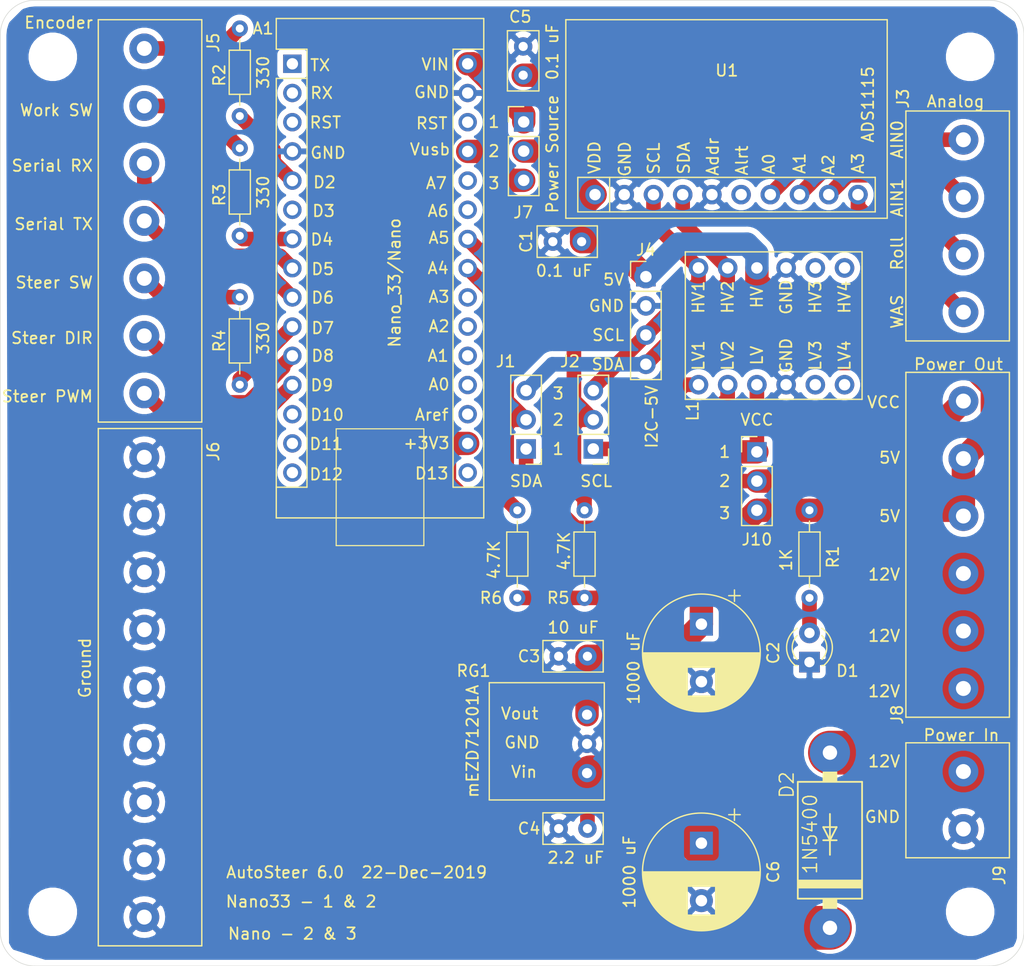
<source format=kicad_pcb>
(kicad_pcb (version 20171130) (host pcbnew "(5.1.2)-2")

  (general
    (thickness 1.6)
    (drawings 43)
    (tracks 148)
    (zones 0)
    (modules 32)
    (nets 51)
  )

  (page A4)
  (layers
    (0 F.Cu signal)
    (31 B.Cu signal)
    (32 B.Adhes user)
    (33 F.Adhes user)
    (34 B.Paste user)
    (35 F.Paste user)
    (36 B.SilkS user)
    (37 F.SilkS user)
    (38 B.Mask user)
    (39 F.Mask user)
    (40 Dwgs.User user)
    (41 Cmts.User user)
    (42 Eco1.User user)
    (43 Eco2.User user)
    (44 Edge.Cuts user)
    (45 Margin user)
    (46 B.CrtYd user)
    (47 F.CrtYd user)
    (48 B.Fab user)
    (49 F.Fab user)
  )

  (setup
    (last_trace_width 2.032)
    (user_trace_width 2.032)
    (user_trace_width 3.81)
    (trace_clearance 0.2)
    (zone_clearance 0.508)
    (zone_45_only no)
    (trace_min 0.2)
    (via_size 0.8)
    (via_drill 0.4)
    (via_min_size 0.4)
    (via_min_drill 0.3)
    (uvia_size 0.3)
    (uvia_drill 0.1)
    (uvias_allowed no)
    (uvia_min_size 0.2)
    (uvia_min_drill 0.1)
    (edge_width 0.05)
    (segment_width 0.2)
    (pcb_text_width 0.3)
    (pcb_text_size 1.5 1.5)
    (mod_edge_width 0.12)
    (mod_text_size 1 1)
    (mod_text_width 0.15)
    (pad_size 1.524 1.524)
    (pad_drill 0.762)
    (pad_to_mask_clearance 0.051)
    (solder_mask_min_width 0.25)
    (aux_axis_origin 0 0)
    (visible_elements 7FFFFFFF)
    (pcbplotparams
      (layerselection 0x010fc_ffffffff)
      (usegerberextensions false)
      (usegerberattributes false)
      (usegerberadvancedattributes false)
      (creategerberjobfile false)
      (excludeedgelayer true)
      (linewidth 0.100000)
      (plotframeref false)
      (viasonmask false)
      (mode 1)
      (useauxorigin false)
      (hpglpennumber 1)
      (hpglpenspeed 20)
      (hpglpendiameter 15.000000)
      (psnegative false)
      (psa4output false)
      (plotreference true)
      (plotvalue true)
      (plotinvisibletext false)
      (padsonsilk false)
      (subtractmaskfromsilk false)
      (outputformat 1)
      (mirror false)
      (drillshape 1)
      (scaleselection 1)
      (outputdirectory ""))
  )

  (net 0 "")
  (net 1 "Net-(A1-Pad16)")
  (net 2 "Net-(A1-Pad17)")
  (net 3 "Net-(A1-Pad3)")
  (net 4 "Net-(A1-Pad18)")
  (net 5 "Net-(A1-Pad4)")
  (net 6 GND)
  (net 7 "Net-(A1-Pad5)")
  (net 8 "Net-(A1-Pad20)")
  (net 9 "Net-(A1-Pad6)")
  (net 10 "Net-(A1-Pad21)")
  (net 11 "Net-(A1-Pad7)")
  (net 12 "Net-(A1-Pad22)")
  (net 13 "Net-(A1-Pad8)")
  (net 14 "Net-(A1-Pad23)")
  (net 15 "Net-(A1-Pad9)")
  (net 16 "Net-(A1-Pad24)")
  (net 17 "Net-(A1-Pad10)")
  (net 18 "Net-(A1-Pad25)")
  (net 19 "Net-(A1-Pad11)")
  (net 20 "Net-(A1-Pad26)")
  (net 21 "Net-(A1-Pad12)")
  (net 22 "Net-(A1-Pad27)")
  (net 23 "Net-(A1-Pad13)")
  (net 24 "Net-(A1-Pad28)")
  (net 25 "Net-(A1-Pad29)")
  (net 26 "Net-(A1-Pad15)")
  (net 27 "Net-(A1-Pad30)")
  (net 28 "Net-(A1-Pad1)")
  (net 29 "Net-(C1-Pad1)")
  (net 30 "Net-(J1-Pad3)")
  (net 31 "Net-(J1-Pad1)")
  (net 32 "Net-(J2-Pad1)")
  (net 33 "Net-(U1-Pad6)")
  (net 34 "Net-(A1-Pad2)")
  (net 35 "Net-(J2-Pad3)")
  (net 36 "Net-(D1-Pad2)")
  (net 37 "Net-(D2-PadA)")
  (net 38 "Net-(C4-Pad1)")
  (net 39 "Net-(J3-Pad4)")
  (net 40 "Net-(J3-Pad3)")
  (net 41 "Net-(J3-Pad2)")
  (net 42 "Net-(J3-Pad1)")
  (net 43 "Net-(J5-Pad5)")
  (net 44 "Net-(J5-Pad2)")
  (net 45 "Net-(J5-Pad1)")
  (net 46 "Net-(J10-Pad2)")
  (net 47 "Net-(L1-Pad12)")
  (net 48 "Net-(L1-Pad11)")
  (net 49 "Net-(L1-Pad6)")
  (net 50 "Net-(L1-Pad5)")

  (net_class Default "This is the default net class."
    (clearance 0.2)
    (trace_width 1.27)
    (via_dia 0.8)
    (via_drill 0.4)
    (uvia_dia 0.3)
    (uvia_drill 0.1)
    (add_net GND)
    (add_net "Net-(A1-Pad1)")
    (add_net "Net-(A1-Pad10)")
    (add_net "Net-(A1-Pad11)")
    (add_net "Net-(A1-Pad12)")
    (add_net "Net-(A1-Pad13)")
    (add_net "Net-(A1-Pad15)")
    (add_net "Net-(A1-Pad16)")
    (add_net "Net-(A1-Pad17)")
    (add_net "Net-(A1-Pad18)")
    (add_net "Net-(A1-Pad2)")
    (add_net "Net-(A1-Pad20)")
    (add_net "Net-(A1-Pad21)")
    (add_net "Net-(A1-Pad22)")
    (add_net "Net-(A1-Pad23)")
    (add_net "Net-(A1-Pad24)")
    (add_net "Net-(A1-Pad25)")
    (add_net "Net-(A1-Pad26)")
    (add_net "Net-(A1-Pad27)")
    (add_net "Net-(A1-Pad28)")
    (add_net "Net-(A1-Pad29)")
    (add_net "Net-(A1-Pad3)")
    (add_net "Net-(A1-Pad30)")
    (add_net "Net-(A1-Pad4)")
    (add_net "Net-(A1-Pad5)")
    (add_net "Net-(A1-Pad6)")
    (add_net "Net-(A1-Pad7)")
    (add_net "Net-(A1-Pad8)")
    (add_net "Net-(A1-Pad9)")
    (add_net "Net-(C1-Pad1)")
    (add_net "Net-(C4-Pad1)")
    (add_net "Net-(D1-Pad2)")
    (add_net "Net-(D2-PadA)")
    (add_net "Net-(J1-Pad1)")
    (add_net "Net-(J1-Pad3)")
    (add_net "Net-(J10-Pad2)")
    (add_net "Net-(J2-Pad1)")
    (add_net "Net-(J2-Pad3)")
    (add_net "Net-(J3-Pad1)")
    (add_net "Net-(J3-Pad2)")
    (add_net "Net-(J3-Pad3)")
    (add_net "Net-(J3-Pad4)")
    (add_net "Net-(J5-Pad1)")
    (add_net "Net-(J5-Pad2)")
    (add_net "Net-(J5-Pad5)")
    (add_net "Net-(L1-Pad11)")
    (add_net "Net-(L1-Pad12)")
    (add_net "Net-(L1-Pad5)")
    (add_net "Net-(L1-Pad6)")
    (add_net "Net-(U1-Pad6)")
  )

  (module Connector_PinHeader_2.54mm:PinHeader_1x03_P2.54mm_Vertical (layer F.Cu) (tedit 59FED5CC) (tstamp 5DFFBBEB)
    (at 130.556 97.028 180)
    (descr "Through hole straight pin header, 1x03, 2.54mm pitch, single row")
    (tags "Through hole pin header THT 1x03 2.54mm single row")
    (path /5D833F4C)
    (fp_text reference J2 (at 2.032 7.62) (layer F.SilkS)
      (effects (font (size 1 1) (thickness 0.15)))
    )
    (fp_text value SCL (at -0.254 -2.794 180) (layer F.SilkS)
      (effects (font (size 1 1) (thickness 0.15)))
    )
    (fp_text user %R (at 0 2.54 90) (layer F.Fab)
      (effects (font (size 1 1) (thickness 0.15)))
    )
    (fp_line (start 1.8 -1.8) (end -1.8 -1.8) (layer F.CrtYd) (width 0.05))
    (fp_line (start 1.8 6.85) (end 1.8 -1.8) (layer F.CrtYd) (width 0.05))
    (fp_line (start -1.8 6.85) (end 1.8 6.85) (layer F.CrtYd) (width 0.05))
    (fp_line (start -1.8 -1.8) (end -1.8 6.85) (layer F.CrtYd) (width 0.05))
    (fp_line (start -1.33 -1.33) (end 0 -1.33) (layer F.SilkS) (width 0.12))
    (fp_line (start -1.33 0) (end -1.33 -1.33) (layer F.SilkS) (width 0.12))
    (fp_line (start -1.33 1.27) (end 1.33 1.27) (layer F.SilkS) (width 0.12))
    (fp_line (start 1.33 1.27) (end 1.33 6.41) (layer F.SilkS) (width 0.12))
    (fp_line (start -1.33 1.27) (end -1.33 6.41) (layer F.SilkS) (width 0.12))
    (fp_line (start -1.33 6.41) (end 1.33 6.41) (layer F.SilkS) (width 0.12))
    (fp_line (start -1.27 -0.635) (end -0.635 -1.27) (layer F.Fab) (width 0.1))
    (fp_line (start -1.27 6.35) (end -1.27 -0.635) (layer F.Fab) (width 0.1))
    (fp_line (start 1.27 6.35) (end -1.27 6.35) (layer F.Fab) (width 0.1))
    (fp_line (start 1.27 -1.27) (end 1.27 6.35) (layer F.Fab) (width 0.1))
    (fp_line (start -0.635 -1.27) (end 1.27 -1.27) (layer F.Fab) (width 0.1))
    (pad 3 thru_hole oval (at 0 5.08 180) (size 1.7 1.7) (drill 1) (layers *.Cu *.Mask)
      (net 35 "Net-(J2-Pad3)"))
    (pad 2 thru_hole oval (at 0 2.54 180) (size 1.7 1.7) (drill 1) (layers *.Cu *.Mask)
      (net 15 "Net-(A1-Pad9)"))
    (pad 1 thru_hole rect (at 0 0 180) (size 1.7 1.7) (drill 1) (layers *.Cu *.Mask)
      (net 32 "Net-(J2-Pad1)"))
    (model ${KISYS3DMOD}/Connector_PinHeader_2.54mm.3dshapes/PinHeader_1x03_P2.54mm_Vertical.wrl
      (at (xyz 0 0 0))
      (scale (xyz 1 1 1))
      (rotate (xyz 0 0 0))
    )
  )

  (module "my library:Phoenix_6_pin_5mm_terminal_block" (layer F.Cu) (tedit 5DFECE68) (tstamp 5DFF3E17)
    (at 157.734 120.363 90)
    (path /5E04256B)
    (fp_text reference J8 (at 0.221 -0.762 90) (layer F.SilkS)
      (effects (font (size 1 1) (thickness 0.15)))
    )
    (fp_text value "Power Out" (at 30.701 4.572 180) (layer F.SilkS)
      (effects (font (size 1 1) (thickness 0.15)))
    )
    (fp_line (start 30 0) (end 30 9) (layer F.SilkS) (width 0.12))
    (fp_line (start 0 0) (end 0 9) (layer F.SilkS) (width 0.12))
    (fp_line (start 0 9) (end 30 9) (layer F.SilkS) (width 0.12))
    (fp_line (start 0 0) (end 30 0) (layer F.SilkS) (width 0.12))
    (pad 6 thru_hole circle (at 27.5 5 90) (size 2.6 2.6) (drill 1.3) (layers *.Cu *.Mask)
      (net 46 "Net-(J10-Pad2)"))
    (pad 5 thru_hole circle (at 22.5 5 90) (size 2.6 2.6) (drill 1.3) (layers *.Cu *.Mask)
      (net 29 "Net-(C1-Pad1)"))
    (pad 4 thru_hole circle (at 17.5 5 90) (size 2.6 2.6) (drill 1.3) (layers *.Cu *.Mask)
      (net 29 "Net-(C1-Pad1)"))
    (pad 3 thru_hole circle (at 12.5 5 90) (size 2.6 2.6) (drill 1.3) (layers *.Cu *.Mask)
      (net 38 "Net-(C4-Pad1)"))
    (pad 2 thru_hole circle (at 7.5 5 90) (size 2.6 2.6) (drill 1.3) (layers *.Cu *.Mask)
      (net 38 "Net-(C4-Pad1)"))
    (pad 1 thru_hole circle (at 2.5 5 90) (size 2.6 2.6) (drill 1.3) (layers *.Cu *.Mask)
      (net 38 "Net-(C4-Pad1)"))
  )

  (module "my library:Phoenix_9_pin_5mm_terminal_block" (layer F.Cu) (tedit 5DFECDCE) (tstamp 5DFF3DF3)
    (at 96.52 95.25 270)
    (path /5E061C6E)
    (fp_text reference J6 (at 2 -1 90) (layer F.SilkS)
      (effects (font (size 1 1) (thickness 0.15)))
    )
    (fp_text value Ground (at 20.828 10.16 90) (layer F.SilkS)
      (effects (font (size 1 1) (thickness 0.15)))
    )
    (fp_line (start 45 0) (end 45 9) (layer F.SilkS) (width 0.12))
    (fp_line (start 0 0) (end 0 9) (layer F.SilkS) (width 0.12))
    (fp_line (start 0 9) (end 45 9) (layer F.SilkS) (width 0.12))
    (fp_line (start 0 0) (end 45 0) (layer F.SilkS) (width 0.12))
    (pad 9 thru_hole circle (at 42.5 5 270) (size 2.6 2.6) (drill 1.3) (layers *.Cu *.Mask)
      (net 6 GND))
    (pad 8 thru_hole circle (at 37.5 5 270) (size 2.6 2.6) (drill 1.3) (layers *.Cu *.Mask)
      (net 6 GND))
    (pad 7 thru_hole circle (at 32.5 5 270) (size 2.6 2.6) (drill 1.3) (layers *.Cu *.Mask)
      (net 6 GND))
    (pad 6 thru_hole circle (at 27.5 5 270) (size 2.6 2.6) (drill 1.3) (layers *.Cu *.Mask)
      (net 6 GND))
    (pad 5 thru_hole circle (at 22.5 5 270) (size 2.6 2.6) (drill 1.3) (layers *.Cu *.Mask)
      (net 6 GND))
    (pad 4 thru_hole circle (at 17.5 5 270) (size 2.6 2.6) (drill 1.3) (layers *.Cu *.Mask)
      (net 6 GND))
    (pad 3 thru_hole circle (at 12.5 5 270) (size 2.6 2.6) (drill 1.3) (layers *.Cu *.Mask)
      (net 6 GND))
    (pad 2 thru_hole circle (at 7.5 5 270) (size 2.6 2.6) (drill 1.3) (layers *.Cu *.Mask)
      (net 6 GND))
    (pad 1 thru_hole circle (at 2.5 5 270) (size 2.6 2.6) (drill 1.3) (layers *.Cu *.Mask)
      (net 6 GND))
  )

  (module "my library:Phoenix_7_pin_5mm_terminal_block" (layer F.Cu) (tedit 5DFECD81) (tstamp 5DFF3DE2)
    (at 96.52 59.69 270)
    (path /5E0CD0C5)
    (fp_text reference J5 (at 2 -1 90) (layer F.SilkS)
      (effects (font (size 1 1) (thickness 0.15)))
    )
    (fp_text value GPIO's (at 19.558 7.874 90) (layer F.Fab)
      (effects (font (size 1 1) (thickness 0.15)))
    )
    (fp_line (start 35 0) (end 35 9) (layer F.SilkS) (width 0.12))
    (fp_line (start 0 0) (end 0 9) (layer F.SilkS) (width 0.12))
    (fp_line (start 0 9) (end 35 9) (layer F.SilkS) (width 0.12))
    (fp_line (start 0 0) (end 35 0) (layer F.SilkS) (width 0.12))
    (pad 7 thru_hole circle (at 32.5 5 270) (size 2.6 2.6) (drill 1.3) (layers *.Cu *.Mask)
      (net 22 "Net-(A1-Pad27)"))
    (pad 6 thru_hole circle (at 27.5 5 270) (size 2.6 2.6) (drill 1.3) (layers *.Cu *.Mask)
      (net 20 "Net-(A1-Pad26)"))
    (pad 5 thru_hole circle (at 22.5 5 270) (size 2.6 2.6) (drill 1.3) (layers *.Cu *.Mask)
      (net 43 "Net-(J5-Pad5)"))
    (pad 4 thru_hole circle (at 17.5 5 270) (size 2.6 2.6) (drill 1.3) (layers *.Cu *.Mask)
      (net 16 "Net-(A1-Pad24)"))
    (pad 3 thru_hole circle (at 12.5 5 270) (size 2.6 2.6) (drill 1.3) (layers *.Cu *.Mask)
      (net 14 "Net-(A1-Pad23)"))
    (pad 2 thru_hole circle (at 7.5 5 270) (size 2.6 2.6) (drill 1.3) (layers *.Cu *.Mask)
      (net 44 "Net-(J5-Pad2)"))
    (pad 1 thru_hole circle (at 2.5 5 270) (size 2.6 2.6) (drill 1.3) (layers *.Cu *.Mask)
      (net 45 "Net-(J5-Pad1)"))
  )

  (module "my library:Phoenix_4_pin_5mm_terminal_block" (layer F.Cu) (tedit 5D6B1E0B) (tstamp 5DFF3DBC)
    (at 157.734 87.63 90)
    (path /5E04EE8D)
    (fp_text reference J3 (at 21.082 -0.254 90) (layer F.SilkS)
      (effects (font (size 1 1) (thickness 0.15)))
    )
    (fp_text value Analog (at 20.828 4.318 180) (layer F.SilkS)
      (effects (font (size 1 1) (thickness 0.15)))
    )
    (fp_line (start 20 0) (end 20 9) (layer F.SilkS) (width 0.12))
    (fp_line (start 0 0) (end 0 9) (layer F.SilkS) (width 0.12))
    (fp_line (start 0 9) (end 20 9) (layer F.SilkS) (width 0.12))
    (fp_line (start 0 0) (end 20 0) (layer F.SilkS) (width 0.12))
    (pad 4 thru_hole circle (at 17.5 5 90) (size 2.6 2.6) (drill 1.3) (layers *.Cu *.Mask)
      (net 39 "Net-(J3-Pad4)"))
    (pad 3 thru_hole circle (at 12.5 5 90) (size 2.6 2.6) (drill 1.3) (layers *.Cu *.Mask)
      (net 40 "Net-(J3-Pad3)"))
    (pad 2 thru_hole circle (at 7.5 5 90) (size 2.6 2.6) (drill 1.3) (layers *.Cu *.Mask)
      (net 41 "Net-(J3-Pad2)"))
    (pad 1 thru_hole circle (at 2.5 5 90) (size 2.6 2.6) (drill 1.3) (layers *.Cu *.Mask)
      (net 42 "Net-(J3-Pad1)"))
  )

  (module "my library:1N5400" (layer F.Cu) (tedit 5DFAB2C1) (tstamp 5D6890E1)
    (at 151.13 131.064 90)
    (descr "<B>DIODE</B><p>\ndiameter 5.6 mm, horizontal, grid 15.24 mm")
    (path /5D6ABA8A)
    (fp_text reference D2 (at 3.556 -3.048 90) (layer F.SilkS)
      (effects (font (size 1.2065 1.2065) (thickness 0.127)) (justify left bottom))
    )
    (fp_text value 1N5400 (at -3.048 -1.016 90) (layer F.SilkS)
      (effects (font (size 1.2065 1.2065) (thickness 0.127)) (justify left bottom))
    )
    (fp_line (start -1.27 0) (end 0 0) (layer F.SilkS) (width 0.1524))
    (fp_line (start 0 -0.5842) (end 0 0) (layer F.SilkS) (width 0.1524))
    (fp_line (start 0 0) (end 1.143 -0.5842) (layer F.SilkS) (width 0.1524))
    (fp_line (start 1.143 -0.5842) (end 1.143 0.5842) (layer F.SilkS) (width 0.1524))
    (fp_line (start 1.143 0.5842) (end 0 0) (layer F.SilkS) (width 0.1524))
    (fp_line (start 0 0) (end 2.286 0) (layer F.SilkS) (width 0.1524))
    (fp_line (start 0 0) (end 0 0.5842) (layer F.SilkS) (width 0.1524))
    (fp_line (start -5.08 2.794) (end -5.08 -2.794) (layer F.SilkS) (width 0.1524))
    (fp_line (start 5.08 -2.794) (end 5.08 2.794) (layer F.SilkS) (width 0.1524))
    (fp_line (start -5.08 -2.794) (end 5.08 -2.794) (layer F.SilkS) (width 0.1524))
    (fp_line (start 5.08 2.794) (end -5.08 2.794) (layer F.SilkS) (width 0.1524))
    (fp_line (start 7.62 0) (end 6.223 0) (layer F.Fab) (width 1.27))
    (fp_line (start -7.62 0) (end -6.223 0) (layer F.Fab) (width 1.27))
    (fp_poly (pts (xy -4.191 2.794) (xy -3.429 2.794) (xy -3.429 -2.794) (xy -4.191 -2.794)) (layer F.SilkS) (width 0))
    (fp_poly (pts (xy -5.969 0.635) (xy -5.08 0.635) (xy -5.08 -0.635) (xy -5.969 -0.635)) (layer F.SilkS) (width 0))
    (fp_poly (pts (xy 5.08 0.635) (xy 5.969 0.635) (xy 5.969 -0.635) (xy 5.08 -0.635)) (layer F.SilkS) (width 0))
    (pad C thru_hole circle (at -7.62 0 90) (size 3.5 3.5) (drill 1.25) (layers *.Cu *.Mask)
      (net 38 "Net-(C4-Pad1)") (solder_mask_margin 0.1016))
    (pad A thru_hole circle (at 7.62 0 90) (size 3.5 3.5) (drill 1.25) (layers *.Cu *.Mask)
      (net 37 "Net-(D2-PadA)") (solder_mask_margin 0.1016))
  )

  (module Capacitor_THT:C_Disc_D5.0mm_W2.5mm_P2.50mm (layer F.Cu) (tedit 5AE50EF0) (tstamp 5DE06C5C)
    (at 130.048 130.048 180)
    (descr "C, Disc series, Radial, pin pitch=2.50mm, , diameter*width=5*2.5mm^2, Capacitor, http://cdn-reichelt.de/documents/datenblatt/B300/DS_KERKO_TC.pdf")
    (tags "C Disc series Radial pin pitch 2.50mm  diameter 5mm width 2.5mm Capacitor")
    (path /5DECC894)
    (fp_text reference C4 (at 5.08 0) (layer F.SilkS)
      (effects (font (size 1 1) (thickness 0.15)))
    )
    (fp_text value "2.2 uF" (at 1.016 -2.54) (layer F.SilkS)
      (effects (font (size 1 1) (thickness 0.15)))
    )
    (fp_text user %R (at 1.25 0) (layer F.Fab)
      (effects (font (size 1 1) (thickness 0.15)))
    )
    (fp_line (start 4 -1.5) (end -1.5 -1.5) (layer F.CrtYd) (width 0.05))
    (fp_line (start 4 1.5) (end 4 -1.5) (layer F.CrtYd) (width 0.05))
    (fp_line (start -1.5 1.5) (end 4 1.5) (layer F.CrtYd) (width 0.05))
    (fp_line (start -1.5 -1.5) (end -1.5 1.5) (layer F.CrtYd) (width 0.05))
    (fp_line (start 3.87 -1.37) (end 3.87 1.37) (layer F.SilkS) (width 0.12))
    (fp_line (start -1.37 -1.37) (end -1.37 1.37) (layer F.SilkS) (width 0.12))
    (fp_line (start -1.37 1.37) (end 3.87 1.37) (layer F.SilkS) (width 0.12))
    (fp_line (start -1.37 -1.37) (end 3.87 -1.37) (layer F.SilkS) (width 0.12))
    (fp_line (start 3.75 -1.25) (end -1.25 -1.25) (layer F.Fab) (width 0.1))
    (fp_line (start 3.75 1.25) (end 3.75 -1.25) (layer F.Fab) (width 0.1))
    (fp_line (start -1.25 1.25) (end 3.75 1.25) (layer F.Fab) (width 0.1))
    (fp_line (start -1.25 -1.25) (end -1.25 1.25) (layer F.Fab) (width 0.1))
    (pad 2 thru_hole circle (at 2.5 0 180) (size 1.6 1.6) (drill 0.8) (layers *.Cu *.Mask)
      (net 6 GND))
    (pad 1 thru_hole circle (at 0 0 180) (size 1.6 1.6) (drill 0.8) (layers *.Cu *.Mask)
      (net 38 "Net-(C4-Pad1)"))
    (model ${KISYS3DMOD}/Capacitor_THT.3dshapes/C_Disc_D5.0mm_W2.5mm_P2.50mm.wrl
      (at (xyz 0 0 0))
      (scale (xyz 1 1 1))
      (rotate (xyz 0 0 0))
    )
  )

  (module Capacitor_THT:C_Disc_D5.0mm_W2.5mm_P2.50mm (layer F.Cu) (tedit 5AE50EF0) (tstamp 5DE06C49)
    (at 130.048 115.062 180)
    (descr "C, Disc series, Radial, pin pitch=2.50mm, , diameter*width=5*2.5mm^2, Capacitor, http://cdn-reichelt.de/documents/datenblatt/B300/DS_KERKO_TC.pdf")
    (tags "C Disc series Radial pin pitch 2.50mm  diameter 5mm width 2.5mm Capacitor")
    (path /5DECDE9A)
    (fp_text reference C3 (at 5.08 0) (layer F.SilkS)
      (effects (font (size 1 1) (thickness 0.15)))
    )
    (fp_text value "10 uF" (at 1.25 2.5) (layer F.SilkS)
      (effects (font (size 1 1) (thickness 0.15)))
    )
    (fp_text user %R (at 1.25 0.762) (layer F.Fab)
      (effects (font (size 1 1) (thickness 0.15)))
    )
    (fp_line (start 4 -1.5) (end -1.5 -1.5) (layer F.CrtYd) (width 0.05))
    (fp_line (start 4 1.5) (end 4 -1.5) (layer F.CrtYd) (width 0.05))
    (fp_line (start -1.5 1.5) (end 4 1.5) (layer F.CrtYd) (width 0.05))
    (fp_line (start -1.5 -1.5) (end -1.5 1.5) (layer F.CrtYd) (width 0.05))
    (fp_line (start 3.87 -1.37) (end 3.87 1.37) (layer F.SilkS) (width 0.12))
    (fp_line (start -1.37 -1.37) (end -1.37 1.37) (layer F.SilkS) (width 0.12))
    (fp_line (start -1.37 1.37) (end 3.87 1.37) (layer F.SilkS) (width 0.12))
    (fp_line (start -1.37 -1.37) (end 3.87 -1.37) (layer F.SilkS) (width 0.12))
    (fp_line (start 3.75 -1.25) (end -1.25 -1.25) (layer F.Fab) (width 0.1))
    (fp_line (start 3.75 1.25) (end 3.75 -1.25) (layer F.Fab) (width 0.1))
    (fp_line (start -1.25 1.25) (end 3.75 1.25) (layer F.Fab) (width 0.1))
    (fp_line (start -1.25 -1.25) (end -1.25 1.25) (layer F.Fab) (width 0.1))
    (pad 2 thru_hole circle (at 2.5 0 180) (size 1.6 1.6) (drill 0.8) (layers *.Cu *.Mask)
      (net 6 GND))
    (pad 1 thru_hole circle (at 0 0 180) (size 1.6 1.6) (drill 0.8) (layers *.Cu *.Mask)
      (net 29 "Net-(C1-Pad1)"))
    (model ${KISYS3DMOD}/Capacitor_THT.3dshapes/C_Disc_D5.0mm_W2.5mm_P2.50mm.wrl
      (at (xyz 0 0 0))
      (scale (xyz 1 1 1))
      (rotate (xyz 0 0 0))
    )
  )

  (module Resistor_THT:R_Axial_DIN0204_L3.6mm_D1.6mm_P7.62mm_Horizontal (layer F.Cu) (tedit 5AE5139B) (tstamp 5DE01519)
    (at 99.822 60.452 270)
    (descr "Resistor, Axial_DIN0204 series, Axial, Horizontal, pin pitch=7.62mm, 0.167W, length*diameter=3.6*1.6mm^2, http://cdn-reichelt.de/documents/datenblatt/B400/1_4W%23YAG.pdf")
    (tags "Resistor Axial_DIN0204 series Axial Horizontal pin pitch 7.62mm 0.167W length 3.6mm diameter 1.6mm")
    (path /5DE98ADD)
    (fp_text reference R2 (at 4.064 1.778 90) (layer F.SilkS)
      (effects (font (size 1 1) (thickness 0.15)))
    )
    (fp_text value 330 (at 3.81 -2.032 90) (layer F.SilkS)
      (effects (font (size 1 1) (thickness 0.15)))
    )
    (fp_text user %R (at 3.81 0 90) (layer F.Fab)
      (effects (font (size 0.72 0.72) (thickness 0.108)))
    )
    (fp_line (start 8.57 -1.05) (end -0.95 -1.05) (layer F.CrtYd) (width 0.05))
    (fp_line (start 8.57 1.05) (end 8.57 -1.05) (layer F.CrtYd) (width 0.05))
    (fp_line (start -0.95 1.05) (end 8.57 1.05) (layer F.CrtYd) (width 0.05))
    (fp_line (start -0.95 -1.05) (end -0.95 1.05) (layer F.CrtYd) (width 0.05))
    (fp_line (start 6.68 0) (end 5.73 0) (layer F.SilkS) (width 0.12))
    (fp_line (start 0.94 0) (end 1.89 0) (layer F.SilkS) (width 0.12))
    (fp_line (start 5.73 -0.92) (end 1.89 -0.92) (layer F.SilkS) (width 0.12))
    (fp_line (start 5.73 0.92) (end 5.73 -0.92) (layer F.SilkS) (width 0.12))
    (fp_line (start 1.89 0.92) (end 5.73 0.92) (layer F.SilkS) (width 0.12))
    (fp_line (start 1.89 -0.92) (end 1.89 0.92) (layer F.SilkS) (width 0.12))
    (fp_line (start 7.62 0) (end 5.61 0) (layer F.Fab) (width 0.1))
    (fp_line (start 0 0) (end 2.01 0) (layer F.Fab) (width 0.1))
    (fp_line (start 5.61 -0.8) (end 2.01 -0.8) (layer F.Fab) (width 0.1))
    (fp_line (start 5.61 0.8) (end 5.61 -0.8) (layer F.Fab) (width 0.1))
    (fp_line (start 2.01 0.8) (end 5.61 0.8) (layer F.Fab) (width 0.1))
    (fp_line (start 2.01 -0.8) (end 2.01 0.8) (layer F.Fab) (width 0.1))
    (pad 2 thru_hole oval (at 7.62 0 270) (size 1.4 1.4) (drill 0.7) (layers *.Cu *.Mask)
      (net 8 "Net-(A1-Pad20)"))
    (pad 1 thru_hole circle (at 0 0 270) (size 1.4 1.4) (drill 0.7) (layers *.Cu *.Mask)
      (net 45 "Net-(J5-Pad1)"))
    (model ${KISYS3DMOD}/Resistor_THT.3dshapes/R_Axial_DIN0204_L3.6mm_D1.6mm_P7.62mm_Horizontal.wrl
      (at (xyz 0 0 0))
      (scale (xyz 1 1 1))
      (rotate (xyz 0 0 0))
    )
  )

  (module "my library:LLC" (layer F.Cu) (tedit 5DBF56E8) (tstamp 5D6891C5)
    (at 157.48 78.74 90)
    (path /5D6CFE1A)
    (fp_text reference L1 (at -14.986 -18.288 90) (layer F.SilkS)
      (effects (font (size 1 1) (thickness 0.15)))
    )
    (fp_text value LLC (at -8.382 -19.939 90) (layer F.Fab)
      (effects (font (size 1 1) (thickness 0.15)))
    )
    (fp_line (start -13.97 -3.556) (end -13.97 -18.923) (layer F.SilkS) (width 0.12))
    (fp_line (start -1.143 -3.556) (end -13.97 -3.556) (layer F.SilkS) (width 0.12))
    (fp_line (start -1.143 -18.923) (end -1.143 -3.556) (layer F.SilkS) (width 0.12))
    (fp_line (start -13.97 -18.923) (end -1.143 -18.923) (layer F.SilkS) (width 0.12))
    (fp_text user HV3 (at -5.08 -7.62 90) (layer F.SilkS)
      (effects (font (size 1 1) (thickness 0.15)))
    )
    (fp_text user HV4 (at -5.08 -5.08 90) (layer F.SilkS)
      (effects (font (size 1 1) (thickness 0.15)))
    )
    (fp_text user GND (at -5.08 -10.16 90) (layer F.SilkS)
      (effects (font (size 1 1) (thickness 0.15)))
    )
    (fp_text user HV (at -5.08 -12.7 90) (layer F.SilkS)
      (effects (font (size 1 1) (thickness 0.15)))
    )
    (fp_text user HV2 (at -5.08 -15.24 90) (layer F.SilkS)
      (effects (font (size 1 1) (thickness 0.15)))
    )
    (fp_text user HV1 (at -5.08 -17.78 90) (layer F.SilkS)
      (effects (font (size 1 1) (thickness 0.15)))
    )
    (fp_text user LV4 (at -10.16 -5.08 90) (layer F.SilkS)
      (effects (font (size 1 1) (thickness 0.15)))
    )
    (fp_text user LV3 (at -10.16 -7.62 90) (layer F.SilkS)
      (effects (font (size 1 1) (thickness 0.15)))
    )
    (fp_text user GND (at -10.16 -10.16 90) (layer F.SilkS)
      (effects (font (size 1 1) (thickness 0.15)))
    )
    (fp_text user LV (at -10.16 -12.7 90) (layer F.SilkS)
      (effects (font (size 1 1) (thickness 0.15)))
    )
    (fp_text user LV2 (at -10.16 -15.24 90) (layer F.SilkS)
      (effects (font (size 1 1) (thickness 0.15)))
    )
    (fp_text user LV1 (at -10.16 -17.78 90) (layer F.SilkS)
      (effects (font (size 1 1) (thickness 0.15)))
    )
    (pad 12 thru_hole circle (at -2.54 -5.08 90) (size 1.7 1.7) (drill 1) (layers *.Cu *.Mask)
      (net 47 "Net-(L1-Pad12)"))
    (pad 11 thru_hole circle (at -2.54 -7.62 90) (size 1.7 1.7) (drill 1) (layers *.Cu *.Mask)
      (net 48 "Net-(L1-Pad11)"))
    (pad 10 thru_hole circle (at -2.54 -10.16 90) (size 1.7 1.7) (drill 1) (layers *.Cu *.Mask)
      (net 6 GND))
    (pad 9 thru_hole circle (at -2.54 -12.7 90) (size 1.7 1.7) (drill 1) (layers *.Cu *.Mask)
      (net 29 "Net-(C1-Pad1)"))
    (pad 8 thru_hole circle (at -2.54 -15.24 90) (size 1.7 1.7) (drill 1) (layers *.Cu *.Mask)
      (net 30 "Net-(J1-Pad3)"))
    (pad 7 thru_hole circle (at -2.54 -17.78 90) (size 1.7 1.7) (drill 1) (layers *.Cu *.Mask)
      (net 35 "Net-(J2-Pad3)"))
    (pad 6 thru_hole circle (at -12.7 -5.08 90) (size 1.7 1.7) (drill 1) (layers *.Cu *.Mask)
      (net 49 "Net-(L1-Pad6)"))
    (pad 5 thru_hole circle (at -12.7 -7.62 90) (size 1.7 1.7) (drill 1) (layers *.Cu *.Mask)
      (net 50 "Net-(L1-Pad5)"))
    (pad 4 thru_hole circle (at -12.7 -10.16 90) (size 1.7 1.7) (drill 1) (layers *.Cu *.Mask)
      (net 6 GND))
    (pad 3 thru_hole circle (at -12.7 -12.7 90) (size 1.7 1.7) (drill 1) (layers *.Cu *.Mask)
      (net 34 "Net-(A1-Pad2)"))
    (pad 2 thru_hole circle (at -12.7 -15.24 90) (size 1.7 1.7) (drill 1) (layers *.Cu *.Mask)
      (net 31 "Net-(J1-Pad1)"))
    (pad 1 thru_hole circle (at -12.7 -17.78 90) (size 1.7 1.7) (drill 1) (layers *.Cu *.Mask)
      (net 32 "Net-(J2-Pad1)"))
  )

  (module "my library:ads1115" (layer F.Cu) (tedit 5DBF5633) (tstamp 5D68926C)
    (at 129.032 76.454)
    (path /5D69981F)
    (fp_text reference U1 (at 13.1318 -12.3444) (layer F.SilkS)
      (effects (font (size 1 1) (thickness 0.15)))
    )
    (fp_text value ADS1115 (at 25.4 -9.398 270) (layer F.SilkS)
      (effects (font (size 1 1) (thickness 0.15)))
    )
    (fp_text user A3 (at 24.5364 -4.2672 90) (layer F.SilkS)
      (effects (font (size 1 1) (thickness 0.15)))
    )
    (fp_text user A2 (at 21.971 -4.1402 90) (layer F.SilkS)
      (effects (font (size 1 1) (thickness 0.15)))
    )
    (fp_text user A1 (at 19.4564 -4.2672 90) (layer F.SilkS)
      (effects (font (size 1 1) (thickness 0.15)))
    )
    (fp_text user A0 (at 16.7894 -4.2164 90) (layer F.SilkS)
      (effects (font (size 1 1) (thickness 0.15)))
    )
    (fp_text user Alrt (at 14.4526 -4.5212 90) (layer F.SilkS)
      (effects (font (size 1 1) (thickness 0.15)))
    )
    (fp_text user Addr (at 11.9126 -4.8514 90) (layer F.SilkS)
      (effects (font (size 1 1) (thickness 0.15)))
    )
    (fp_text user SDA (at 9.398 -4.7244 90) (layer F.SilkS)
      (effects (font (size 1 1) (thickness 0.15)))
    )
    (fp_text user SCL (at 6.7818 -4.699 90) (layer F.SilkS)
      (effects (font (size 1 1) (thickness 0.15)))
    )
    (fp_text user GND (at 4.2672 -4.6482 90) (layer F.SilkS)
      (effects (font (size 1 1) (thickness 0.15)))
    )
    (fp_text user VDD (at 1.6256 -4.7752 90) (layer F.SilkS)
      (effects (font (size 1 1) (thickness 0.15)))
    )
    (fp_line (start 27.0764 -16.764) (end 27.0764 0.508) (layer F.SilkS) (width 0.12))
    (fp_line (start -0.8636 -16.764) (end -0.8636 0.508) (layer F.SilkS) (width 0.12))
    (fp_line (start -0.8636 -16.764) (end 27.0764 -16.764) (layer F.SilkS) (width 0.12))
    (fp_line (start -0.8636 0.508) (end 27.0764 0.508) (layer F.SilkS) (width 0.12))
    (fp_line (start 0.4264 -0.2994) (end 0.4264 -2.7994) (layer F.CrtYd) (width 0.05))
    (fp_line (start 25.7864 -0.2994) (end 0.4264 -0.2994) (layer F.CrtYd) (width 0.05))
    (fp_line (start 25.7864 -2.7994) (end 25.7864 -0.2994) (layer F.CrtYd) (width 0.05))
    (fp_line (start 0.4264 -2.7994) (end 25.7864 -2.7994) (layer F.CrtYd) (width 0.05))
    (fp_line (start 2.9464 -3.0494) (end 2.9464 -0.0494) (layer F.SilkS) (width 0.12))
    (fp_line (start 0.1764 -0.0494) (end 0.1764 -3.0494) (layer F.SilkS) (width 0.12))
    (fp_line (start 26.0364 -0.0494) (end 0.1764 -0.0494) (layer F.SilkS) (width 0.12))
    (fp_line (start 26.0364 -3.0494) (end 26.0364 -0.0494) (layer F.SilkS) (width 0.12))
    (fp_line (start 0.1764 -3.0494) (end 26.0364 -3.0494) (layer F.SilkS) (width 0.12))
    (pad 10 thru_hole circle (at 24.5364 -1.5494) (size 1.7 1.7) (drill 1) (layers *.Cu *.Mask)
      (net 42 "Net-(J3-Pad1)"))
    (pad 9 thru_hole circle (at 21.9964 -1.5494) (size 1.7 1.7) (drill 1) (layers *.Cu *.Mask)
      (net 41 "Net-(J3-Pad2)"))
    (pad 8 thru_hole circle (at 19.4564 -1.5494) (size 1.7 1.7) (drill 1) (layers *.Cu *.Mask)
      (net 40 "Net-(J3-Pad3)"))
    (pad 7 thru_hole circle (at 16.9164 -1.5494) (size 1.7 1.7) (drill 1) (layers *.Cu *.Mask)
      (net 39 "Net-(J3-Pad4)"))
    (pad 6 thru_hole circle (at 14.3764 -1.5494) (size 1.7 1.7) (drill 1) (layers *.Cu *.Mask)
      (net 33 "Net-(U1-Pad6)"))
    (pad 5 thru_hole circle (at 11.8364 -1.5494) (size 1.7 1.7) (drill 1) (layers *.Cu *.Mask)
      (net 6 GND))
    (pad 4 thru_hole circle (at 9.2964 -1.5494) (size 1.7 1.7) (drill 1) (layers *.Cu *.Mask)
      (net 30 "Net-(J1-Pad3)"))
    (pad 3 thru_hole circle (at 6.7564 -1.5494) (size 1.7 1.7) (drill 1) (layers *.Cu *.Mask)
      (net 35 "Net-(J2-Pad3)"))
    (pad 2 thru_hole circle (at 4.2164 -1.5494) (size 1.7 1.7) (drill 1) (layers *.Cu *.Mask)
      (net 6 GND))
    (pad 1 thru_hole circle (at 1.6764 -1.5494) (size 1.7 1.7) (drill 1) (layers *.Cu *.Mask)
      (net 29 "Net-(C1-Pad1)"))
  )

  (module Resistor_THT:R_Axial_DIN0204_L3.6mm_D1.6mm_P7.62mm_Horizontal (layer F.Cu) (tedit 5AE5139B) (tstamp 5DBDDCE8)
    (at 129.794 109.982 90)
    (descr "Resistor, Axial_DIN0204 series, Axial, Horizontal, pin pitch=7.62mm, 0.167W, length*diameter=3.6*1.6mm^2, http://cdn-reichelt.de/documents/datenblatt/B400/1_4W%23YAG.pdf")
    (tags "Resistor Axial_DIN0204 series Axial Horizontal pin pitch 7.62mm 0.167W length 3.6mm diameter 1.6mm")
    (path /5E22BC64)
    (fp_text reference R5 (at 0 -2.286) (layer F.SilkS)
      (effects (font (size 1 1) (thickness 0.15)))
    )
    (fp_text value 4.7K (at 4.064 -1.778 270) (layer F.SilkS)
      (effects (font (size 1 1) (thickness 0.15)))
    )
    (fp_text user %R (at 3.81 0 90) (layer F.Fab)
      (effects (font (size 0.72 0.72) (thickness 0.108)))
    )
    (fp_line (start 8.57 -1.05) (end -0.95 -1.05) (layer F.CrtYd) (width 0.05))
    (fp_line (start 8.57 1.05) (end 8.57 -1.05) (layer F.CrtYd) (width 0.05))
    (fp_line (start -0.95 1.05) (end 8.57 1.05) (layer F.CrtYd) (width 0.05))
    (fp_line (start -0.95 -1.05) (end -0.95 1.05) (layer F.CrtYd) (width 0.05))
    (fp_line (start 6.68 0) (end 5.73 0) (layer F.SilkS) (width 0.12))
    (fp_line (start 0.94 0) (end 1.89 0) (layer F.SilkS) (width 0.12))
    (fp_line (start 5.73 -0.92) (end 1.89 -0.92) (layer F.SilkS) (width 0.12))
    (fp_line (start 5.73 0.92) (end 5.73 -0.92) (layer F.SilkS) (width 0.12))
    (fp_line (start 1.89 0.92) (end 5.73 0.92) (layer F.SilkS) (width 0.12))
    (fp_line (start 1.89 -0.92) (end 1.89 0.92) (layer F.SilkS) (width 0.12))
    (fp_line (start 7.62 0) (end 5.61 0) (layer F.Fab) (width 0.1))
    (fp_line (start 0 0) (end 2.01 0) (layer F.Fab) (width 0.1))
    (fp_line (start 5.61 -0.8) (end 2.01 -0.8) (layer F.Fab) (width 0.1))
    (fp_line (start 5.61 0.8) (end 5.61 -0.8) (layer F.Fab) (width 0.1))
    (fp_line (start 2.01 0.8) (end 5.61 0.8) (layer F.Fab) (width 0.1))
    (fp_line (start 2.01 -0.8) (end 2.01 0.8) (layer F.Fab) (width 0.1))
    (pad 2 thru_hole oval (at 7.62 0 90) (size 1.4 1.4) (drill 0.7) (layers *.Cu *.Mask)
      (net 15 "Net-(A1-Pad9)"))
    (pad 1 thru_hole circle (at 0 0 90) (size 1.4 1.4) (drill 0.7) (layers *.Cu *.Mask)
      (net 46 "Net-(J10-Pad2)"))
    (model ${KISYS3DMOD}/Resistor_THT.3dshapes/R_Axial_DIN0204_L3.6mm_D1.6mm_P7.62mm_Horizontal.wrl
      (at (xyz 0 0 0))
      (scale (xyz 1 1 1))
      (rotate (xyz 0 0 0))
    )
  )

  (module Resistor_THT:R_Axial_DIN0204_L3.6mm_D1.6mm_P7.62mm_Horizontal (layer F.Cu) (tedit 5AE5139B) (tstamp 5DBDDCD1)
    (at 123.952 109.982 90)
    (descr "Resistor, Axial_DIN0204 series, Axial, Horizontal, pin pitch=7.62mm, 0.167W, length*diameter=3.6*1.6mm^2, http://cdn-reichelt.de/documents/datenblatt/B400/1_4W%23YAG.pdf")
    (tags "Resistor Axial_DIN0204 series Axial Horizontal pin pitch 7.62mm 0.167W length 3.6mm diameter 1.6mm")
    (path /5E23A120)
    (fp_text reference R6 (at 0 -2.286) (layer F.SilkS)
      (effects (font (size 1 1) (thickness 0.15)))
    )
    (fp_text value 4.7K (at 3.302 -2.032 270) (layer F.SilkS)
      (effects (font (size 1 1) (thickness 0.15)))
    )
    (fp_text user %R (at 3.81 0 90) (layer F.Fab)
      (effects (font (size 0.72 0.72) (thickness 0.108)))
    )
    (fp_line (start 8.57 -1.05) (end -0.95 -1.05) (layer F.CrtYd) (width 0.05))
    (fp_line (start 8.57 1.05) (end 8.57 -1.05) (layer F.CrtYd) (width 0.05))
    (fp_line (start -0.95 1.05) (end 8.57 1.05) (layer F.CrtYd) (width 0.05))
    (fp_line (start -0.95 -1.05) (end -0.95 1.05) (layer F.CrtYd) (width 0.05))
    (fp_line (start 6.68 0) (end 5.73 0) (layer F.SilkS) (width 0.12))
    (fp_line (start 0.94 0) (end 1.89 0) (layer F.SilkS) (width 0.12))
    (fp_line (start 5.73 -0.92) (end 1.89 -0.92) (layer F.SilkS) (width 0.12))
    (fp_line (start 5.73 0.92) (end 5.73 -0.92) (layer F.SilkS) (width 0.12))
    (fp_line (start 1.89 0.92) (end 5.73 0.92) (layer F.SilkS) (width 0.12))
    (fp_line (start 1.89 -0.92) (end 1.89 0.92) (layer F.SilkS) (width 0.12))
    (fp_line (start 7.62 0) (end 5.61 0) (layer F.Fab) (width 0.1))
    (fp_line (start 0 0) (end 2.01 0) (layer F.Fab) (width 0.1))
    (fp_line (start 5.61 -0.8) (end 2.01 -0.8) (layer F.Fab) (width 0.1))
    (fp_line (start 5.61 0.8) (end 5.61 -0.8) (layer F.Fab) (width 0.1))
    (fp_line (start 2.01 0.8) (end 5.61 0.8) (layer F.Fab) (width 0.1))
    (fp_line (start 2.01 -0.8) (end 2.01 0.8) (layer F.Fab) (width 0.1))
    (pad 2 thru_hole oval (at 7.62 0 90) (size 1.4 1.4) (drill 0.7) (layers *.Cu *.Mask)
      (net 13 "Net-(A1-Pad8)"))
    (pad 1 thru_hole circle (at 0 0 90) (size 1.4 1.4) (drill 0.7) (layers *.Cu *.Mask)
      (net 46 "Net-(J10-Pad2)"))
    (model ${KISYS3DMOD}/Resistor_THT.3dshapes/R_Axial_DIN0204_L3.6mm_D1.6mm_P7.62mm_Horizontal.wrl
      (at (xyz 0 0 0))
      (scale (xyz 1 1 1))
      (rotate (xyz 0 0 0))
    )
  )

  (module "my library:mEZD71201A" (layer F.Cu) (tedit 5DB4C6B1) (tstamp 5D68922F)
    (at 121.513 127.56 90)
    (path /5D69AC4A)
    (fp_text reference RG1 (at 11.228 -1.371 180) (layer F.SilkS)
      (effects (font (size 1 1) (thickness 0.15)))
    )
    (fp_text value mEZD71201A (at 5.1054 -1.4478 90) (layer F.SilkS)
      (effects (font (size 1 1) (thickness 0.15)))
    )
    (fp_line (start 0 0) (end 0 10) (layer F.SilkS) (width 0.12))
    (fp_line (start 10.2 0) (end 10.2 10) (layer F.SilkS) (width 0.12))
    (fp_line (start 0 10) (end 10.2 10) (layer F.SilkS) (width 0.12))
    (fp_line (start 0 0) (end 10.2 0) (layer F.SilkS) (width 0.12))
    (fp_text user Vin (at 2.4384 3.0226) (layer F.SilkS)
      (effects (font (size 1 1) (thickness 0.15)))
    )
    (fp_text user GND (at 5.0038 2.8448) (layer F.SilkS)
      (effects (font (size 1 1) (thickness 0.15)))
    )
    (fp_text user Vout (at 7.5184 2.6416) (layer F.SilkS)
      (effects (font (size 1 1) (thickness 0.15)))
    )
    (pad 3 thru_hole circle (at 7.4168 8.5 180) (size 1.59 1.59) (drill 0.89) (layers *.Cu *.Mask)
      (net 29 "Net-(C1-Pad1)"))
    (pad 2 thru_hole circle (at 4.8768 8.5 180) (size 1.59 1.59) (drill 0.89) (layers *.Cu *.Mask)
      (net 6 GND))
    (pad 1 thru_hole circle (at 2.3368 8.5 180) (size 1.59 1.59) (drill 0.89) (layers *.Cu *.Mask)
      (net 38 "Net-(C4-Pad1)"))
  )

  (module "my library:Phoenix_2_pin_5mm_terminal_block" (layer F.Cu) (tedit 5D6B1C47) (tstamp 5D6891A5)
    (at 157.734 132.588 90)
    (path /5D69CA9E)
    (fp_text reference J9 (at -1.524 8.128 90) (layer F.SilkS)
      (effects (font (size 1 1) (thickness 0.15)))
    )
    (fp_text value "Power In" (at 10.668 4.826 180) (layer F.SilkS)
      (effects (font (size 1 1) (thickness 0.15)))
    )
    (fp_line (start 10 0) (end 10 9) (layer F.SilkS) (width 0.12))
    (fp_line (start 0 0) (end 0 9) (layer F.SilkS) (width 0.12))
    (fp_line (start 0 9) (end 10 9) (layer F.SilkS) (width 0.12))
    (fp_line (start 0 0) (end 10 0) (layer F.SilkS) (width 0.12))
    (pad 2 thru_hole circle (at 7.5 5 90) (size 2.6 2.6) (drill 1.3) (layers *.Cu *.Mask)
      (net 37 "Net-(D2-PadA)"))
    (pad 1 thru_hole circle (at 2.5 5 90) (size 2.6 2.6) (drill 1.3) (layers *.Cu *.Mask)
      (net 6 GND))
  )

  (module Capacitor_THT:C_Disc_D5.0mm_W2.5mm_P2.50mm (layer F.Cu) (tedit 5AE50EF0) (tstamp 5D6993C3)
    (at 124.46 64.516 90)
    (descr "C, Disc series, Radial, pin pitch=2.50mm, , diameter*width=5*2.5mm^2, Capacitor, http://cdn-reichelt.de/documents/datenblatt/B300/DS_KERKO_TC.pdf")
    (tags "C Disc series Radial pin pitch 2.50mm  diameter 5mm width 2.5mm Capacitor")
    (path /5D6A8708)
    (fp_text reference C5 (at 5.08 -0.254) (layer F.SilkS)
      (effects (font (size 1 1) (thickness 0.15)))
    )
    (fp_text value "0.1 uF" (at 2.032 2.54 270) (layer F.SilkS)
      (effects (font (size 1 1) (thickness 0.15)))
    )
    (fp_text user %R (at 1.25 0 90) (layer F.Fab)
      (effects (font (size 1 1) (thickness 0.15)))
    )
    (fp_line (start 4 -1.5) (end -1.5 -1.5) (layer F.CrtYd) (width 0.05))
    (fp_line (start 4 1.5) (end 4 -1.5) (layer F.CrtYd) (width 0.05))
    (fp_line (start -1.5 1.5) (end 4 1.5) (layer F.CrtYd) (width 0.05))
    (fp_line (start -1.5 -1.5) (end -1.5 1.5) (layer F.CrtYd) (width 0.05))
    (fp_line (start 3.87 -1.37) (end 3.87 1.37) (layer F.SilkS) (width 0.12))
    (fp_line (start -1.37 -1.37) (end -1.37 1.37) (layer F.SilkS) (width 0.12))
    (fp_line (start -1.37 1.37) (end 3.87 1.37) (layer F.SilkS) (width 0.12))
    (fp_line (start -1.37 -1.37) (end 3.87 -1.37) (layer F.SilkS) (width 0.12))
    (fp_line (start 3.75 -1.25) (end -1.25 -1.25) (layer F.Fab) (width 0.1))
    (fp_line (start 3.75 1.25) (end 3.75 -1.25) (layer F.Fab) (width 0.1))
    (fp_line (start -1.25 1.25) (end 3.75 1.25) (layer F.Fab) (width 0.1))
    (fp_line (start -1.25 -1.25) (end -1.25 1.25) (layer F.Fab) (width 0.1))
    (pad 2 thru_hole circle (at 2.5 0 90) (size 1.6 1.6) (drill 0.8) (layers *.Cu *.Mask)
      (net 6 GND))
    (pad 1 thru_hole circle (at 0 0 90) (size 1.6 1.6) (drill 0.8) (layers *.Cu *.Mask)
      (net 29 "Net-(C1-Pad1)"))
    (model ${KISYS3DMOD}/Capacitor_THT.3dshapes/C_Disc_D5.0mm_W2.5mm_P2.50mm.wrl
      (at (xyz 0 0 0))
      (scale (xyz 1 1 1))
      (rotate (xyz 0 0 0))
    )
  )

  (module MountingHole:MountingHole_3.2mm_M3 (layer F.Cu) (tedit 56D1B4CB) (tstamp 5D6937CA)
    (at 83.566 137.291)
    (descr "Mounting Hole 3.2mm, no annular, M3")
    (tags "mounting hole 3.2mm no annular m3")
    (attr virtual)
    (fp_text reference REF** (at 0 -4.2) (layer F.SilkS) hide
      (effects (font (size 1 1) (thickness 0.15)))
    )
    (fp_text value MountingHole_3.2mm_M3 (at 0 4.2) (layer F.Fab) hide
      (effects (font (size 1 1) (thickness 0.15)))
    )
    (fp_text user %R (at 0.3 0) (layer F.Fab)
      (effects (font (size 1 1) (thickness 0.15)))
    )
    (fp_circle (center 0 0) (end 3.2 0) (layer Cmts.User) (width 0.15))
    (fp_circle (center 0 0) (end 3.45 0) (layer F.CrtYd) (width 0.05))
    (pad 1 np_thru_hole circle (at 0 0) (size 3.2 3.2) (drill 3.2) (layers *.Cu *.Mask))
  )

  (module MountingHole:MountingHole_3.2mm_M3 (layer F.Cu) (tedit 56D1B4CB) (tstamp 5D6937BA)
    (at 83.566 62.915001)
    (descr "Mounting Hole 3.2mm, no annular, M3")
    (tags "mounting hole 3.2mm no annular m3")
    (attr virtual)
    (fp_text reference REF** (at 0 -4.2) (layer F.SilkS) hide
      (effects (font (size 1 1) (thickness 0.15)))
    )
    (fp_text value MountingHole_3.2mm_M3 (at -3.048 -3.225001) (layer F.Fab) hide
      (effects (font (size 1 1) (thickness 0.15)))
    )
    (fp_circle (center 0 0) (end 3.45 0) (layer F.CrtYd) (width 0.05))
    (fp_circle (center 0 0) (end 3.2 0) (layer Cmts.User) (width 0.15))
    (fp_text user %R (at 0 -0.254) (layer F.Fab)
      (effects (font (size 1 1) (thickness 0.15)))
    )
    (pad 1 np_thru_hole circle (at 0 0) (size 3.2 3.2) (drill 3.2) (layers *.Cu *.Mask))
  )

  (module MountingHole:MountingHole_3.2mm_M3 (layer F.Cu) (tedit 56D1B4CB) (tstamp 5D6937AC)
    (at 163.322 137.291)
    (descr "Mounting Hole 3.2mm, no annular, M3")
    (tags "mounting hole 3.2mm no annular m3")
    (attr virtual)
    (fp_text reference REF** (at 0 -4.2) (layer F.SilkS) hide
      (effects (font (size 1 1) (thickness 0.15)))
    )
    (fp_text value MountingHole_3.2mm_M3 (at 0 4.2) (layer F.Fab) hide
      (effects (font (size 1 1) (thickness 0.15)))
    )
    (fp_text user %R (at 1.016 0) (layer F.Fab)
      (effects (font (size 1 1) (thickness 0.15)))
    )
    (fp_circle (center 0 0) (end 3.2 0) (layer Cmts.User) (width 0.15))
    (fp_circle (center 0 0) (end 3.45 0) (layer F.CrtYd) (width 0.05))
    (pad 1 np_thru_hole circle (at 0 0) (size 3.2 3.2) (drill 3.2) (layers *.Cu *.Mask))
  )

  (module MountingHole:MountingHole_3.2mm_M3 (layer F.Cu) (tedit 56D1B4CB) (tstamp 5D69375B)
    (at 163.322 62.915001)
    (descr "Mounting Hole 3.2mm, no annular, M3")
    (tags "mounting hole 3.2mm no annular m3")
    (attr virtual)
    (fp_text reference REF** (at 0 -4.2) (layer F.SilkS) hide
      (effects (font (size 1 1) (thickness 0.15)))
    )
    (fp_text value MountingHole_3.2mm_M3 (at -6.096 -4.241001) (layer F.Fab) hide
      (effects (font (size 1 1) (thickness 0.15)))
    )
    (fp_circle (center 0 0) (end 3.45 0) (layer F.CrtYd) (width 0.05))
    (fp_circle (center 0 0) (end 3.2 0) (layer Cmts.User) (width 0.15))
    (fp_text user %R (at 0.3 0) (layer F.Fab)
      (effects (font (size 1 1) (thickness 0.15)))
    )
    (pad 1 np_thru_hole circle (at 0 0) (size 3.2 3.2) (drill 3.2) (layers *.Cu *.Mask))
  )

  (module Resistor_THT:R_Axial_DIN0204_L3.6mm_D1.6mm_P7.62mm_Horizontal (layer F.Cu) (tedit 5AE5139B) (tstamp 5D68920A)
    (at 99.822 70.866 270)
    (descr "Resistor, Axial_DIN0204 series, Axial, Horizontal, pin pitch=7.62mm, 0.167W, length*diameter=3.6*1.6mm^2, http://cdn-reichelt.de/documents/datenblatt/B400/1_4W%23YAG.pdf")
    (tags "Resistor Axial_DIN0204 series Axial Horizontal pin pitch 7.62mm 0.167W length 3.6mm diameter 1.6mm")
    (path /5DDF1066)
    (fp_text reference R3 (at 4.064 1.778 90) (layer F.SilkS)
      (effects (font (size 1 1) (thickness 0.15)))
    )
    (fp_text value 330 (at 3.81 -2.032 90) (layer F.SilkS)
      (effects (font (size 1 1) (thickness 0.15)))
    )
    (fp_text user %R (at 3.81 0 90) (layer F.Fab)
      (effects (font (size 0.72 0.72) (thickness 0.108)))
    )
    (fp_line (start 8.57 -1.05) (end -0.95 -1.05) (layer F.CrtYd) (width 0.05))
    (fp_line (start 8.57 1.05) (end 8.57 -1.05) (layer F.CrtYd) (width 0.05))
    (fp_line (start -0.95 1.05) (end 8.57 1.05) (layer F.CrtYd) (width 0.05))
    (fp_line (start -0.95 -1.05) (end -0.95 1.05) (layer F.CrtYd) (width 0.05))
    (fp_line (start 6.68 0) (end 5.73 0) (layer F.SilkS) (width 0.12))
    (fp_line (start 0.94 0) (end 1.89 0) (layer F.SilkS) (width 0.12))
    (fp_line (start 5.73 -0.92) (end 1.89 -0.92) (layer F.SilkS) (width 0.12))
    (fp_line (start 5.73 0.92) (end 5.73 -0.92) (layer F.SilkS) (width 0.12))
    (fp_line (start 1.89 0.92) (end 5.73 0.92) (layer F.SilkS) (width 0.12))
    (fp_line (start 1.89 -0.92) (end 1.89 0.92) (layer F.SilkS) (width 0.12))
    (fp_line (start 7.62 0) (end 5.61 0) (layer F.Fab) (width 0.1))
    (fp_line (start 0 0) (end 2.01 0) (layer F.Fab) (width 0.1))
    (fp_line (start 5.61 -0.8) (end 2.01 -0.8) (layer F.Fab) (width 0.1))
    (fp_line (start 5.61 0.8) (end 5.61 -0.8) (layer F.Fab) (width 0.1))
    (fp_line (start 2.01 0.8) (end 5.61 0.8) (layer F.Fab) (width 0.1))
    (fp_line (start 2.01 -0.8) (end 2.01 0.8) (layer F.Fab) (width 0.1))
    (pad 2 thru_hole oval (at 7.62 0 270) (size 1.4 1.4) (drill 0.7) (layers *.Cu *.Mask)
      (net 12 "Net-(A1-Pad22)"))
    (pad 1 thru_hole circle (at 0 0 270) (size 1.4 1.4) (drill 0.7) (layers *.Cu *.Mask)
      (net 44 "Net-(J5-Pad2)"))
    (model ${KISYS3DMOD}/Resistor_THT.3dshapes/R_Axial_DIN0204_L3.6mm_D1.6mm_P7.62mm_Horizontal.wrl
      (at (xyz 0 0 0))
      (scale (xyz 1 1 1))
      (rotate (xyz 0 0 0))
    )
  )

  (module Resistor_THT:R_Axial_DIN0204_L3.6mm_D1.6mm_P7.62mm_Horizontal (layer F.Cu) (tedit 5AE5139B) (tstamp 5DC10B08)
    (at 99.822 83.82 270)
    (descr "Resistor, Axial_DIN0204 series, Axial, Horizontal, pin pitch=7.62mm, 0.167W, length*diameter=3.6*1.6mm^2, http://cdn-reichelt.de/documents/datenblatt/B400/1_4W%23YAG.pdf")
    (tags "Resistor Axial_DIN0204 series Axial Horizontal pin pitch 7.62mm 0.167W length 3.6mm diameter 1.6mm")
    (path /5DEA8779)
    (fp_text reference R4 (at 3.81 1.778 90) (layer F.SilkS)
      (effects (font (size 1 1) (thickness 0.15)))
    )
    (fp_text value 330 (at 3.556 -2.032 90) (layer F.SilkS)
      (effects (font (size 1 1) (thickness 0.15)))
    )
    (fp_text user %R (at 3.81 0 90) (layer F.Fab)
      (effects (font (size 0.72 0.72) (thickness 0.108)))
    )
    (fp_line (start 8.57 -1.05) (end -0.95 -1.05) (layer F.CrtYd) (width 0.05))
    (fp_line (start 8.57 1.05) (end 8.57 -1.05) (layer F.CrtYd) (width 0.05))
    (fp_line (start -0.95 1.05) (end 8.57 1.05) (layer F.CrtYd) (width 0.05))
    (fp_line (start -0.95 -1.05) (end -0.95 1.05) (layer F.CrtYd) (width 0.05))
    (fp_line (start 6.68 0) (end 5.73 0) (layer F.SilkS) (width 0.12))
    (fp_line (start 0.94 0) (end 1.89 0) (layer F.SilkS) (width 0.12))
    (fp_line (start 5.73 -0.92) (end 1.89 -0.92) (layer F.SilkS) (width 0.12))
    (fp_line (start 5.73 0.92) (end 5.73 -0.92) (layer F.SilkS) (width 0.12))
    (fp_line (start 1.89 0.92) (end 5.73 0.92) (layer F.SilkS) (width 0.12))
    (fp_line (start 1.89 -0.92) (end 1.89 0.92) (layer F.SilkS) (width 0.12))
    (fp_line (start 7.62 0) (end 5.61 0) (layer F.Fab) (width 0.1))
    (fp_line (start 0 0) (end 2.01 0) (layer F.Fab) (width 0.1))
    (fp_line (start 5.61 -0.8) (end 2.01 -0.8) (layer F.Fab) (width 0.1))
    (fp_line (start 5.61 0.8) (end 5.61 -0.8) (layer F.Fab) (width 0.1))
    (fp_line (start 2.01 0.8) (end 5.61 0.8) (layer F.Fab) (width 0.1))
    (fp_line (start 2.01 -0.8) (end 2.01 0.8) (layer F.Fab) (width 0.1))
    (pad 2 thru_hole oval (at 7.62 0 270) (size 1.4 1.4) (drill 0.7) (layers *.Cu *.Mask)
      (net 18 "Net-(A1-Pad25)"))
    (pad 1 thru_hole circle (at 0 0 270) (size 1.4 1.4) (drill 0.7) (layers *.Cu *.Mask)
      (net 43 "Net-(J5-Pad5)"))
    (model ${KISYS3DMOD}/Resistor_THT.3dshapes/R_Axial_DIN0204_L3.6mm_D1.6mm_P7.62mm_Horizontal.wrl
      (at (xyz 0 0 0))
      (scale (xyz 1 1 1))
      (rotate (xyz 0 0 0))
    )
  )

  (module Resistor_THT:R_Axial_DIN0204_L3.6mm_D1.6mm_P7.62mm_Horizontal (layer F.Cu) (tedit 5AE5139B) (tstamp 5D6891DC)
    (at 149.352 102.362 270)
    (descr "Resistor, Axial_DIN0204 series, Axial, Horizontal, pin pitch=7.62mm, 0.167W, length*diameter=3.6*1.6mm^2, http://cdn-reichelt.de/documents/datenblatt/B400/1_4W%23YAG.pdf")
    (tags "Resistor Axial_DIN0204 series Axial Horizontal pin pitch 7.62mm 0.167W length 3.6mm diameter 1.6mm")
    (path /5D6A803A)
    (fp_text reference R1 (at 4.064 -2.032 90) (layer F.SilkS)
      (effects (font (size 1 1) (thickness 0.15)))
    )
    (fp_text value 1K (at 4.318 2.032 90) (layer F.SilkS)
      (effects (font (size 1 1) (thickness 0.15)))
    )
    (fp_text user %R (at 3.72 0 180) (layer F.Fab)
      (effects (font (size 0.72 0.72) (thickness 0.108)))
    )
    (fp_line (start 8.57 -1.05) (end -0.95 -1.05) (layer F.CrtYd) (width 0.05))
    (fp_line (start 8.57 1.05) (end 8.57 -1.05) (layer F.CrtYd) (width 0.05))
    (fp_line (start -0.95 1.05) (end 8.57 1.05) (layer F.CrtYd) (width 0.05))
    (fp_line (start -0.95 -1.05) (end -0.95 1.05) (layer F.CrtYd) (width 0.05))
    (fp_line (start 6.68 0) (end 5.73 0) (layer F.SilkS) (width 0.12))
    (fp_line (start 0.94 0) (end 1.89 0) (layer F.SilkS) (width 0.12))
    (fp_line (start 5.73 -0.92) (end 1.89 -0.92) (layer F.SilkS) (width 0.12))
    (fp_line (start 5.73 0.92) (end 5.73 -0.92) (layer F.SilkS) (width 0.12))
    (fp_line (start 1.89 0.92) (end 5.73 0.92) (layer F.SilkS) (width 0.12))
    (fp_line (start 1.89 -0.92) (end 1.89 0.92) (layer F.SilkS) (width 0.12))
    (fp_line (start 7.62 0) (end 5.61 0) (layer F.Fab) (width 0.1))
    (fp_line (start 0 0) (end 2.01 0) (layer F.Fab) (width 0.1))
    (fp_line (start 5.61 -0.8) (end 2.01 -0.8) (layer F.Fab) (width 0.1))
    (fp_line (start 5.61 0.8) (end 5.61 -0.8) (layer F.Fab) (width 0.1))
    (fp_line (start 2.01 0.8) (end 5.61 0.8) (layer F.Fab) (width 0.1))
    (fp_line (start 2.01 -0.8) (end 2.01 0.8) (layer F.Fab) (width 0.1))
    (pad 2 thru_hole oval (at 7.62 0 270) (size 1.4 1.4) (drill 0.7) (layers *.Cu *.Mask)
      (net 36 "Net-(D1-Pad2)"))
    (pad 1 thru_hole circle (at 0 0 270) (size 1.4 1.4) (drill 0.7) (layers *.Cu *.Mask)
      (net 29 "Net-(C1-Pad1)"))
    (model ${KISYS3DMOD}/Resistor_THT.3dshapes/R_Axial_DIN0204_L3.6mm_D1.6mm_P7.62mm_Horizontal.wrl
      (at (xyz 0 0 0))
      (scale (xyz 1 1 1))
      (rotate (xyz 0 0 0))
    )
  )

  (module Connector_PinHeader_2.54mm:PinHeader_1x03_P2.54mm_Vertical (layer F.Cu) (tedit 59FED5CC) (tstamp 5D689168)
    (at 144.78 97.282)
    (descr "Through hole straight pin header, 1x03, 2.54mm pitch, single row")
    (tags "Through hole pin header THT 1x03 2.54mm single row")
    (path /5D6B6A1A)
    (fp_text reference J10 (at 0 7.62) (layer F.SilkS)
      (effects (font (size 1 1) (thickness 0.15)))
    )
    (fp_text value VCC (at 0 -2.794) (layer F.SilkS)
      (effects (font (size 1 1) (thickness 0.15)))
    )
    (fp_text user %R (at 0 2.54 90) (layer F.Fab)
      (effects (font (size 1 1) (thickness 0.15)))
    )
    (fp_line (start 1.8 -1.8) (end -1.8 -1.8) (layer F.CrtYd) (width 0.05))
    (fp_line (start 1.8 6.85) (end 1.8 -1.8) (layer F.CrtYd) (width 0.05))
    (fp_line (start -1.8 6.85) (end 1.8 6.85) (layer F.CrtYd) (width 0.05))
    (fp_line (start -1.8 -1.8) (end -1.8 6.85) (layer F.CrtYd) (width 0.05))
    (fp_line (start -1.33 -1.33) (end 0 -1.33) (layer F.SilkS) (width 0.12))
    (fp_line (start -1.33 0) (end -1.33 -1.33) (layer F.SilkS) (width 0.12))
    (fp_line (start -1.33 1.27) (end 1.33 1.27) (layer F.SilkS) (width 0.12))
    (fp_line (start 1.33 1.27) (end 1.33 6.41) (layer F.SilkS) (width 0.12))
    (fp_line (start -1.33 1.27) (end -1.33 6.41) (layer F.SilkS) (width 0.12))
    (fp_line (start -1.33 6.41) (end 1.33 6.41) (layer F.SilkS) (width 0.12))
    (fp_line (start -1.27 -0.635) (end -0.635 -1.27) (layer F.Fab) (width 0.1))
    (fp_line (start -1.27 6.35) (end -1.27 -0.635) (layer F.Fab) (width 0.1))
    (fp_line (start 1.27 6.35) (end -1.27 6.35) (layer F.Fab) (width 0.1))
    (fp_line (start 1.27 -1.27) (end 1.27 6.35) (layer F.Fab) (width 0.1))
    (fp_line (start -0.635 -1.27) (end 1.27 -1.27) (layer F.Fab) (width 0.1))
    (pad 3 thru_hole oval (at 0 5.08) (size 1.7 1.7) (drill 1) (layers *.Cu *.Mask)
      (net 29 "Net-(C1-Pad1)"))
    (pad 2 thru_hole oval (at 0 2.54) (size 1.7 1.7) (drill 1) (layers *.Cu *.Mask)
      (net 46 "Net-(J10-Pad2)"))
    (pad 1 thru_hole rect (at 0 0) (size 1.7 1.7) (drill 1) (layers *.Cu *.Mask)
      (net 34 "Net-(A1-Pad2)"))
    (model ${KISYS3DMOD}/Connector_PinHeader_2.54mm.3dshapes/PinHeader_1x03_P2.54mm_Vertical.wrl
      (at (xyz 0 0 0))
      (scale (xyz 1 1 1))
      (rotate (xyz 0 0 0))
    )
  )

  (module Connector_PinHeader_2.54mm:PinHeader_1x03_P2.54mm_Vertical (layer F.Cu) (tedit 59FED5CC) (tstamp 5D689151)
    (at 124.506 68.58)
    (descr "Through hole straight pin header, 1x03, 2.54mm pitch, single row")
    (tags "Through hole pin header THT 1x03 2.54mm single row")
    (path /5D6B2C22)
    (fp_text reference J7 (at -0.046 7.874) (layer F.SilkS)
      (effects (font (size 1 1) (thickness 0.15)))
    )
    (fp_text value "Power Source" (at 2.494 2.794 90) (layer F.SilkS)
      (effects (font (size 1 1) (thickness 0.15)))
    )
    (fp_text user %R (at 0 2.54 90) (layer F.Fab)
      (effects (font (size 1 1) (thickness 0.15)))
    )
    (fp_line (start 1.8 -1.8) (end -1.8 -1.8) (layer F.CrtYd) (width 0.05))
    (fp_line (start 1.8 6.85) (end 1.8 -1.8) (layer F.CrtYd) (width 0.05))
    (fp_line (start -1.8 6.85) (end 1.8 6.85) (layer F.CrtYd) (width 0.05))
    (fp_line (start -1.8 -1.8) (end -1.8 6.85) (layer F.CrtYd) (width 0.05))
    (fp_line (start -1.33 -1.33) (end 0 -1.33) (layer F.SilkS) (width 0.12))
    (fp_line (start -1.33 0) (end -1.33 -1.33) (layer F.SilkS) (width 0.12))
    (fp_line (start -1.33 1.27) (end 1.33 1.27) (layer F.SilkS) (width 0.12))
    (fp_line (start 1.33 1.27) (end 1.33 6.41) (layer F.SilkS) (width 0.12))
    (fp_line (start -1.33 1.27) (end -1.33 6.41) (layer F.SilkS) (width 0.12))
    (fp_line (start -1.33 6.41) (end 1.33 6.41) (layer F.SilkS) (width 0.12))
    (fp_line (start -1.27 -0.635) (end -0.635 -1.27) (layer F.Fab) (width 0.1))
    (fp_line (start -1.27 6.35) (end -1.27 -0.635) (layer F.Fab) (width 0.1))
    (fp_line (start 1.27 6.35) (end -1.27 6.35) (layer F.Fab) (width 0.1))
    (fp_line (start 1.27 -1.27) (end 1.27 6.35) (layer F.Fab) (width 0.1))
    (fp_line (start -0.635 -1.27) (end 1.27 -1.27) (layer F.Fab) (width 0.1))
    (pad 3 thru_hole oval (at 0 5.08) (size 1.7 1.7) (drill 1) (layers *.Cu *.Mask)
      (net 21 "Net-(A1-Pad12)"))
    (pad 2 thru_hole oval (at 0 2.54) (size 1.7 1.7) (drill 1) (layers *.Cu *.Mask)
      (net 29 "Net-(C1-Pad1)"))
    (pad 1 thru_hole rect (at 0 0) (size 1.7 1.7) (drill 1) (layers *.Cu *.Mask)
      (net 26 "Net-(A1-Pad15)"))
    (model ${KISYS3DMOD}/Connector_PinHeader_2.54mm.3dshapes/PinHeader_1x03_P2.54mm_Vertical.wrl
      (at (xyz 0 0 0))
      (scale (xyz 1 1 1))
      (rotate (xyz 0 0 0))
    )
  )

  (module Connector_PinHeader_2.54mm:PinHeader_1x04_P2.54mm_Vertical (layer F.Cu) (tedit 59FED5CC) (tstamp 5D68913A)
    (at 135.128 82.042)
    (descr "Through hole straight pin header, 1x04, 2.54mm pitch, single row")
    (tags "Through hole pin header THT 1x04 2.54mm single row")
    (path /5D69F612)
    (fp_text reference J4 (at 0 -2.33) (layer F.SilkS)
      (effects (font (size 1 1) (thickness 0.15)))
    )
    (fp_text value I2C-5V (at 0.508 12.192 90) (layer F.SilkS)
      (effects (font (size 1 1) (thickness 0.15)))
    )
    (fp_text user %R (at 0 3.81 90) (layer F.Fab)
      (effects (font (size 1 1) (thickness 0.15)))
    )
    (fp_line (start 1.8 -1.8) (end -1.8 -1.8) (layer F.CrtYd) (width 0.05))
    (fp_line (start 1.8 9.4) (end 1.8 -1.8) (layer F.CrtYd) (width 0.05))
    (fp_line (start -1.8 9.4) (end 1.8 9.4) (layer F.CrtYd) (width 0.05))
    (fp_line (start -1.8 -1.8) (end -1.8 9.4) (layer F.CrtYd) (width 0.05))
    (fp_line (start -1.33 -1.33) (end 0 -1.33) (layer F.SilkS) (width 0.12))
    (fp_line (start -1.33 0) (end -1.33 -1.33) (layer F.SilkS) (width 0.12))
    (fp_line (start -1.33 1.27) (end 1.33 1.27) (layer F.SilkS) (width 0.12))
    (fp_line (start 1.33 1.27) (end 1.33 8.95) (layer F.SilkS) (width 0.12))
    (fp_line (start -1.33 1.27) (end -1.33 8.95) (layer F.SilkS) (width 0.12))
    (fp_line (start -1.33 8.95) (end 1.33 8.95) (layer F.SilkS) (width 0.12))
    (fp_line (start -1.27 -0.635) (end -0.635 -1.27) (layer F.Fab) (width 0.1))
    (fp_line (start -1.27 8.89) (end -1.27 -0.635) (layer F.Fab) (width 0.1))
    (fp_line (start 1.27 8.89) (end -1.27 8.89) (layer F.Fab) (width 0.1))
    (fp_line (start 1.27 -1.27) (end 1.27 8.89) (layer F.Fab) (width 0.1))
    (fp_line (start -0.635 -1.27) (end 1.27 -1.27) (layer F.Fab) (width 0.1))
    (pad 4 thru_hole oval (at 0 7.62) (size 1.7 1.7) (drill 1) (layers *.Cu *.Mask)
      (net 30 "Net-(J1-Pad3)"))
    (pad 3 thru_hole oval (at 0 5.08) (size 1.7 1.7) (drill 1) (layers *.Cu *.Mask)
      (net 35 "Net-(J2-Pad3)"))
    (pad 2 thru_hole oval (at 0 2.54) (size 1.7 1.7) (drill 1) (layers *.Cu *.Mask)
      (net 6 GND))
    (pad 1 thru_hole rect (at 0 0) (size 1.7 1.7) (drill 1) (layers *.Cu *.Mask)
      (net 29 "Net-(C1-Pad1)"))
    (model ${KISYS3DMOD}/Connector_PinHeader_2.54mm.3dshapes/PinHeader_1x04_P2.54mm_Vertical.wrl
      (at (xyz 0 0 0))
      (scale (xyz 1 1 1))
      (rotate (xyz 0 0 0))
    )
  )

  (module Connector_PinHeader_2.54mm:PinHeader_1x03_P2.54mm_Vertical (layer F.Cu) (tedit 59FED5CC) (tstamp 5D68910B)
    (at 124.714 97.028 180)
    (descr "Through hole straight pin header, 1x03, 2.54mm pitch, single row")
    (tags "Through hole pin header THT 1x03 2.54mm single row")
    (path /5D834A4C)
    (fp_text reference J1 (at 1.778 7.62) (layer F.SilkS)
      (effects (font (size 1 1) (thickness 0.15)))
    )
    (fp_text value SDA (at 0 -2.794 180) (layer F.SilkS)
      (effects (font (size 1 1) (thickness 0.15)))
    )
    (fp_text user %R (at 0 2.54 90) (layer F.Fab)
      (effects (font (size 1 1) (thickness 0.15)))
    )
    (fp_line (start 1.8 -1.8) (end -1.8 -1.8) (layer F.CrtYd) (width 0.05))
    (fp_line (start 1.8 6.85) (end 1.8 -1.8) (layer F.CrtYd) (width 0.05))
    (fp_line (start -1.8 6.85) (end 1.8 6.85) (layer F.CrtYd) (width 0.05))
    (fp_line (start -1.8 -1.8) (end -1.8 6.85) (layer F.CrtYd) (width 0.05))
    (fp_line (start -1.33 -1.33) (end 0 -1.33) (layer F.SilkS) (width 0.12))
    (fp_line (start -1.33 0) (end -1.33 -1.33) (layer F.SilkS) (width 0.12))
    (fp_line (start -1.33 1.27) (end 1.33 1.27) (layer F.SilkS) (width 0.12))
    (fp_line (start 1.33 1.27) (end 1.33 6.41) (layer F.SilkS) (width 0.12))
    (fp_line (start -1.33 1.27) (end -1.33 6.41) (layer F.SilkS) (width 0.12))
    (fp_line (start -1.33 6.41) (end 1.33 6.41) (layer F.SilkS) (width 0.12))
    (fp_line (start -1.27 -0.635) (end -0.635 -1.27) (layer F.Fab) (width 0.1))
    (fp_line (start -1.27 6.35) (end -1.27 -0.635) (layer F.Fab) (width 0.1))
    (fp_line (start 1.27 6.35) (end -1.27 6.35) (layer F.Fab) (width 0.1))
    (fp_line (start 1.27 -1.27) (end 1.27 6.35) (layer F.Fab) (width 0.1))
    (fp_line (start -0.635 -1.27) (end 1.27 -1.27) (layer F.Fab) (width 0.1))
    (pad 3 thru_hole oval (at 0 5.08 180) (size 1.7 1.7) (drill 1) (layers *.Cu *.Mask)
      (net 30 "Net-(J1-Pad3)"))
    (pad 2 thru_hole oval (at 0 2.54 180) (size 1.7 1.7) (drill 1) (layers *.Cu *.Mask)
      (net 13 "Net-(A1-Pad8)"))
    (pad 1 thru_hole rect (at 0 0 180) (size 1.7 1.7) (drill 1) (layers *.Cu *.Mask)
      (net 31 "Net-(J1-Pad1)"))
    (model ${KISYS3DMOD}/Connector_PinHeader_2.54mm.3dshapes/PinHeader_1x03_P2.54mm_Vertical.wrl
      (at (xyz 0 0 0))
      (scale (xyz 1 1 1))
      (rotate (xyz 0 0 0))
    )
  )

  (module LED_THT:LED_D3.0mm (layer F.Cu) (tedit 587A3A7B) (tstamp 5D6890F4)
    (at 149.352 115.57 90)
    (descr "LED, diameter 3.0mm, 2 pins")
    (tags "LED diameter 3.0mm 2 pins")
    (path /5D6A6ED6)
    (fp_text reference D1 (at -0.762 3.302 180) (layer F.SilkS)
      (effects (font (size 1 1) (thickness 0.15)))
    )
    (fp_text value LED (at 4.572 3.302 180) (layer F.Fab)
      (effects (font (size 1 1) (thickness 0.15)))
    )
    (fp_line (start 3.7 -2.25) (end -1.15 -2.25) (layer F.CrtYd) (width 0.05))
    (fp_line (start 3.7 2.25) (end 3.7 -2.25) (layer F.CrtYd) (width 0.05))
    (fp_line (start -1.15 2.25) (end 3.7 2.25) (layer F.CrtYd) (width 0.05))
    (fp_line (start -1.15 -2.25) (end -1.15 2.25) (layer F.CrtYd) (width 0.05))
    (fp_line (start -0.29 1.08) (end -0.29 1.236) (layer F.SilkS) (width 0.12))
    (fp_line (start -0.29 -1.236) (end -0.29 -1.08) (layer F.SilkS) (width 0.12))
    (fp_line (start -0.23 -1.16619) (end -0.23 1.16619) (layer F.Fab) (width 0.1))
    (fp_circle (center 1.27 0) (end 2.77 0) (layer F.Fab) (width 0.1))
    (fp_arc (start 1.27 0) (end 0.229039 1.08) (angle -87.9) (layer F.SilkS) (width 0.12))
    (fp_arc (start 1.27 0) (end 0.229039 -1.08) (angle 87.9) (layer F.SilkS) (width 0.12))
    (fp_arc (start 1.27 0) (end -0.29 1.235516) (angle -108.8) (layer F.SilkS) (width 0.12))
    (fp_arc (start 1.27 0) (end -0.29 -1.235516) (angle 108.8) (layer F.SilkS) (width 0.12))
    (fp_arc (start 1.27 0) (end -0.23 -1.16619) (angle 284.3) (layer F.Fab) (width 0.1))
    (pad 2 thru_hole circle (at 2.54 0 90) (size 1.8 1.8) (drill 0.9) (layers *.Cu *.Mask)
      (net 36 "Net-(D1-Pad2)"))
    (pad 1 thru_hole rect (at 0 0 90) (size 1.8 1.8) (drill 0.9) (layers *.Cu *.Mask)
      (net 6 GND))
    (model ${KISYS3DMOD}/LED_THT.3dshapes/LED_D3.0mm.wrl
      (at (xyz 0 0 0))
      (scale (xyz 1 1 1))
      (rotate (xyz 0 0 0))
    )
  )

  (module Capacitor_THT:CP_Radial_D10.0mm_P5.00mm (layer F.Cu) (tedit 5AE50EF1) (tstamp 5D689033)
    (at 139.954 131.318 270)
    (descr "CP, Radial series, Radial, pin pitch=5.00mm, , diameter=10mm, Electrolytic Capacitor")
    (tags "CP Radial series Radial pin pitch 5.00mm  diameter 10mm Electrolytic Capacitor")
    (path /5D6ACA66)
    (fp_text reference C6 (at 2.5 -6.25 90) (layer F.SilkS)
      (effects (font (size 1 1) (thickness 0.15)))
    )
    (fp_text value "1000 uF" (at 2.5 6.25 90) (layer F.SilkS)
      (effects (font (size 1 1) (thickness 0.15)))
    )
    (fp_text user %R (at 2.5 0 90) (layer F.Fab)
      (effects (font (size 1 1) (thickness 0.15)))
    )
    (fp_line (start -2.479646 -3.375) (end -2.479646 -2.375) (layer F.SilkS) (width 0.12))
    (fp_line (start -2.979646 -2.875) (end -1.979646 -2.875) (layer F.SilkS) (width 0.12))
    (fp_line (start 7.581 -0.599) (end 7.581 0.599) (layer F.SilkS) (width 0.12))
    (fp_line (start 7.541 -0.862) (end 7.541 0.862) (layer F.SilkS) (width 0.12))
    (fp_line (start 7.501 -1.062) (end 7.501 1.062) (layer F.SilkS) (width 0.12))
    (fp_line (start 7.461 -1.23) (end 7.461 1.23) (layer F.SilkS) (width 0.12))
    (fp_line (start 7.421 -1.378) (end 7.421 1.378) (layer F.SilkS) (width 0.12))
    (fp_line (start 7.381 -1.51) (end 7.381 1.51) (layer F.SilkS) (width 0.12))
    (fp_line (start 7.341 -1.63) (end 7.341 1.63) (layer F.SilkS) (width 0.12))
    (fp_line (start 7.301 -1.742) (end 7.301 1.742) (layer F.SilkS) (width 0.12))
    (fp_line (start 7.261 -1.846) (end 7.261 1.846) (layer F.SilkS) (width 0.12))
    (fp_line (start 7.221 -1.944) (end 7.221 1.944) (layer F.SilkS) (width 0.12))
    (fp_line (start 7.181 -2.037) (end 7.181 2.037) (layer F.SilkS) (width 0.12))
    (fp_line (start 7.141 -2.125) (end 7.141 2.125) (layer F.SilkS) (width 0.12))
    (fp_line (start 7.101 -2.209) (end 7.101 2.209) (layer F.SilkS) (width 0.12))
    (fp_line (start 7.061 -2.289) (end 7.061 2.289) (layer F.SilkS) (width 0.12))
    (fp_line (start 7.021 -2.365) (end 7.021 2.365) (layer F.SilkS) (width 0.12))
    (fp_line (start 6.981 -2.439) (end 6.981 2.439) (layer F.SilkS) (width 0.12))
    (fp_line (start 6.941 -2.51) (end 6.941 2.51) (layer F.SilkS) (width 0.12))
    (fp_line (start 6.901 -2.579) (end 6.901 2.579) (layer F.SilkS) (width 0.12))
    (fp_line (start 6.861 -2.645) (end 6.861 2.645) (layer F.SilkS) (width 0.12))
    (fp_line (start 6.821 -2.709) (end 6.821 2.709) (layer F.SilkS) (width 0.12))
    (fp_line (start 6.781 -2.77) (end 6.781 2.77) (layer F.SilkS) (width 0.12))
    (fp_line (start 6.741 -2.83) (end 6.741 2.83) (layer F.SilkS) (width 0.12))
    (fp_line (start 6.701 -2.889) (end 6.701 2.889) (layer F.SilkS) (width 0.12))
    (fp_line (start 6.661 -2.945) (end 6.661 2.945) (layer F.SilkS) (width 0.12))
    (fp_line (start 6.621 -3) (end 6.621 3) (layer F.SilkS) (width 0.12))
    (fp_line (start 6.581 -3.054) (end 6.581 3.054) (layer F.SilkS) (width 0.12))
    (fp_line (start 6.541 -3.106) (end 6.541 3.106) (layer F.SilkS) (width 0.12))
    (fp_line (start 6.501 -3.156) (end 6.501 3.156) (layer F.SilkS) (width 0.12))
    (fp_line (start 6.461 -3.206) (end 6.461 3.206) (layer F.SilkS) (width 0.12))
    (fp_line (start 6.421 -3.254) (end 6.421 3.254) (layer F.SilkS) (width 0.12))
    (fp_line (start 6.381 -3.301) (end 6.381 3.301) (layer F.SilkS) (width 0.12))
    (fp_line (start 6.341 -3.347) (end 6.341 3.347) (layer F.SilkS) (width 0.12))
    (fp_line (start 6.301 -3.392) (end 6.301 3.392) (layer F.SilkS) (width 0.12))
    (fp_line (start 6.261 -3.436) (end 6.261 3.436) (layer F.SilkS) (width 0.12))
    (fp_line (start 6.221 1.241) (end 6.221 3.478) (layer F.SilkS) (width 0.12))
    (fp_line (start 6.221 -3.478) (end 6.221 -1.241) (layer F.SilkS) (width 0.12))
    (fp_line (start 6.181 1.241) (end 6.181 3.52) (layer F.SilkS) (width 0.12))
    (fp_line (start 6.181 -3.52) (end 6.181 -1.241) (layer F.SilkS) (width 0.12))
    (fp_line (start 6.141 1.241) (end 6.141 3.561) (layer F.SilkS) (width 0.12))
    (fp_line (start 6.141 -3.561) (end 6.141 -1.241) (layer F.SilkS) (width 0.12))
    (fp_line (start 6.101 1.241) (end 6.101 3.601) (layer F.SilkS) (width 0.12))
    (fp_line (start 6.101 -3.601) (end 6.101 -1.241) (layer F.SilkS) (width 0.12))
    (fp_line (start 6.061 1.241) (end 6.061 3.64) (layer F.SilkS) (width 0.12))
    (fp_line (start 6.061 -3.64) (end 6.061 -1.241) (layer F.SilkS) (width 0.12))
    (fp_line (start 6.021 1.241) (end 6.021 3.679) (layer F.SilkS) (width 0.12))
    (fp_line (start 6.021 -3.679) (end 6.021 -1.241) (layer F.SilkS) (width 0.12))
    (fp_line (start 5.981 1.241) (end 5.981 3.716) (layer F.SilkS) (width 0.12))
    (fp_line (start 5.981 -3.716) (end 5.981 -1.241) (layer F.SilkS) (width 0.12))
    (fp_line (start 5.941 1.241) (end 5.941 3.753) (layer F.SilkS) (width 0.12))
    (fp_line (start 5.941 -3.753) (end 5.941 -1.241) (layer F.SilkS) (width 0.12))
    (fp_line (start 5.901 1.241) (end 5.901 3.789) (layer F.SilkS) (width 0.12))
    (fp_line (start 5.901 -3.789) (end 5.901 -1.241) (layer F.SilkS) (width 0.12))
    (fp_line (start 5.861 1.241) (end 5.861 3.824) (layer F.SilkS) (width 0.12))
    (fp_line (start 5.861 -3.824) (end 5.861 -1.241) (layer F.SilkS) (width 0.12))
    (fp_line (start 5.821 1.241) (end 5.821 3.858) (layer F.SilkS) (width 0.12))
    (fp_line (start 5.821 -3.858) (end 5.821 -1.241) (layer F.SilkS) (width 0.12))
    (fp_line (start 5.781 1.241) (end 5.781 3.892) (layer F.SilkS) (width 0.12))
    (fp_line (start 5.781 -3.892) (end 5.781 -1.241) (layer F.SilkS) (width 0.12))
    (fp_line (start 5.741 1.241) (end 5.741 3.925) (layer F.SilkS) (width 0.12))
    (fp_line (start 5.741 -3.925) (end 5.741 -1.241) (layer F.SilkS) (width 0.12))
    (fp_line (start 5.701 1.241) (end 5.701 3.957) (layer F.SilkS) (width 0.12))
    (fp_line (start 5.701 -3.957) (end 5.701 -1.241) (layer F.SilkS) (width 0.12))
    (fp_line (start 5.661 1.241) (end 5.661 3.989) (layer F.SilkS) (width 0.12))
    (fp_line (start 5.661 -3.989) (end 5.661 -1.241) (layer F.SilkS) (width 0.12))
    (fp_line (start 5.621 1.241) (end 5.621 4.02) (layer F.SilkS) (width 0.12))
    (fp_line (start 5.621 -4.02) (end 5.621 -1.241) (layer F.SilkS) (width 0.12))
    (fp_line (start 5.581 1.241) (end 5.581 4.05) (layer F.SilkS) (width 0.12))
    (fp_line (start 5.581 -4.05) (end 5.581 -1.241) (layer F.SilkS) (width 0.12))
    (fp_line (start 5.541 1.241) (end 5.541 4.08) (layer F.SilkS) (width 0.12))
    (fp_line (start 5.541 -4.08) (end 5.541 -1.241) (layer F.SilkS) (width 0.12))
    (fp_line (start 5.501 1.241) (end 5.501 4.11) (layer F.SilkS) (width 0.12))
    (fp_line (start 5.501 -4.11) (end 5.501 -1.241) (layer F.SilkS) (width 0.12))
    (fp_line (start 5.461 1.241) (end 5.461 4.138) (layer F.SilkS) (width 0.12))
    (fp_line (start 5.461 -4.138) (end 5.461 -1.241) (layer F.SilkS) (width 0.12))
    (fp_line (start 5.421 1.241) (end 5.421 4.166) (layer F.SilkS) (width 0.12))
    (fp_line (start 5.421 -4.166) (end 5.421 -1.241) (layer F.SilkS) (width 0.12))
    (fp_line (start 5.381 1.241) (end 5.381 4.194) (layer F.SilkS) (width 0.12))
    (fp_line (start 5.381 -4.194) (end 5.381 -1.241) (layer F.SilkS) (width 0.12))
    (fp_line (start 5.341 1.241) (end 5.341 4.221) (layer F.SilkS) (width 0.12))
    (fp_line (start 5.341 -4.221) (end 5.341 -1.241) (layer F.SilkS) (width 0.12))
    (fp_line (start 5.301 1.241) (end 5.301 4.247) (layer F.SilkS) (width 0.12))
    (fp_line (start 5.301 -4.247) (end 5.301 -1.241) (layer F.SilkS) (width 0.12))
    (fp_line (start 5.261 1.241) (end 5.261 4.273) (layer F.SilkS) (width 0.12))
    (fp_line (start 5.261 -4.273) (end 5.261 -1.241) (layer F.SilkS) (width 0.12))
    (fp_line (start 5.221 1.241) (end 5.221 4.298) (layer F.SilkS) (width 0.12))
    (fp_line (start 5.221 -4.298) (end 5.221 -1.241) (layer F.SilkS) (width 0.12))
    (fp_line (start 5.181 1.241) (end 5.181 4.323) (layer F.SilkS) (width 0.12))
    (fp_line (start 5.181 -4.323) (end 5.181 -1.241) (layer F.SilkS) (width 0.12))
    (fp_line (start 5.141 1.241) (end 5.141 4.347) (layer F.SilkS) (width 0.12))
    (fp_line (start 5.141 -4.347) (end 5.141 -1.241) (layer F.SilkS) (width 0.12))
    (fp_line (start 5.101 1.241) (end 5.101 4.371) (layer F.SilkS) (width 0.12))
    (fp_line (start 5.101 -4.371) (end 5.101 -1.241) (layer F.SilkS) (width 0.12))
    (fp_line (start 5.061 1.241) (end 5.061 4.395) (layer F.SilkS) (width 0.12))
    (fp_line (start 5.061 -4.395) (end 5.061 -1.241) (layer F.SilkS) (width 0.12))
    (fp_line (start 5.021 1.241) (end 5.021 4.417) (layer F.SilkS) (width 0.12))
    (fp_line (start 5.021 -4.417) (end 5.021 -1.241) (layer F.SilkS) (width 0.12))
    (fp_line (start 4.981 1.241) (end 4.981 4.44) (layer F.SilkS) (width 0.12))
    (fp_line (start 4.981 -4.44) (end 4.981 -1.241) (layer F.SilkS) (width 0.12))
    (fp_line (start 4.941 1.241) (end 4.941 4.462) (layer F.SilkS) (width 0.12))
    (fp_line (start 4.941 -4.462) (end 4.941 -1.241) (layer F.SilkS) (width 0.12))
    (fp_line (start 4.901 1.241) (end 4.901 4.483) (layer F.SilkS) (width 0.12))
    (fp_line (start 4.901 -4.483) (end 4.901 -1.241) (layer F.SilkS) (width 0.12))
    (fp_line (start 4.861 1.241) (end 4.861 4.504) (layer F.SilkS) (width 0.12))
    (fp_line (start 4.861 -4.504) (end 4.861 -1.241) (layer F.SilkS) (width 0.12))
    (fp_line (start 4.821 1.241) (end 4.821 4.525) (layer F.SilkS) (width 0.12))
    (fp_line (start 4.821 -4.525) (end 4.821 -1.241) (layer F.SilkS) (width 0.12))
    (fp_line (start 4.781 1.241) (end 4.781 4.545) (layer F.SilkS) (width 0.12))
    (fp_line (start 4.781 -4.545) (end 4.781 -1.241) (layer F.SilkS) (width 0.12))
    (fp_line (start 4.741 1.241) (end 4.741 4.564) (layer F.SilkS) (width 0.12))
    (fp_line (start 4.741 -4.564) (end 4.741 -1.241) (layer F.SilkS) (width 0.12))
    (fp_line (start 4.701 1.241) (end 4.701 4.584) (layer F.SilkS) (width 0.12))
    (fp_line (start 4.701 -4.584) (end 4.701 -1.241) (layer F.SilkS) (width 0.12))
    (fp_line (start 4.661 1.241) (end 4.661 4.603) (layer F.SilkS) (width 0.12))
    (fp_line (start 4.661 -4.603) (end 4.661 -1.241) (layer F.SilkS) (width 0.12))
    (fp_line (start 4.621 1.241) (end 4.621 4.621) (layer F.SilkS) (width 0.12))
    (fp_line (start 4.621 -4.621) (end 4.621 -1.241) (layer F.SilkS) (width 0.12))
    (fp_line (start 4.581 1.241) (end 4.581 4.639) (layer F.SilkS) (width 0.12))
    (fp_line (start 4.581 -4.639) (end 4.581 -1.241) (layer F.SilkS) (width 0.12))
    (fp_line (start 4.541 1.241) (end 4.541 4.657) (layer F.SilkS) (width 0.12))
    (fp_line (start 4.541 -4.657) (end 4.541 -1.241) (layer F.SilkS) (width 0.12))
    (fp_line (start 4.501 1.241) (end 4.501 4.674) (layer F.SilkS) (width 0.12))
    (fp_line (start 4.501 -4.674) (end 4.501 -1.241) (layer F.SilkS) (width 0.12))
    (fp_line (start 4.461 1.241) (end 4.461 4.69) (layer F.SilkS) (width 0.12))
    (fp_line (start 4.461 -4.69) (end 4.461 -1.241) (layer F.SilkS) (width 0.12))
    (fp_line (start 4.421 1.241) (end 4.421 4.707) (layer F.SilkS) (width 0.12))
    (fp_line (start 4.421 -4.707) (end 4.421 -1.241) (layer F.SilkS) (width 0.12))
    (fp_line (start 4.381 1.241) (end 4.381 4.723) (layer F.SilkS) (width 0.12))
    (fp_line (start 4.381 -4.723) (end 4.381 -1.241) (layer F.SilkS) (width 0.12))
    (fp_line (start 4.341 1.241) (end 4.341 4.738) (layer F.SilkS) (width 0.12))
    (fp_line (start 4.341 -4.738) (end 4.341 -1.241) (layer F.SilkS) (width 0.12))
    (fp_line (start 4.301 1.241) (end 4.301 4.754) (layer F.SilkS) (width 0.12))
    (fp_line (start 4.301 -4.754) (end 4.301 -1.241) (layer F.SilkS) (width 0.12))
    (fp_line (start 4.261 1.241) (end 4.261 4.768) (layer F.SilkS) (width 0.12))
    (fp_line (start 4.261 -4.768) (end 4.261 -1.241) (layer F.SilkS) (width 0.12))
    (fp_line (start 4.221 1.241) (end 4.221 4.783) (layer F.SilkS) (width 0.12))
    (fp_line (start 4.221 -4.783) (end 4.221 -1.241) (layer F.SilkS) (width 0.12))
    (fp_line (start 4.181 1.241) (end 4.181 4.797) (layer F.SilkS) (width 0.12))
    (fp_line (start 4.181 -4.797) (end 4.181 -1.241) (layer F.SilkS) (width 0.12))
    (fp_line (start 4.141 1.241) (end 4.141 4.811) (layer F.SilkS) (width 0.12))
    (fp_line (start 4.141 -4.811) (end 4.141 -1.241) (layer F.SilkS) (width 0.12))
    (fp_line (start 4.101 1.241) (end 4.101 4.824) (layer F.SilkS) (width 0.12))
    (fp_line (start 4.101 -4.824) (end 4.101 -1.241) (layer F.SilkS) (width 0.12))
    (fp_line (start 4.061 1.241) (end 4.061 4.837) (layer F.SilkS) (width 0.12))
    (fp_line (start 4.061 -4.837) (end 4.061 -1.241) (layer F.SilkS) (width 0.12))
    (fp_line (start 4.021 1.241) (end 4.021 4.85) (layer F.SilkS) (width 0.12))
    (fp_line (start 4.021 -4.85) (end 4.021 -1.241) (layer F.SilkS) (width 0.12))
    (fp_line (start 3.981 1.241) (end 3.981 4.862) (layer F.SilkS) (width 0.12))
    (fp_line (start 3.981 -4.862) (end 3.981 -1.241) (layer F.SilkS) (width 0.12))
    (fp_line (start 3.941 1.241) (end 3.941 4.874) (layer F.SilkS) (width 0.12))
    (fp_line (start 3.941 -4.874) (end 3.941 -1.241) (layer F.SilkS) (width 0.12))
    (fp_line (start 3.901 1.241) (end 3.901 4.885) (layer F.SilkS) (width 0.12))
    (fp_line (start 3.901 -4.885) (end 3.901 -1.241) (layer F.SilkS) (width 0.12))
    (fp_line (start 3.861 1.241) (end 3.861 4.897) (layer F.SilkS) (width 0.12))
    (fp_line (start 3.861 -4.897) (end 3.861 -1.241) (layer F.SilkS) (width 0.12))
    (fp_line (start 3.821 1.241) (end 3.821 4.907) (layer F.SilkS) (width 0.12))
    (fp_line (start 3.821 -4.907) (end 3.821 -1.241) (layer F.SilkS) (width 0.12))
    (fp_line (start 3.781 1.241) (end 3.781 4.918) (layer F.SilkS) (width 0.12))
    (fp_line (start 3.781 -4.918) (end 3.781 -1.241) (layer F.SilkS) (width 0.12))
    (fp_line (start 3.741 -4.928) (end 3.741 4.928) (layer F.SilkS) (width 0.12))
    (fp_line (start 3.701 -4.938) (end 3.701 4.938) (layer F.SilkS) (width 0.12))
    (fp_line (start 3.661 -4.947) (end 3.661 4.947) (layer F.SilkS) (width 0.12))
    (fp_line (start 3.621 -4.956) (end 3.621 4.956) (layer F.SilkS) (width 0.12))
    (fp_line (start 3.581 -4.965) (end 3.581 4.965) (layer F.SilkS) (width 0.12))
    (fp_line (start 3.541 -4.974) (end 3.541 4.974) (layer F.SilkS) (width 0.12))
    (fp_line (start 3.501 -4.982) (end 3.501 4.982) (layer F.SilkS) (width 0.12))
    (fp_line (start 3.461 -4.99) (end 3.461 4.99) (layer F.SilkS) (width 0.12))
    (fp_line (start 3.421 -4.997) (end 3.421 4.997) (layer F.SilkS) (width 0.12))
    (fp_line (start 3.381 -5.004) (end 3.381 5.004) (layer F.SilkS) (width 0.12))
    (fp_line (start 3.341 -5.011) (end 3.341 5.011) (layer F.SilkS) (width 0.12))
    (fp_line (start 3.301 -5.018) (end 3.301 5.018) (layer F.SilkS) (width 0.12))
    (fp_line (start 3.261 -5.024) (end 3.261 5.024) (layer F.SilkS) (width 0.12))
    (fp_line (start 3.221 -5.03) (end 3.221 5.03) (layer F.SilkS) (width 0.12))
    (fp_line (start 3.18 -5.035) (end 3.18 5.035) (layer F.SilkS) (width 0.12))
    (fp_line (start 3.14 -5.04) (end 3.14 5.04) (layer F.SilkS) (width 0.12))
    (fp_line (start 3.1 -5.045) (end 3.1 5.045) (layer F.SilkS) (width 0.12))
    (fp_line (start 3.06 -5.05) (end 3.06 5.05) (layer F.SilkS) (width 0.12))
    (fp_line (start 3.02 -5.054) (end 3.02 5.054) (layer F.SilkS) (width 0.12))
    (fp_line (start 2.98 -5.058) (end 2.98 5.058) (layer F.SilkS) (width 0.12))
    (fp_line (start 2.94 -5.062) (end 2.94 5.062) (layer F.SilkS) (width 0.12))
    (fp_line (start 2.9 -5.065) (end 2.9 5.065) (layer F.SilkS) (width 0.12))
    (fp_line (start 2.86 -5.068) (end 2.86 5.068) (layer F.SilkS) (width 0.12))
    (fp_line (start 2.82 -5.07) (end 2.82 5.07) (layer F.SilkS) (width 0.12))
    (fp_line (start 2.78 -5.073) (end 2.78 5.073) (layer F.SilkS) (width 0.12))
    (fp_line (start 2.74 -5.075) (end 2.74 5.075) (layer F.SilkS) (width 0.12))
    (fp_line (start 2.7 -5.077) (end 2.7 5.077) (layer F.SilkS) (width 0.12))
    (fp_line (start 2.66 -5.078) (end 2.66 5.078) (layer F.SilkS) (width 0.12))
    (fp_line (start 2.62 -5.079) (end 2.62 5.079) (layer F.SilkS) (width 0.12))
    (fp_line (start 2.58 -5.08) (end 2.58 5.08) (layer F.SilkS) (width 0.12))
    (fp_line (start 2.54 -5.08) (end 2.54 5.08) (layer F.SilkS) (width 0.12))
    (fp_line (start 2.5 -5.08) (end 2.5 5.08) (layer F.SilkS) (width 0.12))
    (fp_line (start -1.288861 -2.6875) (end -1.288861 -1.6875) (layer F.Fab) (width 0.1))
    (fp_line (start -1.788861 -2.1875) (end -0.788861 -2.1875) (layer F.Fab) (width 0.1))
    (fp_circle (center 2.5 0) (end 7.75 0) (layer F.CrtYd) (width 0.05))
    (fp_circle (center 2.5 0) (end 7.62 0) (layer F.SilkS) (width 0.12))
    (fp_circle (center 2.5 0) (end 7.5 0) (layer F.Fab) (width 0.1))
    (pad 2 thru_hole circle (at 5 0 270) (size 2 2) (drill 1) (layers *.Cu *.Mask)
      (net 6 GND))
    (pad 1 thru_hole rect (at 0 0 270) (size 2 2) (drill 1) (layers *.Cu *.Mask)
      (net 38 "Net-(C4-Pad1)"))
    (model ${KISYS3DMOD}/Capacitor_THT.3dshapes/CP_Radial_D10.0mm_P5.00mm.wrl
      (at (xyz 0 0 0))
      (scale (xyz 1 1 1))
      (rotate (xyz 0 0 0))
    )
  )

  (module Capacitor_THT:C_Disc_D5.0mm_W2.5mm_P2.50mm (layer F.Cu) (tedit 5AE50EF0) (tstamp 5D688F41)
    (at 129.54 78.994 180)
    (descr "C, Disc series, Radial, pin pitch=2.50mm, , diameter*width=5*2.5mm^2, Capacitor, http://cdn-reichelt.de/documents/datenblatt/B300/DS_KERKO_TC.pdf")
    (tags "C Disc series Radial pin pitch 2.50mm  diameter 5mm width 2.5mm Capacitor")
    (path /5D73575A)
    (fp_text reference C1 (at 4.826 0 270) (layer F.SilkS)
      (effects (font (size 1 1) (thickness 0.15)))
    )
    (fp_text value "0.1 uF" (at 1.524 -2.54) (layer F.SilkS)
      (effects (font (size 1 1) (thickness 0.15)))
    )
    (fp_text user %R (at 1.25 0) (layer F.Fab)
      (effects (font (size 1 1) (thickness 0.15)))
    )
    (fp_line (start 4 -1.5) (end -1.5 -1.5) (layer F.CrtYd) (width 0.05))
    (fp_line (start 4 1.5) (end 4 -1.5) (layer F.CrtYd) (width 0.05))
    (fp_line (start -1.5 1.5) (end 4 1.5) (layer F.CrtYd) (width 0.05))
    (fp_line (start -1.5 -1.5) (end -1.5 1.5) (layer F.CrtYd) (width 0.05))
    (fp_line (start 3.87 -1.37) (end 3.87 1.37) (layer F.SilkS) (width 0.12))
    (fp_line (start -1.37 -1.37) (end -1.37 1.37) (layer F.SilkS) (width 0.12))
    (fp_line (start -1.37 1.37) (end 3.87 1.37) (layer F.SilkS) (width 0.12))
    (fp_line (start -1.37 -1.37) (end 3.87 -1.37) (layer F.SilkS) (width 0.12))
    (fp_line (start 3.75 -1.25) (end -1.25 -1.25) (layer F.Fab) (width 0.1))
    (fp_line (start 3.75 1.25) (end 3.75 -1.25) (layer F.Fab) (width 0.1))
    (fp_line (start -1.25 1.25) (end 3.75 1.25) (layer F.Fab) (width 0.1))
    (fp_line (start -1.25 -1.25) (end -1.25 1.25) (layer F.Fab) (width 0.1))
    (pad 2 thru_hole circle (at 2.5 0 180) (size 1.6 1.6) (drill 0.8) (layers *.Cu *.Mask)
      (net 6 GND))
    (pad 1 thru_hole circle (at 0 0 180) (size 1.6 1.6) (drill 0.8) (layers *.Cu *.Mask)
      (net 29 "Net-(C1-Pad1)"))
    (model ${KISYS3DMOD}/Capacitor_THT.3dshapes/C_Disc_D5.0mm_W2.5mm_P2.50mm.wrl
      (at (xyz 0 0 0))
      (scale (xyz 1 1 1))
      (rotate (xyz 0 0 0))
    )
  )

  (module Capacitor_THT:CP_Radial_D10.0mm_P5.00mm (layer F.Cu) (tedit 5AE50EF1) (tstamp 5D688F2E)
    (at 139.954 112.268 270)
    (descr "CP, Radial series, Radial, pin pitch=5.00mm, , diameter=10mm, Electrolytic Capacitor")
    (tags "CP Radial series Radial pin pitch 5.00mm  diameter 10mm Electrolytic Capacitor")
    (path /5D6DC1A1)
    (fp_text reference C2 (at 2.5 -6.25 90) (layer F.SilkS)
      (effects (font (size 1 1) (thickness 0.15)))
    )
    (fp_text value "1000 uF" (at 3.81 5.891334 90) (layer F.SilkS)
      (effects (font (size 1 1) (thickness 0.15)))
    )
    (fp_text user %R (at 2.54 -1.27 90) (layer F.Fab)
      (effects (font (size 1 1) (thickness 0.15)))
    )
    (fp_line (start -2.479646 -3.375) (end -2.479646 -2.375) (layer F.SilkS) (width 0.12))
    (fp_line (start -2.979646 -2.875) (end -1.979646 -2.875) (layer F.SilkS) (width 0.12))
    (fp_line (start 7.581 -0.599) (end 7.581 0.599) (layer F.SilkS) (width 0.12))
    (fp_line (start 7.541 -0.862) (end 7.541 0.862) (layer F.SilkS) (width 0.12))
    (fp_line (start 7.501 -1.062) (end 7.501 1.062) (layer F.SilkS) (width 0.12))
    (fp_line (start 7.461 -1.23) (end 7.461 1.23) (layer F.SilkS) (width 0.12))
    (fp_line (start 7.421 -1.378) (end 7.421 1.378) (layer F.SilkS) (width 0.12))
    (fp_line (start 7.381 -1.51) (end 7.381 1.51) (layer F.SilkS) (width 0.12))
    (fp_line (start 7.341 -1.63) (end 7.341 1.63) (layer F.SilkS) (width 0.12))
    (fp_line (start 7.301 -1.742) (end 7.301 1.742) (layer F.SilkS) (width 0.12))
    (fp_line (start 7.261 -1.846) (end 7.261 1.846) (layer F.SilkS) (width 0.12))
    (fp_line (start 7.221 -1.944) (end 7.221 1.944) (layer F.SilkS) (width 0.12))
    (fp_line (start 7.181 -2.037) (end 7.181 2.037) (layer F.SilkS) (width 0.12))
    (fp_line (start 7.141 -2.125) (end 7.141 2.125) (layer F.SilkS) (width 0.12))
    (fp_line (start 7.101 -2.209) (end 7.101 2.209) (layer F.SilkS) (width 0.12))
    (fp_line (start 7.061 -2.289) (end 7.061 2.289) (layer F.SilkS) (width 0.12))
    (fp_line (start 7.021 -2.365) (end 7.021 2.365) (layer F.SilkS) (width 0.12))
    (fp_line (start 6.981 -2.439) (end 6.981 2.439) (layer F.SilkS) (width 0.12))
    (fp_line (start 6.941 -2.51) (end 6.941 2.51) (layer F.SilkS) (width 0.12))
    (fp_line (start 6.901 -2.579) (end 6.901 2.579) (layer F.SilkS) (width 0.12))
    (fp_line (start 6.861 -2.645) (end 6.861 2.645) (layer F.SilkS) (width 0.12))
    (fp_line (start 6.821 -2.709) (end 6.821 2.709) (layer F.SilkS) (width 0.12))
    (fp_line (start 6.781 -2.77) (end 6.781 2.77) (layer F.SilkS) (width 0.12))
    (fp_line (start 6.741 -2.83) (end 6.741 2.83) (layer F.SilkS) (width 0.12))
    (fp_line (start 6.701 -2.889) (end 6.701 2.889) (layer F.SilkS) (width 0.12))
    (fp_line (start 6.661 -2.945) (end 6.661 2.945) (layer F.SilkS) (width 0.12))
    (fp_line (start 6.621 -3) (end 6.621 3) (layer F.SilkS) (width 0.12))
    (fp_line (start 6.581 -3.054) (end 6.581 3.054) (layer F.SilkS) (width 0.12))
    (fp_line (start 6.541 -3.106) (end 6.541 3.106) (layer F.SilkS) (width 0.12))
    (fp_line (start 6.501 -3.156) (end 6.501 3.156) (layer F.SilkS) (width 0.12))
    (fp_line (start 6.461 -3.206) (end 6.461 3.206) (layer F.SilkS) (width 0.12))
    (fp_line (start 6.421 -3.254) (end 6.421 3.254) (layer F.SilkS) (width 0.12))
    (fp_line (start 6.381 -3.301) (end 6.381 3.301) (layer F.SilkS) (width 0.12))
    (fp_line (start 6.341 -3.347) (end 6.341 3.347) (layer F.SilkS) (width 0.12))
    (fp_line (start 6.301 -3.392) (end 6.301 3.392) (layer F.SilkS) (width 0.12))
    (fp_line (start 6.261 -3.436) (end 6.261 3.436) (layer F.SilkS) (width 0.12))
    (fp_line (start 6.221 1.241) (end 6.221 3.478) (layer F.SilkS) (width 0.12))
    (fp_line (start 6.221 -3.478) (end 6.221 -1.241) (layer F.SilkS) (width 0.12))
    (fp_line (start 6.181 1.241) (end 6.181 3.52) (layer F.SilkS) (width 0.12))
    (fp_line (start 6.181 -3.52) (end 6.181 -1.241) (layer F.SilkS) (width 0.12))
    (fp_line (start 6.141 1.241) (end 6.141 3.561) (layer F.SilkS) (width 0.12))
    (fp_line (start 6.141 -3.561) (end 6.141 -1.241) (layer F.SilkS) (width 0.12))
    (fp_line (start 6.101 1.241) (end 6.101 3.601) (layer F.SilkS) (width 0.12))
    (fp_line (start 6.101 -3.601) (end 6.101 -1.241) (layer F.SilkS) (width 0.12))
    (fp_line (start 6.061 1.241) (end 6.061 3.64) (layer F.SilkS) (width 0.12))
    (fp_line (start 6.061 -3.64) (end 6.061 -1.241) (layer F.SilkS) (width 0.12))
    (fp_line (start 6.021 1.241) (end 6.021 3.679) (layer F.SilkS) (width 0.12))
    (fp_line (start 6.021 -3.679) (end 6.021 -1.241) (layer F.SilkS) (width 0.12))
    (fp_line (start 5.981 1.241) (end 5.981 3.716) (layer F.SilkS) (width 0.12))
    (fp_line (start 5.981 -3.716) (end 5.981 -1.241) (layer F.SilkS) (width 0.12))
    (fp_line (start 5.941 1.241) (end 5.941 3.753) (layer F.SilkS) (width 0.12))
    (fp_line (start 5.941 -3.753) (end 5.941 -1.241) (layer F.SilkS) (width 0.12))
    (fp_line (start 5.901 1.241) (end 5.901 3.789) (layer F.SilkS) (width 0.12))
    (fp_line (start 5.901 -3.789) (end 5.901 -1.241) (layer F.SilkS) (width 0.12))
    (fp_line (start 5.861 1.241) (end 5.861 3.824) (layer F.SilkS) (width 0.12))
    (fp_line (start 5.861 -3.824) (end 5.861 -1.241) (layer F.SilkS) (width 0.12))
    (fp_line (start 5.821 1.241) (end 5.821 3.858) (layer F.SilkS) (width 0.12))
    (fp_line (start 5.821 -3.858) (end 5.821 -1.241) (layer F.SilkS) (width 0.12))
    (fp_line (start 5.781 1.241) (end 5.781 3.892) (layer F.SilkS) (width 0.12))
    (fp_line (start 5.781 -3.892) (end 5.781 -1.241) (layer F.SilkS) (width 0.12))
    (fp_line (start 5.741 1.241) (end 5.741 3.925) (layer F.SilkS) (width 0.12))
    (fp_line (start 5.741 -3.925) (end 5.741 -1.241) (layer F.SilkS) (width 0.12))
    (fp_line (start 5.701 1.241) (end 5.701 3.957) (layer F.SilkS) (width 0.12))
    (fp_line (start 5.701 -3.957) (end 5.701 -1.241) (layer F.SilkS) (width 0.12))
    (fp_line (start 5.661 1.241) (end 5.661 3.989) (layer F.SilkS) (width 0.12))
    (fp_line (start 5.661 -3.989) (end 5.661 -1.241) (layer F.SilkS) (width 0.12))
    (fp_line (start 5.621 1.241) (end 5.621 4.02) (layer F.SilkS) (width 0.12))
    (fp_line (start 5.621 -4.02) (end 5.621 -1.241) (layer F.SilkS) (width 0.12))
    (fp_line (start 5.581 1.241) (end 5.581 4.05) (layer F.SilkS) (width 0.12))
    (fp_line (start 5.581 -4.05) (end 5.581 -1.241) (layer F.SilkS) (width 0.12))
    (fp_line (start 5.541 1.241) (end 5.541 4.08) (layer F.SilkS) (width 0.12))
    (fp_line (start 5.541 -4.08) (end 5.541 -1.241) (layer F.SilkS) (width 0.12))
    (fp_line (start 5.501 1.241) (end 5.501 4.11) (layer F.SilkS) (width 0.12))
    (fp_line (start 5.501 -4.11) (end 5.501 -1.241) (layer F.SilkS) (width 0.12))
    (fp_line (start 5.461 1.241) (end 5.461 4.138) (layer F.SilkS) (width 0.12))
    (fp_line (start 5.461 -4.138) (end 5.461 -1.241) (layer F.SilkS) (width 0.12))
    (fp_line (start 5.421 1.241) (end 5.421 4.166) (layer F.SilkS) (width 0.12))
    (fp_line (start 5.421 -4.166) (end 5.421 -1.241) (layer F.SilkS) (width 0.12))
    (fp_line (start 5.381 1.241) (end 5.381 4.194) (layer F.SilkS) (width 0.12))
    (fp_line (start 5.381 -4.194) (end 5.381 -1.241) (layer F.SilkS) (width 0.12))
    (fp_line (start 5.341 1.241) (end 5.341 4.221) (layer F.SilkS) (width 0.12))
    (fp_line (start 5.341 -4.221) (end 5.341 -1.241) (layer F.SilkS) (width 0.12))
    (fp_line (start 5.301 1.241) (end 5.301 4.247) (layer F.SilkS) (width 0.12))
    (fp_line (start 5.301 -4.247) (end 5.301 -1.241) (layer F.SilkS) (width 0.12))
    (fp_line (start 5.261 1.241) (end 5.261 4.273) (layer F.SilkS) (width 0.12))
    (fp_line (start 5.261 -4.273) (end 5.261 -1.241) (layer F.SilkS) (width 0.12))
    (fp_line (start 5.221 1.241) (end 5.221 4.298) (layer F.SilkS) (width 0.12))
    (fp_line (start 5.221 -4.298) (end 5.221 -1.241) (layer F.SilkS) (width 0.12))
    (fp_line (start 5.181 1.241) (end 5.181 4.323) (layer F.SilkS) (width 0.12))
    (fp_line (start 5.181 -4.323) (end 5.181 -1.241) (layer F.SilkS) (width 0.12))
    (fp_line (start 5.141 1.241) (end 5.141 4.347) (layer F.SilkS) (width 0.12))
    (fp_line (start 5.141 -4.347) (end 5.141 -1.241) (layer F.SilkS) (width 0.12))
    (fp_line (start 5.101 1.241) (end 5.101 4.371) (layer F.SilkS) (width 0.12))
    (fp_line (start 5.101 -4.371) (end 5.101 -1.241) (layer F.SilkS) (width 0.12))
    (fp_line (start 5.061 1.241) (end 5.061 4.395) (layer F.SilkS) (width 0.12))
    (fp_line (start 5.061 -4.395) (end 5.061 -1.241) (layer F.SilkS) (width 0.12))
    (fp_line (start 5.021 1.241) (end 5.021 4.417) (layer F.SilkS) (width 0.12))
    (fp_line (start 5.021 -4.417) (end 5.021 -1.241) (layer F.SilkS) (width 0.12))
    (fp_line (start 4.981 1.241) (end 4.981 4.44) (layer F.SilkS) (width 0.12))
    (fp_line (start 4.981 -4.44) (end 4.981 -1.241) (layer F.SilkS) (width 0.12))
    (fp_line (start 4.941 1.241) (end 4.941 4.462) (layer F.SilkS) (width 0.12))
    (fp_line (start 4.941 -4.462) (end 4.941 -1.241) (layer F.SilkS) (width 0.12))
    (fp_line (start 4.901 1.241) (end 4.901 4.483) (layer F.SilkS) (width 0.12))
    (fp_line (start 4.901 -4.483) (end 4.901 -1.241) (layer F.SilkS) (width 0.12))
    (fp_line (start 4.861 1.241) (end 4.861 4.504) (layer F.SilkS) (width 0.12))
    (fp_line (start 4.861 -4.504) (end 4.861 -1.241) (layer F.SilkS) (width 0.12))
    (fp_line (start 4.821 1.241) (end 4.821 4.525) (layer F.SilkS) (width 0.12))
    (fp_line (start 4.821 -4.525) (end 4.821 -1.241) (layer F.SilkS) (width 0.12))
    (fp_line (start 4.781 1.241) (end 4.781 4.545) (layer F.SilkS) (width 0.12))
    (fp_line (start 4.781 -4.545) (end 4.781 -1.241) (layer F.SilkS) (width 0.12))
    (fp_line (start 4.741 1.241) (end 4.741 4.564) (layer F.SilkS) (width 0.12))
    (fp_line (start 4.741 -4.564) (end 4.741 -1.241) (layer F.SilkS) (width 0.12))
    (fp_line (start 4.701 1.241) (end 4.701 4.584) (layer F.SilkS) (width 0.12))
    (fp_line (start 4.701 -4.584) (end 4.701 -1.241) (layer F.SilkS) (width 0.12))
    (fp_line (start 4.661 1.241) (end 4.661 4.603) (layer F.SilkS) (width 0.12))
    (fp_line (start 4.661 -4.603) (end 4.661 -1.241) (layer F.SilkS) (width 0.12))
    (fp_line (start 4.621 1.241) (end 4.621 4.621) (layer F.SilkS) (width 0.12))
    (fp_line (start 4.621 -4.621) (end 4.621 -1.241) (layer F.SilkS) (width 0.12))
    (fp_line (start 4.581 1.241) (end 4.581 4.639) (layer F.SilkS) (width 0.12))
    (fp_line (start 4.581 -4.639) (end 4.581 -1.241) (layer F.SilkS) (width 0.12))
    (fp_line (start 4.541 1.241) (end 4.541 4.657) (layer F.SilkS) (width 0.12))
    (fp_line (start 4.541 -4.657) (end 4.541 -1.241) (layer F.SilkS) (width 0.12))
    (fp_line (start 4.501 1.241) (end 4.501 4.674) (layer F.SilkS) (width 0.12))
    (fp_line (start 4.501 -4.674) (end 4.501 -1.241) (layer F.SilkS) (width 0.12))
    (fp_line (start 4.461 1.241) (end 4.461 4.69) (layer F.SilkS) (width 0.12))
    (fp_line (start 4.461 -4.69) (end 4.461 -1.241) (layer F.SilkS) (width 0.12))
    (fp_line (start 4.421 1.241) (end 4.421 4.707) (layer F.SilkS) (width 0.12))
    (fp_line (start 4.421 -4.707) (end 4.421 -1.241) (layer F.SilkS) (width 0.12))
    (fp_line (start 4.381 1.241) (end 4.381 4.723) (layer F.SilkS) (width 0.12))
    (fp_line (start 4.381 -4.723) (end 4.381 -1.241) (layer F.SilkS) (width 0.12))
    (fp_line (start 4.341 1.241) (end 4.341 4.738) (layer F.SilkS) (width 0.12))
    (fp_line (start 4.341 -4.738) (end 4.341 -1.241) (layer F.SilkS) (width 0.12))
    (fp_line (start 4.301 1.241) (end 4.301 4.754) (layer F.SilkS) (width 0.12))
    (fp_line (start 4.301 -4.754) (end 4.301 -1.241) (layer F.SilkS) (width 0.12))
    (fp_line (start 4.261 1.241) (end 4.261 4.768) (layer F.SilkS) (width 0.12))
    (fp_line (start 4.261 -4.768) (end 4.261 -1.241) (layer F.SilkS) (width 0.12))
    (fp_line (start 4.221 1.241) (end 4.221 4.783) (layer F.SilkS) (width 0.12))
    (fp_line (start 4.221 -4.783) (end 4.221 -1.241) (layer F.SilkS) (width 0.12))
    (fp_line (start 4.181 1.241) (end 4.181 4.797) (layer F.SilkS) (width 0.12))
    (fp_line (start 4.181 -4.797) (end 4.181 -1.241) (layer F.SilkS) (width 0.12))
    (fp_line (start 4.141 1.241) (end 4.141 4.811) (layer F.SilkS) (width 0.12))
    (fp_line (start 4.141 -4.811) (end 4.141 -1.241) (layer F.SilkS) (width 0.12))
    (fp_line (start 4.101 1.241) (end 4.101 4.824) (layer F.SilkS) (width 0.12))
    (fp_line (start 4.101 -4.824) (end 4.101 -1.241) (layer F.SilkS) (width 0.12))
    (fp_line (start 4.061 1.241) (end 4.061 4.837) (layer F.SilkS) (width 0.12))
    (fp_line (start 4.061 -4.837) (end 4.061 -1.241) (layer F.SilkS) (width 0.12))
    (fp_line (start 4.021 1.241) (end 4.021 4.85) (layer F.SilkS) (width 0.12))
    (fp_line (start 4.021 -4.85) (end 4.021 -1.241) (layer F.SilkS) (width 0.12))
    (fp_line (start 3.981 1.241) (end 3.981 4.862) (layer F.SilkS) (width 0.12))
    (fp_line (start 3.981 -4.862) (end 3.981 -1.241) (layer F.SilkS) (width 0.12))
    (fp_line (start 3.941 1.241) (end 3.941 4.874) (layer F.SilkS) (width 0.12))
    (fp_line (start 3.941 -4.874) (end 3.941 -1.241) (layer F.SilkS) (width 0.12))
    (fp_line (start 3.901 1.241) (end 3.901 4.885) (layer F.SilkS) (width 0.12))
    (fp_line (start 3.901 -4.885) (end 3.901 -1.241) (layer F.SilkS) (width 0.12))
    (fp_line (start 3.861 1.241) (end 3.861 4.897) (layer F.SilkS) (width 0.12))
    (fp_line (start 3.861 -4.897) (end 3.861 -1.241) (layer F.SilkS) (width 0.12))
    (fp_line (start 3.821 1.241) (end 3.821 4.907) (layer F.SilkS) (width 0.12))
    (fp_line (start 3.821 -4.907) (end 3.821 -1.241) (layer F.SilkS) (width 0.12))
    (fp_line (start 3.781 1.241) (end 3.781 4.918) (layer F.SilkS) (width 0.12))
    (fp_line (start 3.781 -4.918) (end 3.781 -1.241) (layer F.SilkS) (width 0.12))
    (fp_line (start 3.741 -4.928) (end 3.741 4.928) (layer F.SilkS) (width 0.12))
    (fp_line (start 3.701 -4.938) (end 3.701 4.938) (layer F.SilkS) (width 0.12))
    (fp_line (start 3.661 -4.947) (end 3.661 4.947) (layer F.SilkS) (width 0.12))
    (fp_line (start 3.621 -4.956) (end 3.621 4.956) (layer F.SilkS) (width 0.12))
    (fp_line (start 3.581 -4.965) (end 3.581 4.965) (layer F.SilkS) (width 0.12))
    (fp_line (start 3.541 -4.974) (end 3.541 4.974) (layer F.SilkS) (width 0.12))
    (fp_line (start 3.501 -4.982) (end 3.501 4.982) (layer F.SilkS) (width 0.12))
    (fp_line (start 3.461 -4.99) (end 3.461 4.99) (layer F.SilkS) (width 0.12))
    (fp_line (start 3.421 -4.997) (end 3.421 4.997) (layer F.SilkS) (width 0.12))
    (fp_line (start 3.381 -5.004) (end 3.381 5.004) (layer F.SilkS) (width 0.12))
    (fp_line (start 3.341 -5.011) (end 3.341 5.011) (layer F.SilkS) (width 0.12))
    (fp_line (start 3.301 -5.018) (end 3.301 5.018) (layer F.SilkS) (width 0.12))
    (fp_line (start 3.261 -5.024) (end 3.261 5.024) (layer F.SilkS) (width 0.12))
    (fp_line (start 3.221 -5.03) (end 3.221 5.03) (layer F.SilkS) (width 0.12))
    (fp_line (start 3.18 -5.035) (end 3.18 5.035) (layer F.SilkS) (width 0.12))
    (fp_line (start 3.14 -5.04) (end 3.14 5.04) (layer F.SilkS) (width 0.12))
    (fp_line (start 3.1 -5.045) (end 3.1 5.045) (layer F.SilkS) (width 0.12))
    (fp_line (start 3.06 -5.05) (end 3.06 5.05) (layer F.SilkS) (width 0.12))
    (fp_line (start 3.02 -5.054) (end 3.02 5.054) (layer F.SilkS) (width 0.12))
    (fp_line (start 2.98 -5.058) (end 2.98 5.058) (layer F.SilkS) (width 0.12))
    (fp_line (start 2.94 -5.062) (end 2.94 5.062) (layer F.SilkS) (width 0.12))
    (fp_line (start 2.9 -5.065) (end 2.9 5.065) (layer F.SilkS) (width 0.12))
    (fp_line (start 2.86 -5.068) (end 2.86 5.068) (layer F.SilkS) (width 0.12))
    (fp_line (start 2.82 -5.07) (end 2.82 5.07) (layer F.SilkS) (width 0.12))
    (fp_line (start 2.78 -5.073) (end 2.78 5.073) (layer F.SilkS) (width 0.12))
    (fp_line (start 2.74 -5.075) (end 2.74 5.075) (layer F.SilkS) (width 0.12))
    (fp_line (start 2.7 -5.077) (end 2.7 5.077) (layer F.SilkS) (width 0.12))
    (fp_line (start 2.66 -5.078) (end 2.66 5.078) (layer F.SilkS) (width 0.12))
    (fp_line (start 2.62 -5.079) (end 2.62 5.079) (layer F.SilkS) (width 0.12))
    (fp_line (start 2.58 -5.08) (end 2.58 5.08) (layer F.SilkS) (width 0.12))
    (fp_line (start 2.54 -5.08) (end 2.54 5.08) (layer F.SilkS) (width 0.12))
    (fp_line (start 2.5 -5.08) (end 2.5 5.08) (layer F.SilkS) (width 0.12))
    (fp_line (start -1.288861 -2.6875) (end -1.288861 -1.6875) (layer F.Fab) (width 0.1))
    (fp_line (start -1.788861 -2.1875) (end -0.788861 -2.1875) (layer F.Fab) (width 0.1))
    (fp_circle (center 2.5 0) (end 7.75 0) (layer F.CrtYd) (width 0.05))
    (fp_circle (center 2.5 0) (end 7.62 0) (layer F.SilkS) (width 0.12))
    (fp_circle (center 2.5 0) (end 7.5 0) (layer F.Fab) (width 0.1))
    (pad 2 thru_hole circle (at 5 0 270) (size 2 2) (drill 1) (layers *.Cu *.Mask)
      (net 6 GND))
    (pad 1 thru_hole rect (at 0 0 270) (size 2 2) (drill 1) (layers *.Cu *.Mask)
      (net 29 "Net-(C1-Pad1)"))
    (model ${KISYS3DMOD}/Capacitor_THT.3dshapes/CP_Radial_D10.0mm_P5.00mm.wrl
      (at (xyz 0 0 0))
      (scale (xyz 1 1 1))
      (rotate (xyz 0 0 0))
    )
  )

  (module "my library:Nano_33" (layer F.Cu) (tedit 5D5AD926) (tstamp 5D688E62)
    (at 104.394 63.525001)
    (descr "Arduino Nano, http://www.mouser.com/pdfdocs/Gravitech_Arduino_Nano3_0.pdf")
    (tags "Arduino Nano")
    (path /5D698C56)
    (fp_text reference A1 (at -2.54 -3.073001) (layer F.SilkS)
      (effects (font (size 1 1) (thickness 0.15)))
    )
    (fp_text value Nano_33/Nano (at 8.89 19.05 90) (layer F.SilkS)
      (effects (font (size 1 1) (thickness 0.15)))
    )
    (fp_text user D13 (at 12.1158 35.6362) (layer F.SilkS)
      (effects (font (size 1 1) (thickness 0.15)))
    )
    (fp_text user +3V3 (at 11.6586 32.9946) (layer F.SilkS)
      (effects (font (size 1 1) (thickness 0.15)))
    )
    (fp_text user Aref (at 12.1158 30.5308) (layer F.SilkS)
      (effects (font (size 1 1) (thickness 0.15)))
    )
    (fp_text user A0 (at 12.7508 27.8892) (layer F.SilkS)
      (effects (font (size 1 1) (thickness 0.15)))
    )
    (fp_text user A1 (at 12.6746 25.4) (layer F.SilkS)
      (effects (font (size 1 1) (thickness 0.15)))
    )
    (fp_text user A2 (at 12.7508 22.8346) (layer F.SilkS)
      (effects (font (size 1 1) (thickness 0.15)))
    )
    (fp_text user A3 (at 12.7508 20.2692) (layer F.SilkS)
      (effects (font (size 1 1) (thickness 0.15)))
    )
    (fp_text user A4 (at 12.6746 17.78) (layer F.SilkS)
      (effects (font (size 1 1) (thickness 0.15)))
    )
    (fp_text user A5 (at 12.7508 15.1384) (layer F.SilkS)
      (effects (font (size 1 1) (thickness 0.15)))
    )
    (fp_text user A6 (at 12.6746 12.8016) (layer F.SilkS)
      (effects (font (size 1 1) (thickness 0.15)))
    )
    (fp_text user A7 (at 12.5222 10.3886) (layer F.SilkS)
      (effects (font (size 1 1) (thickness 0.15)))
    )
    (fp_text user Vusb (at 11.9634 7.4422) (layer F.SilkS)
      (effects (font (size 1 1) (thickness 0.15)))
    )
    (fp_text user RST (at 12.1158 5.1816) (layer F.SilkS)
      (effects (font (size 1 1) (thickness 0.15)))
    )
    (fp_text user GND (at 12.1158 2.4638) (layer F.SilkS)
      (effects (font (size 1 1) (thickness 0.15)))
    )
    (fp_text user VIN (at 12.4206 0.0508) (layer F.SilkS)
      (effects (font (size 1 1) (thickness 0.15)))
    )
    (fp_text user D12 (at 2.9464 35.7124) (layer F.SilkS)
      (effects (font (size 1 1) (thickness 0.15)))
    )
    (fp_text user D11 (at 2.9464 33.0708) (layer F.SilkS)
      (effects (font (size 1 1) (thickness 0.15)))
    )
    (fp_text user D10 (at 3.0226 30.5308) (layer F.SilkS)
      (effects (font (size 1 1) (thickness 0.15)))
    )
    (fp_text user D9 (at 2.5654 27.9654) (layer F.SilkS)
      (effects (font (size 1 1) (thickness 0.15)))
    )
    (fp_text user D8 (at 2.6416 25.4) (layer F.SilkS)
      (effects (font (size 1 1) (thickness 0.15)))
    )
    (fp_text user D7 (at 2.6416 22.987) (layer F.SilkS)
      (effects (font (size 1 1) (thickness 0.15)))
    )
    (fp_text user D6 (at 2.6416 20.3454) (layer F.SilkS)
      (effects (font (size 1 1) (thickness 0.15)))
    )
    (fp_text user D5 (at 2.6416 17.8562) (layer F.SilkS)
      (effects (font (size 1 1) (thickness 0.15)))
    )
    (fp_text user D4 (at 2.5654 15.2908) (layer F.SilkS)
      (effects (font (size 1 1) (thickness 0.15)))
    )
    (fp_text user D3 (at 2.7178 12.8016) (layer F.SilkS)
      (effects (font (size 1 1) (thickness 0.15)))
    )
    (fp_text user D2 (at 2.794 10.3124) (layer F.SilkS)
      (effects (font (size 1 1) (thickness 0.15)))
    )
    (fp_text user GND (at 3.0988 7.747) (layer F.SilkS)
      (effects (font (size 1 1) (thickness 0.15)))
    )
    (fp_text user RST (at 2.8702 5.1054) (layer F.SilkS)
      (effects (font (size 1 1) (thickness 0.15)))
    )
    (fp_text user RX (at 2.54 2.54) (layer F.SilkS)
      (effects (font (size 1 1) (thickness 0.15)))
    )
    (fp_text user TX (at 2.413 0.127) (layer F.SilkS)
      (effects (font (size 1 1) (thickness 0.15)))
    )
    (fp_text user %R (at 6.35 19.05 90) (layer F.Fab)
      (effects (font (size 1 1) (thickness 0.15)))
    )
    (fp_line (start 1.27 1.27) (end 1.27 -1.27) (layer F.SilkS) (width 0.12))
    (fp_line (start 1.27 -1.27) (end -1.4 -1.27) (layer F.SilkS) (width 0.12))
    (fp_line (start -1.4 1.27) (end -1.4 39.5) (layer F.SilkS) (width 0.12))
    (fp_line (start -1.4 -3.94) (end -1.4 -1.27) (layer F.SilkS) (width 0.12))
    (fp_line (start 13.97 -1.27) (end 16.64 -1.27) (layer F.SilkS) (width 0.12))
    (fp_line (start 13.97 -1.27) (end 13.97 36.83) (layer F.SilkS) (width 0.12))
    (fp_line (start 13.97 36.83) (end 16.64 36.83) (layer F.SilkS) (width 0.12))
    (fp_line (start 1.27 1.27) (end -1.4 1.27) (layer F.SilkS) (width 0.12))
    (fp_line (start 1.27 1.27) (end 1.27 36.83) (layer F.SilkS) (width 0.12))
    (fp_line (start 1.27 36.83) (end -1.4 36.83) (layer F.SilkS) (width 0.12))
    (fp_line (start 3.81 31.75) (end 11.43 31.75) (layer F.SilkS) (width 0.1))
    (fp_line (start 11.43 31.75) (end 11.43 41.91) (layer F.SilkS) (width 0.1))
    (fp_line (start 11.43 41.91) (end 3.81 41.91) (layer F.SilkS) (width 0.1))
    (fp_line (start 3.81 41.91) (end 3.81 31.75) (layer F.SilkS) (width 0.1))
    (fp_line (start -1.4 39.5) (end 16.64 39.5) (layer F.SilkS) (width 0.12))
    (fp_line (start 16.64 39.5) (end 16.64 -3.94) (layer F.SilkS) (width 0.12))
    (fp_line (start 16.64 -3.94) (end -1.4 -3.94) (layer F.SilkS) (width 0.12))
    (fp_line (start 16.51 39.37) (end -1.27 39.37) (layer F.Fab) (width 0.1))
    (fp_line (start -1.27 39.37) (end -1.27 -2.54) (layer F.Fab) (width 0.1))
    (fp_line (start -1.27 -2.54) (end 0 -3.81) (layer F.Fab) (width 0.1))
    (fp_line (start 0 -3.81) (end 16.51 -3.81) (layer F.Fab) (width 0.1))
    (fp_line (start 16.51 -3.81) (end 16.51 39.37) (layer F.Fab) (width 0.1))
    (fp_line (start -1.53 -4.06) (end 16.75 -4.06) (layer F.CrtYd) (width 0.05))
    (fp_line (start -1.53 -4.06) (end -1.53 42.16) (layer F.CrtYd) (width 0.05))
    (fp_line (start 16.75 42.16) (end 16.75 -4.06) (layer F.CrtYd) (width 0.05))
    (fp_line (start 16.75 42.16) (end -1.53 42.16) (layer F.CrtYd) (width 0.05))
    (pad 16 thru_hole rect (at 0 0) (size 1.6 1.6) (drill 0.9906) (layers *.Cu *.Mask)
      (net 1 "Net-(A1-Pad16)"))
    (pad 2 thru_hole oval (at 15.24 33.02) (size 1.6 1.6) (drill 0.9906) (layers *.Cu *.Mask)
      (net 34 "Net-(A1-Pad2)"))
    (pad 17 thru_hole oval (at 0 2.54) (size 1.6 1.6) (drill 0.9906) (layers *.Cu *.Mask)
      (net 2 "Net-(A1-Pad17)"))
    (pad 3 thru_hole oval (at 15.24 30.48) (size 1.6 1.6) (drill 0.9906) (layers *.Cu *.Mask)
      (net 3 "Net-(A1-Pad3)"))
    (pad 18 thru_hole oval (at 0 5.08) (size 1.6 1.6) (drill 0.9906) (layers *.Cu *.Mask)
      (net 4 "Net-(A1-Pad18)"))
    (pad 4 thru_hole oval (at 15.24 27.94) (size 1.6 1.6) (drill 0.9906) (layers *.Cu *.Mask)
      (net 5 "Net-(A1-Pad4)"))
    (pad 19 thru_hole oval (at 0 7.62) (size 1.6 1.6) (drill 0.9906) (layers *.Cu *.Mask)
      (net 6 GND))
    (pad 5 thru_hole oval (at 15.24 25.4) (size 1.6 1.6) (drill 0.9906) (layers *.Cu *.Mask)
      (net 7 "Net-(A1-Pad5)"))
    (pad 20 thru_hole oval (at 0 10.16) (size 1.6 1.6) (drill 0.9906) (layers *.Cu *.Mask)
      (net 8 "Net-(A1-Pad20)"))
    (pad 6 thru_hole oval (at 15.24 22.86) (size 1.6 1.6) (drill 0.9906) (layers *.Cu *.Mask)
      (net 9 "Net-(A1-Pad6)"))
    (pad 21 thru_hole oval (at 0 12.7) (size 1.6 1.6) (drill 0.9906) (layers *.Cu *.Mask)
      (net 10 "Net-(A1-Pad21)"))
    (pad 7 thru_hole oval (at 15.24 20.32) (size 1.6 1.6) (drill 0.9906) (layers *.Cu *.Mask)
      (net 11 "Net-(A1-Pad7)"))
    (pad 22 thru_hole oval (at 0 15.24) (size 1.6 1.6) (drill 0.9906) (layers *.Cu *.Mask)
      (net 12 "Net-(A1-Pad22)"))
    (pad 8 thru_hole oval (at 15.24 17.78) (size 1.6 1.6) (drill 0.9906) (layers *.Cu *.Mask)
      (net 13 "Net-(A1-Pad8)"))
    (pad 23 thru_hole oval (at 0 17.78) (size 1.6 1.6) (drill 0.9906) (layers *.Cu *.Mask)
      (net 14 "Net-(A1-Pad23)"))
    (pad 9 thru_hole oval (at 15.24 15.24) (size 1.6 1.6) (drill 0.9906) (layers *.Cu *.Mask)
      (net 15 "Net-(A1-Pad9)"))
    (pad 24 thru_hole oval (at 0 20.32) (size 1.6 1.6) (drill 0.9906) (layers *.Cu *.Mask)
      (net 16 "Net-(A1-Pad24)"))
    (pad 10 thru_hole oval (at 15.24 12.7) (size 1.6 1.6) (drill 0.9906) (layers *.Cu *.Mask)
      (net 17 "Net-(A1-Pad10)"))
    (pad 25 thru_hole oval (at 0 22.86) (size 1.6 1.6) (drill 0.9906) (layers *.Cu *.Mask)
      (net 18 "Net-(A1-Pad25)"))
    (pad 11 thru_hole oval (at 15.24 10.16) (size 1.6 1.6) (drill 0.9906) (layers *.Cu *.Mask)
      (net 19 "Net-(A1-Pad11)"))
    (pad 26 thru_hole oval (at 0 25.4) (size 1.6 1.6) (drill 0.9906) (layers *.Cu *.Mask)
      (net 20 "Net-(A1-Pad26)"))
    (pad 12 thru_hole oval (at 15.24 7.62) (size 1.6 1.6) (drill 0.9906) (layers *.Cu *.Mask)
      (net 21 "Net-(A1-Pad12)"))
    (pad 27 thru_hole oval (at 0 27.94) (size 1.6 1.6) (drill 0.9906) (layers *.Cu *.Mask)
      (net 22 "Net-(A1-Pad27)"))
    (pad 13 thru_hole oval (at 15.24 5.08) (size 1.6 1.6) (drill 0.9906) (layers *.Cu *.Mask)
      (net 23 "Net-(A1-Pad13)"))
    (pad 28 thru_hole oval (at 0 30.48) (size 1.6 1.6) (drill 0.9906) (layers *.Cu *.Mask)
      (net 24 "Net-(A1-Pad28)"))
    (pad 14 thru_hole oval (at 15.24 2.54) (size 1.6 1.6) (drill 0.9906) (layers *.Cu *.Mask)
      (net 6 GND))
    (pad 29 thru_hole oval (at 0 33.02) (size 1.6 1.6) (drill 0.9906) (layers *.Cu *.Mask)
      (net 25 "Net-(A1-Pad29)"))
    (pad 15 thru_hole oval (at 15.24 0) (size 1.6 1.6) (drill 0.9906) (layers *.Cu *.Mask)
      (net 26 "Net-(A1-Pad15)"))
    (pad 30 thru_hole oval (at 0 35.56) (size 1.6 1.6) (drill 0.9906) (layers *.Cu *.Mask)
      (net 27 "Net-(A1-Pad30)"))
    (pad 1 thru_hole oval (at 15.24 35.56) (size 1.6 1.6) (drill 0.9906) (layers *.Cu *.Mask)
      (net 28 "Net-(A1-Pad1)"))
    (model ${KISYS3DMOD}/Module.3dshapes/Arduino_Nano_WithMountingHoles.wrl
      (at (xyz 0 0 0))
      (scale (xyz 1 1 1))
      (rotate (xyz 0 0 0))
    )
  )

  (gr_text 3 (at 141.986 102.616) (layer F.SilkS) (tstamp 5E000EFB)
    (effects (font (size 1 1) (thickness 0.15)))
  )
  (gr_text 2 (at 141.986 99.822) (layer F.SilkS) (tstamp 5E000EFA)
    (effects (font (size 1 1) (thickness 0.15)))
  )
  (gr_text 1 (at 141.986 97.282) (layer F.SilkS) (tstamp 5E000EF9)
    (effects (font (size 1 1) (thickness 0.15)))
  )
  (gr_text 1 (at 127.508 97.028) (layer F.SilkS) (tstamp 5DFFC1DE)
    (effects (font (size 1 1) (thickness 0.15)))
  )
  (gr_text 2 (at 127.508 94.488) (layer F.SilkS) (tstamp 5DFFC1DD)
    (effects (font (size 1 1) (thickness 0.15)))
  )
  (gr_text 3 (at 127.508 92.202) (layer F.SilkS) (tstamp 5DFFC1DC)
    (effects (font (size 1 1) (thickness 0.15)))
  )
  (gr_text 1 (at 121.92 68.58) (layer F.SilkS) (tstamp 5DFF9F44)
    (effects (font (size 1 1) (thickness 0.15)))
  )
  (gr_text 2 (at 121.92 71.12) (layer F.SilkS) (tstamp 5DFF9F43)
    (effects (font (size 1 1) (thickness 0.15)))
  )
  (gr_text 3 (at 121.92 73.914) (layer F.SilkS) (tstamp 5DFF9F42)
    (effects (font (size 1 1) (thickness 0.15)))
  )
  (gr_text 12V (at 155.844857 124.206) (layer F.SilkS) (tstamp 5DFF806D)
    (effects (font (size 1 1) (thickness 0.15)))
  )
  (gr_text 5V (at 156.321048 97.79) (layer F.SilkS) (tstamp 5DFF7FBD)
    (effects (font (size 1 1) (thickness 0.15)))
  )
  (gr_text "12V\n" (at 155.844857 107.95) (layer F.SilkS) (tstamp 5DFF7FB4)
    (effects (font (size 1 1) (thickness 0.15)))
  )
  (gr_text 5V (at 156.321048 102.87) (layer F.SilkS) (tstamp 5DBE63C6)
    (effects (font (size 1 1) (thickness 0.15)))
  )
  (gr_text WAS (at 156.972 85.09 90) (layer F.SilkS) (tstamp 5DBE63BC)
    (effects (font (size 1 1) (thickness 0.15)))
  )
  (gr_text "Steer SW" (at 83.685143 82.55) (layer F.SilkS) (tstamp 5DBE63B6)
    (effects (font (size 1 1) (thickness 0.15)))
  )
  (gr_text "Work SW" (at 83.875619 67.564) (layer F.SilkS) (tstamp 5DBE617B)
    (effects (font (size 1 1) (thickness 0.15)))
  )
  (gr_text "Serial TX" (at 83.637524 77.47) (layer F.SilkS) (tstamp 5DBE5B1D)
    (effects (font (size 1 1) (thickness 0.15)))
  )
  (gr_text "Serial RX" (at 83.518476 72.39) (layer F.SilkS) (tstamp 5DBE5B1A)
    (effects (font (size 1 1) (thickness 0.15)))
  )
  (gr_text VCC (at 155.797238 92.964) (layer F.SilkS) (tstamp 5DBE5B14)
    (effects (font (size 1 1) (thickness 0.15)))
  )
  (gr_text Encoder (at 84.074 59.944) (layer F.SilkS) (tstamp 5DBE5B10)
    (effects (font (size 1 1) (thickness 0.15)))
  )
  (gr_arc (start 165 139) (end 165 142) (angle -90) (layer Edge.Cuts) (width 0.05) (tstamp 5DBD77A6))
  (gr_arc (start 82 139) (end 82 142) (angle 90) (layer Edge.Cuts) (width 0.05) (tstamp 5DBD779C))
  (gr_arc (start 82 61) (end 82 58) (angle -90) (layer Edge.Cuts) (width 0.05) (tstamp 5DBD7790))
  (gr_arc (start 165 61) (end 165 58) (angle 90) (layer Edge.Cuts) (width 0.05))
  (gr_line (start 168 139) (end 168 61) (layer Edge.Cuts) (width 0.05))
  (gr_line (start 82 142) (end 165 142) (layer Edge.Cuts) (width 0.05))
  (gr_line (start 79 61) (end 79 139) (layer Edge.Cuts) (width 0.05))
  (gr_line (start 165 58) (end 82 58) (layer Edge.Cuts) (width 0.05))
  (gr_text 5V (at 132.326 82.296) (layer F.SilkS) (tstamp 5D69ACE6)
    (effects (font (size 1 1) (thickness 0.15)))
  )
  (gr_text GND (at 131.706952 84.582) (layer F.SilkS) (tstamp 5D69ACE3)
    (effects (font (size 1 1) (thickness 0.15)))
  )
  (gr_text SCL (at 131.849809 87.122) (layer F.SilkS) (tstamp 5D69ACE0)
    (effects (font (size 1 1) (thickness 0.15)))
  )
  (gr_text SDA (at 131.826 89.662) (layer F.SilkS)
    (effects (font (size 1 1) (thickness 0.15)))
  )
  (gr_text GND (at 155.702 129.032) (layer F.SilkS) (tstamp 5D698F9E)
    (effects (font (size 1 1) (thickness 0.15)))
  )
  (gr_text 12V (at 155.844857 118.11) (layer F.SilkS) (tstamp 5D698F9B)
    (effects (font (size 1 1) (thickness 0.15)))
  )
  (gr_text "Steer DIR" (at 83.494667 87.376) (layer F.SilkS) (tstamp 5D698D8B)
    (effects (font (size 1 1) (thickness 0.15)))
  )
  (gr_text "Steer PWM" (at 83.089905 92.456) (layer F.SilkS) (tstamp 5D698D88)
    (effects (font (size 1 1) (thickness 0.15)))
  )
  (gr_text AIN0 (at 156.972 70.104 90) (layer F.SilkS) (tstamp 5D698D80)
    (effects (font (size 1 1) (thickness 0.15)))
  )
  (gr_text Roll (at 156.972 80.01 90) (layer F.SilkS) (tstamp 5D698D7D)
    (effects (font (size 1 1) (thickness 0.15)))
  )
  (gr_text AIN1 (at 156.972 75.184 90) (layer F.SilkS) (tstamp 5D698D7A)
    (effects (font (size 1 1) (thickness 0.15)))
  )
  (gr_text 12V (at 155.844857 113.284) (layer F.SilkS)
    (effects (font (size 1 1) (thickness 0.15)))
  )
  (gr_text "AutoSteer 6.0  22-Dec-2019" (at 109.982 133.858) (layer F.SilkS)
    (effects (font (size 1 1) (thickness 0.15)))
  )
  (gr_text "Nano - 2 & 3" (at 104.394 139.192) (layer F.SilkS) (tstamp 5D697BE0)
    (effects (font (size 1 1) (thickness 0.15)))
  )
  (gr_text "Nano33 - 1 & 2" (at 105.156 136.398) (layer F.SilkS) (tstamp 5D697BDD)
    (effects (font (size 1 1) (thickness 0.15)))
  )

  (segment (start 100.521999 68.771999) (end 99.822 68.072) (width 1.27) (layer F.Cu) (net 8))
  (segment (start 102.758999 71.008999) (end 100.521999 68.771999) (width 1.27) (layer F.Cu) (net 8))
  (segment (start 102.758999 72.05) (end 102.758999 71.008999) (width 1.27) (layer F.Cu) (net 8))
  (segment (start 104.394 73.685001) (end 102.758999 72.05) (width 1.27) (layer F.Cu) (net 8))
  (segment (start 100.101001 78.765001) (end 99.822 78.486) (width 1.27) (layer F.Cu) (net 12))
  (segment (start 104.394 78.765001) (end 100.101001 78.765001) (width 1.27) (layer F.Cu) (net 12))
  (segment (start 123.511919 94.488) (end 124.714 94.488) (width 1.27) (layer F.Cu) (net 13))
  (segment (start 123.028999 94.97092) (end 123.511919 94.488) (width 1.27) (layer F.Cu) (net 13))
  (segment (start 123.028999 101.438999) (end 123.028999 94.97092) (width 1.27) (layer F.Cu) (net 13))
  (segment (start 123.952 102.362) (end 123.028999 101.438999) (width 1.27) (layer F.Cu) (net 13))
  (segment (start 120.433999 82.105) (end 119.634 81.305001) (width 1.27) (layer F.Cu) (net 13))
  (segment (start 123.028999 84.7) (end 120.433999 82.105) (width 1.27) (layer F.Cu) (net 13))
  (segment (start 123.028999 92.802999) (end 123.028999 84.7) (width 1.27) (layer F.Cu) (net 13))
  (segment (start 124.714 94.488) (end 123.028999 92.802999) (width 1.27) (layer F.Cu) (net 13))
  (segment (start 103.32401 80.235011) (end 103.594001 80.505002) (width 1.27) (layer F.Cu) (net 14))
  (segment (start 103.594001 80.505002) (end 104.394 81.305001) (width 1.27) (layer F.Cu) (net 14))
  (segment (start 97.726534 80.235011) (end 103.32401 80.235011) (width 1.27) (layer F.Cu) (net 14))
  (segment (start 91.52 74.028477) (end 97.726534 80.235011) (width 1.27) (layer F.Cu) (net 14))
  (segment (start 91.52 72.19) (end 91.52 74.028477) (width 1.27) (layer F.Cu) (net 14))
  (segment (start 129.353919 94.488) (end 130.556 94.488) (width 1.27) (layer F.Cu) (net 15))
  (segment (start 128.870999 94.97092) (end 129.353919 94.488) (width 1.27) (layer F.Cu) (net 15))
  (segment (start 128.870999 100.44905) (end 128.870999 94.97092) (width 1.27) (layer F.Cu) (net 15))
  (segment (start 129.794 101.372051) (end 128.870999 100.44905) (width 1.27) (layer F.Cu) (net 15))
  (segment (start 129.794 102.362) (end 129.794 101.372051) (width 1.27) (layer F.Cu) (net 15))
  (segment (start 128.870999 88.001999) (end 120.2565 79.3875) (width 1.27) (layer F.Cu) (net 15))
  (segment (start 128.870999 92.802999) (end 128.870999 88.001999) (width 1.27) (layer F.Cu) (net 15))
  (segment (start 130.556 94.488) (end 128.870999 92.802999) (width 1.27) (layer F.Cu) (net 15))
  (segment (start 119.634 78.765001) (end 120.2565 79.3875) (width 1.27) (layer F.Cu) (net 15))
  (segment (start 103.594001 83.045002) (end 104.394 83.845001) (width 1.27) (layer F.Cu) (net 16))
  (segment (start 102.254021 81.705022) (end 103.594001 83.045002) (width 1.27) (layer F.Cu) (net 16))
  (segment (start 96.035022 81.705022) (end 102.254021 81.705022) (width 1.27) (layer F.Cu) (net 16))
  (segment (start 91.52 77.19) (end 96.035022 81.705022) (width 1.27) (layer F.Cu) (net 16))
  (segment (start 99.822 90.957001) (end 104.394 86.385001) (width 1.27) (layer F.Cu) (net 18))
  (segment (start 99.822 91.44) (end 99.822 90.957001) (width 1.27) (layer F.Cu) (net 18))
  (segment (start 103.594001 89.939801) (end 103.594001 89.725) (width 1.27) (layer F.Cu) (net 20))
  (segment (start 103.594001 89.725) (end 104.394 88.925001) (width 1.27) (layer F.Cu) (net 20))
  (segment (start 100.558801 92.975001) (end 103.594001 89.939801) (width 1.27) (layer F.Cu) (net 20))
  (segment (start 91.52 87.19) (end 97.305001 92.975001) (width 1.27) (layer F.Cu) (net 20))
  (segment (start 97.305001 92.975001) (end 100.558801 92.975001) (width 1.27) (layer F.Cu) (net 20))
  (segment (start 120.76537 71.145001) (end 119.634 71.145001) (width 2.032) (layer F.Cu) (net 21))
  (segment (start 120.78892 71.145001) (end 120.76537 71.145001) (width 2.032) (layer F.Cu) (net 21))
  (segment (start 123.303919 73.66) (end 120.78892 71.145001) (width 2.032) (layer F.Cu) (net 21))
  (segment (start 124.506 73.66) (end 123.303919 73.66) (width 2.032) (layer F.Cu) (net 21))
  (segment (start 103.594001 92.265) (end 104.394 91.465001) (width 1.27) (layer F.Cu) (net 22))
  (segment (start 101.413989 94.445012) (end 103.594001 92.265) (width 1.27) (layer F.Cu) (net 22))
  (segment (start 93.775012 94.445012) (end 101.413989 94.445012) (width 1.27) (layer F.Cu) (net 22))
  (segment (start 91.52 92.19) (end 93.775012 94.445012) (width 1.27) (layer F.Cu) (net 22))
  (segment (start 120.077682 63.525001) (end 119.634 63.525001) (width 2.032) (layer F.Cu) (net 26))
  (segment (start 124.506 67.953319) (end 120.077682 63.525001) (width 2.032) (layer F.Cu) (net 26))
  (segment (start 124.506 68.58) (end 124.506 67.953319) (width 2.032) (layer F.Cu) (net 26))
  (segment (start 162.734 102.863) (end 162.734 97.863) (width 2.032) (layer F.Cu) (net 29))
  (segment (start 126.9238 71.12) (end 130.7084 74.9046) (width 2.032) (layer F.Cu) (net 29))
  (segment (start 124.506 71.12) (end 126.9238 71.12) (width 2.032) (layer F.Cu) (net 29))
  (segment (start 144.78 102.362) (end 149.352 102.362) (width 2.032) (layer F.Cu) (net 29))
  (segment (start 162.233 102.362) (end 162.734 102.863) (width 2.032) (layer F.Cu) (net 29))
  (segment (start 149.352 102.362) (end 162.233 102.362) (width 2.032) (layer F.Cu) (net 29))
  (segment (start 139.954 107.188) (end 144.78 102.362) (width 2.032) (layer F.Cu) (net 29))
  (segment (start 139.954 112.268) (end 139.954 107.188) (width 2.032) (layer F.Cu) (net 29))
  (segment (start 137.956001 79.213999) (end 135.128 82.042) (width 2.032) (layer B.Cu) (net 29))
  (segment (start 143.91608 79.213999) (end 137.956001 79.213999) (width 2.032) (layer B.Cu) (net 29))
  (segment (start 144.78 80.077919) (end 143.91608 79.213999) (width 2.032) (layer B.Cu) (net 29))
  (segment (start 144.78 81.28) (end 144.78 80.077919) (width 2.032) (layer B.Cu) (net 29))
  (segment (start 144.78 82.482081) (end 144.78 81.28) (width 2.032) (layer F.Cu) (net 29))
  (segment (start 151.46792 89.170001) (end 144.78 82.482081) (width 2.032) (layer F.Cu) (net 29))
  (segment (start 162.764683 89.170001) (end 151.46792 89.170001) (width 2.032) (layer F.Cu) (net 29))
  (segment (start 165.250001 91.655319) (end 162.764683 89.170001) (width 2.032) (layer F.Cu) (net 29))
  (segment (start 165.250001 95.346999) (end 165.250001 91.655319) (width 2.032) (layer F.Cu) (net 29))
  (segment (start 162.734 97.863) (end 165.250001 95.346999) (width 2.032) (layer F.Cu) (net 29))
  (segment (start 130.013 115.097) (end 130.048 115.062) (width 2.032) (layer F.Cu) (net 29))
  (segment (start 130.013 120.1432) (end 130.013 115.097) (width 2.032) (layer F.Cu) (net 29))
  (segment (start 137.16 115.062) (end 139.954 112.268) (width 2.032) (layer F.Cu) (net 29))
  (segment (start 130.048 115.062) (end 137.16 115.062) (width 2.032) (layer F.Cu) (net 29))
  (segment (start 132.08 78.994) (end 129.54 78.994) (width 2.032) (layer F.Cu) (net 29))
  (segment (start 135.128 82.042) (end 132.08 78.994) (width 2.032) (layer F.Cu) (net 29))
  (segment (start 129.54 76.073) (end 130.7084 74.9046) (width 2.032) (layer F.Cu) (net 29))
  (segment (start 129.54 78.994) (end 129.54 76.073) (width 2.032) (layer F.Cu) (net 29))
  (segment (start 126.9238 65.84843) (end 126.9238 71.12) (width 2.032) (layer F.Cu) (net 29))
  (segment (start 125.59137 64.516) (end 126.9238 65.84843) (width 2.032) (layer F.Cu) (net 29))
  (segment (start 124.46 64.516) (end 125.59137 64.516) (width 2.032) (layer F.Cu) (net 29))
  (segment (start 138.3284 77.3684) (end 142.24 81.28) (width 1.27) (layer F.Cu) (net 30))
  (segment (start 138.3284 74.9046) (end 138.3284 77.3684) (width 1.27) (layer F.Cu) (net 30))
  (segment (start 142.24 82.55) (end 135.128 89.662) (width 1.27) (layer F.Cu) (net 30))
  (segment (start 142.24 81.28) (end 142.24 82.55) (width 1.27) (layer F.Cu) (net 30))
  (segment (start 127 89.662) (end 135.128 89.662) (width 1.27) (layer B.Cu) (net 30))
  (segment (start 124.714 91.948) (end 127 89.662) (width 1.27) (layer B.Cu) (net 30))
  (segment (start 124.714 99.148) (end 124.714 97.028) (width 1.27) (layer F.Cu) (net 31))
  (segment (start 124.714 99.553802) (end 124.714 99.148) (width 1.27) (layer F.Cu) (net 31))
  (segment (start 129.057199 103.897001) (end 124.714 99.553802) (width 1.27) (layer F.Cu) (net 31))
  (segment (start 130.98508 103.897001) (end 129.057199 103.897001) (width 1.27) (layer F.Cu) (net 31))
  (segment (start 142.24 92.642081) (end 130.98508 103.897001) (width 1.27) (layer F.Cu) (net 31))
  (segment (start 142.24 91.44) (end 142.24 92.642081) (width 1.27) (layer F.Cu) (net 31))
  (segment (start 132.909919 97.028) (end 138.497919 91.44) (width 1.27) (layer F.Cu) (net 32))
  (segment (start 130.556 97.028) (end 132.909919 97.028) (width 1.27) (layer F.Cu) (net 32))
  (segment (start 138.497919 91.44) (end 139.7 91.44) (width 1.27) (layer F.Cu) (net 32))
  (segment (start 144.78 97.282) (end 144.78 91.44) (width 1.27) (layer F.Cu) (net 34))
  (segment (start 118.50263 96.545001) (end 119.634 96.545001) (width 2.032) (layer F.Cu) (net 34))
  (segment (start 117.617999 97.429632) (end 118.50263 96.545001) (width 2.032) (layer F.Cu) (net 34))
  (segment (start 123.313328 105.748011) (end 117.617999 100.052682) (width 2.032) (layer F.Cu) (net 34))
  (segment (start 131.751793 105.748011) (end 123.313328 105.748011) (width 2.032) (layer F.Cu) (net 34))
  (segment (start 140.217803 97.282) (end 131.751793 105.748011) (width 2.032) (layer F.Cu) (net 34))
  (segment (start 117.617999 100.052682) (end 117.617999 97.429632) (width 2.032) (layer F.Cu) (net 34))
  (segment (start 144.78 97.282) (end 140.217803 97.282) (width 2.032) (layer F.Cu) (net 34))
  (segment (start 135.7884 77.3684) (end 139.7 81.28) (width 1.27) (layer F.Cu) (net 35))
  (segment (start 135.7884 74.9046) (end 135.7884 77.3684) (width 1.27) (layer F.Cu) (net 35))
  (segment (start 139.7 82.55) (end 135.128 87.122) (width 1.27) (layer F.Cu) (net 35))
  (segment (start 139.7 81.28) (end 139.7 82.55) (width 1.27) (layer F.Cu) (net 35))
  (segment (start 130.556 91.694) (end 135.128 87.122) (width 1.27) (layer F.Cu) (net 35))
  (segment (start 130.556 91.948) (end 130.556 91.694) (width 1.27) (layer F.Cu) (net 35))
  (segment (start 149.352 109.982) (end 149.352 113.03) (width 1.27) (layer F.Cu) (net 36))
  (segment (start 161.09 123.444) (end 162.734 125.088) (width 3.81) (layer F.Cu) (net 37))
  (segment (start 151.13 123.444) (end 161.09 123.444) (width 3.81) (layer F.Cu) (net 37))
  (segment (start 162.734 112.863) (end 162.734 117.863) (width 3.81) (layer F.Cu) (net 38))
  (segment (start 162.734 107.863) (end 162.734 112.863) (width 3.81) (layer F.Cu) (net 38))
  (segment (start 147.32 138.684) (end 139.954 131.318) (width 3.81) (layer F.Cu) (net 38))
  (segment (start 151.13 138.684) (end 147.32 138.684) (width 3.81) (layer F.Cu) (net 38))
  (segment (start 161.434001 119.162999) (end 162.734 117.863) (width 3.81) (layer F.Cu) (net 38))
  (segment (start 147.299001 119.162999) (end 161.434001 119.162999) (width 3.81) (layer F.Cu) (net 38))
  (segment (start 139.954 126.508) (end 147.299001 119.162999) (width 3.81) (layer F.Cu) (net 38))
  (segment (start 139.954 131.318) (end 139.954 126.508) (width 3.81) (layer F.Cu) (net 38))
  (segment (start 131.2978 126.508) (end 130.373001 125.583201) (width 3.81) (layer F.Cu) (net 38))
  (segment (start 139.954 126.508) (end 131.2978 126.508) (width 3.81) (layer F.Cu) (net 38))
  (segment (start 130.048 125.2582) (end 130.013 125.2232) (width 1.27) (layer F.Cu) (net 38))
  (segment (start 130.048 130.048) (end 130.048 125.2582) (width 1.27) (layer F.Cu) (net 38))
  (segment (start 150.723 70.13) (end 145.9484 74.9046) (width 1.27) (layer F.Cu) (net 39))
  (segment (start 162.734 70.13) (end 150.723 70.13) (width 1.27) (layer F.Cu) (net 39))
  (segment (start 149.338399 74.054601) (end 148.4884 74.9046) (width 1.27) (layer F.Cu) (net 40))
  (segment (start 151.643412 71.749588) (end 149.338399 74.054601) (width 1.27) (layer F.Cu) (net 40))
  (segment (start 159.353588 71.749588) (end 151.643412 71.749588) (width 1.27) (layer F.Cu) (net 40))
  (segment (start 162.734 75.13) (end 159.353588 71.749588) (width 1.27) (layer F.Cu) (net 40))
  (segment (start 152.713401 73.219599) (end 151.878399 74.054601) (width 1.27) (layer F.Cu) (net 41))
  (segment (start 151.878399 74.054601) (end 151.0284 74.9046) (width 1.27) (layer F.Cu) (net 41))
  (segment (start 155.823599 73.219599) (end 152.713401 73.219599) (width 1.27) (layer F.Cu) (net 41))
  (segment (start 162.734 80.13) (end 155.823599 73.219599) (width 1.27) (layer F.Cu) (net 41))
  (segment (start 153.5684 75.9644) (end 153.5684 74.9046) (width 1.27) (layer F.Cu) (net 42))
  (segment (start 162.734 85.13) (end 153.5684 75.9644) (width 1.27) (layer F.Cu) (net 42))
  (segment (start 93.15 83.82) (end 99.822 83.82) (width 1.27) (layer F.Cu) (net 43))
  (segment (start 91.52 82.19) (end 93.15 83.82) (width 1.27) (layer F.Cu) (net 43))
  (segment (start 96.146 67.19) (end 99.822 70.866) (width 1.27) (layer F.Cu) (net 44))
  (segment (start 91.52 67.19) (end 96.146 67.19) (width 1.27) (layer F.Cu) (net 44))
  (segment (start 98.084 62.19) (end 99.822 60.452) (width 1.27) (layer F.Cu) (net 45))
  (segment (start 91.52 62.19) (end 98.084 62.19) (width 1.27) (layer F.Cu) (net 45))
  (segment (start 129.794 109.982) (end 123.952 109.982) (width 1.27) (layer F.Cu) (net 46))
  (segment (start 155.775 99.822) (end 162.734 92.863) (width 2.032) (layer F.Cu) (net 46))
  (segment (start 144.78 99.822) (end 155.775 99.822) (width 2.032) (layer F.Cu) (net 46))
  (segment (start 130.783949 109.982) (end 129.794 109.982) (width 1.27) (layer F.Cu) (net 46))
  (segment (start 131.815722 109.982) (end 130.783949 109.982) (width 1.27) (layer F.Cu) (net 46))
  (segment (start 141.975722 99.822) (end 131.815722 109.982) (width 1.27) (layer F.Cu) (net 46))
  (segment (start 144.78 99.822) (end 141.975722 99.822) (width 1.27) (layer F.Cu) (net 46))

  (zone (net 6) (net_name GND) (layer B.Cu) (tstamp 0) (hatch edge 0.508)
    (connect_pads (clearance 0.508))
    (min_thickness 0.254)
    (fill yes (arc_segments 32) (thermal_gap 0.508) (thermal_bridge_width 0.508))
    (polygon
      (pts
        (xy 164.846 58.166) (xy 81.28 58.42) (xy 79.502 60.198) (xy 79.756 140.462) (xy 82.931 141.478)
        (xy 163.068 141.732) (xy 167.386 140.208) (xy 167.64 60.198)
      )
    )
    (filled_polygon
      (pts
        (xy 165.36256 58.698715) (xy 167.071652 59.94169) (xy 167.154242 60.094439) (xy 167.289106 60.530113) (xy 167.340001 61.014353)
        (xy 167.34 114.692762) (xy 167.261065 139.55745) (xy 167.160512 139.890497) (xy 166.988755 140.213526) (xy 163.797078 141.34)
        (xy 82.916451 141.34) (xy 80.197747 140.470015) (xy 80.062673 140.306739) (xy 79.881449 139.971569) (xy 79.87227 137.070872)
        (xy 81.331 137.070872) (xy 81.331 137.511128) (xy 81.41689 137.942925) (xy 81.585369 138.349669) (xy 81.829962 138.715729)
        (xy 82.141271 139.027038) (xy 82.507331 139.271631) (xy 82.914075 139.44011) (xy 83.345872 139.526) (xy 83.786128 139.526)
        (xy 84.217925 139.44011) (xy 84.624669 139.271631) (xy 84.882694 139.099224) (xy 90.350381 139.099224) (xy 90.482317 139.394312)
        (xy 90.823045 139.565159) (xy 91.190557 139.66625) (xy 91.570729 139.693701) (xy 91.948951 139.646457) (xy 92.31069 139.526333)
        (xy 92.557683 139.394312) (xy 92.689619 139.099224) (xy 91.52 137.929605) (xy 90.350381 139.099224) (xy 84.882694 139.099224)
        (xy 84.990729 139.027038) (xy 85.302038 138.715729) (xy 85.546631 138.349669) (xy 85.71511 137.942925) (xy 85.743394 137.800729)
        (xy 89.576299 137.800729) (xy 89.623543 138.178951) (xy 89.743667 138.54069) (xy 89.875688 138.787683) (xy 90.170776 138.919619)
        (xy 91.340395 137.75) (xy 91.699605 137.75) (xy 92.869224 138.919619) (xy 93.164312 138.787683) (xy 93.334084 138.449098)
        (xy 148.745 138.449098) (xy 148.745 138.918902) (xy 148.836654 139.379679) (xy 149.01644 139.813721) (xy 149.27745 140.204349)
        (xy 149.609651 140.53655) (xy 150.000279 140.79756) (xy 150.434321 140.977346) (xy 150.895098 141.069) (xy 151.364902 141.069)
        (xy 151.825679 140.977346) (xy 152.259721 140.79756) (xy 152.650349 140.53655) (xy 152.98255 140.204349) (xy 153.24356 139.813721)
        (xy 153.423346 139.379679) (xy 153.515 138.918902) (xy 153.515 138.449098) (xy 153.423346 137.988321) (xy 153.24356 137.554279)
        (xy 152.98255 137.163651) (xy 152.889771 137.070872) (xy 161.087 137.070872) (xy 161.087 137.511128) (xy 161.17289 137.942925)
        (xy 161.341369 138.349669) (xy 161.585962 138.715729) (xy 161.897271 139.027038) (xy 162.263331 139.271631) (xy 162.670075 139.44011)
        (xy 163.101872 139.526) (xy 163.542128 139.526) (xy 163.973925 139.44011) (xy 164.380669 139.271631) (xy 164.746729 139.027038)
        (xy 165.058038 138.715729) (xy 165.302631 138.349669) (xy 165.47111 137.942925) (xy 165.557 137.511128) (xy 165.557 137.070872)
        (xy 165.47111 136.639075) (xy 165.302631 136.232331) (xy 165.058038 135.866271) (xy 164.746729 135.554962) (xy 164.380669 135.310369)
        (xy 163.973925 135.14189) (xy 163.542128 135.056) (xy 163.101872 135.056) (xy 162.670075 135.14189) (xy 162.263331 135.310369)
        (xy 161.897271 135.554962) (xy 161.585962 135.866271) (xy 161.341369 136.232331) (xy 161.17289 136.639075) (xy 161.087 137.070872)
        (xy 152.889771 137.070872) (xy 152.650349 136.83145) (xy 152.259721 136.57044) (xy 151.825679 136.390654) (xy 151.364902 136.299)
        (xy 150.895098 136.299) (xy 150.434321 136.390654) (xy 150.000279 136.57044) (xy 149.609651 136.83145) (xy 149.27745 137.163651)
        (xy 149.01644 137.554279) (xy 148.836654 137.988321) (xy 148.745 138.449098) (xy 93.334084 138.449098) (xy 93.335159 138.446955)
        (xy 93.43625 138.079443) (xy 93.463701 137.699271) (xy 93.432991 137.453413) (xy 138.998192 137.453413) (xy 139.093956 137.717814)
        (xy 139.383571 137.858704) (xy 139.695108 137.940384) (xy 140.016595 137.959718) (xy 140.335675 137.915961) (xy 140.640088 137.810795)
        (xy 140.814044 137.717814) (xy 140.909808 137.453413) (xy 139.954 136.497605) (xy 138.998192 137.453413) (xy 93.432991 137.453413)
        (xy 93.416457 137.321049) (xy 93.296333 136.95931) (xy 93.164312 136.712317) (xy 92.869224 136.580381) (xy 91.699605 137.75)
        (xy 91.340395 137.75) (xy 90.170776 136.580381) (xy 89.875688 136.712317) (xy 89.704841 137.053045) (xy 89.60375 137.420557)
        (xy 89.576299 137.800729) (xy 85.743394 137.800729) (xy 85.801 137.511128) (xy 85.801 137.070872) (xy 85.71511 136.639075)
        (xy 85.616404 136.400776) (xy 90.350381 136.400776) (xy 91.52 137.570395) (xy 92.689619 136.400776) (xy 92.680596 136.380595)
        (xy 138.312282 136.380595) (xy 138.356039 136.699675) (xy 138.461205 137.004088) (xy 138.554186 137.178044) (xy 138.818587 137.273808)
        (xy 139.774395 136.318) (xy 140.133605 136.318) (xy 141.089413 137.273808) (xy 141.353814 137.178044) (xy 141.494704 136.888429)
        (xy 141.576384 136.576892) (xy 141.595718 136.255405) (xy 141.551961 135.936325) (xy 141.446795 135.631912) (xy 141.353814 135.457956)
        (xy 141.089413 135.362192) (xy 140.133605 136.318) (xy 139.774395 136.318) (xy 138.818587 135.362192) (xy 138.554186 135.457956)
        (xy 138.413296 135.747571) (xy 138.331616 136.059108) (xy 138.312282 136.380595) (xy 92.680596 136.380595) (xy 92.557683 136.105688)
        (xy 92.216955 135.934841) (xy 91.849443 135.83375) (xy 91.469271 135.806299) (xy 91.091049 135.853543) (xy 90.72931 135.973667)
        (xy 90.482317 136.105688) (xy 90.350381 136.400776) (xy 85.616404 136.400776) (xy 85.546631 136.232331) (xy 85.302038 135.866271)
        (xy 84.990729 135.554962) (xy 84.624669 135.310369) (xy 84.316177 135.182587) (xy 138.998192 135.182587) (xy 139.954 136.138395)
        (xy 140.909808 135.182587) (xy 140.814044 134.918186) (xy 140.524429 134.777296) (xy 140.212892 134.695616) (xy 139.891405 134.676282)
        (xy 139.572325 134.720039) (xy 139.267912 134.825205) (xy 139.093956 134.918186) (xy 138.998192 135.182587) (xy 84.316177 135.182587)
        (xy 84.217925 135.14189) (xy 83.786128 135.056) (xy 83.345872 135.056) (xy 82.914075 135.14189) (xy 82.507331 135.310369)
        (xy 82.141271 135.554962) (xy 81.829962 135.866271) (xy 81.585369 136.232331) (xy 81.41689 136.639075) (xy 81.331 137.070872)
        (xy 79.87227 137.070872) (xy 79.862867 134.099224) (xy 90.350381 134.099224) (xy 90.482317 134.394312) (xy 90.823045 134.565159)
        (xy 91.190557 134.66625) (xy 91.570729 134.693701) (xy 91.948951 134.646457) (xy 92.31069 134.526333) (xy 92.557683 134.394312)
        (xy 92.689619 134.099224) (xy 91.52 132.929605) (xy 90.350381 134.099224) (xy 79.862867 134.099224) (xy 79.858757 132.800729)
        (xy 89.576299 132.800729) (xy 89.623543 133.178951) (xy 89.743667 133.54069) (xy 89.875688 133.787683) (xy 90.170776 133.919619)
        (xy 91.340395 132.75) (xy 91.699605 132.75) (xy 92.869224 133.919619) (xy 93.164312 133.787683) (xy 93.335159 133.446955)
        (xy 93.43625 133.079443) (xy 93.463701 132.699271) (xy 93.416457 132.321049) (xy 93.296333 131.95931) (xy 93.164312 131.712317)
        (xy 92.869224 131.580381) (xy 91.699605 132.75) (xy 91.340395 132.75) (xy 90.170776 131.580381) (xy 89.875688 131.712317)
        (xy 89.704841 132.053045) (xy 89.60375 132.420557) (xy 89.576299 132.800729) (xy 79.858757 132.800729) (xy 79.854327 131.400776)
        (xy 90.350381 131.400776) (xy 91.52 132.570395) (xy 92.689619 131.400776) (xy 92.557683 131.105688) (xy 92.428079 131.040702)
        (xy 126.734903 131.040702) (xy 126.806486 131.284671) (xy 127.061996 131.405571) (xy 127.336184 131.4743) (xy 127.618512 131.488217)
        (xy 127.89813 131.446787) (xy 128.164292 131.351603) (xy 128.289514 131.284671) (xy 128.361097 131.040702) (xy 127.548 130.227605)
        (xy 126.734903 131.040702) (xy 92.428079 131.040702) (xy 92.216955 130.934841) (xy 91.849443 130.83375) (xy 91.469271 130.806299)
        (xy 91.091049 130.853543) (xy 90.72931 130.973667) (xy 90.482317 131.105688) (xy 90.350381 131.400776) (xy 79.854327 131.400776)
        (xy 79.85027 130.118512) (xy 126.107783 130.118512) (xy 126.149213 130.39813) (xy 126.244397 130.664292) (xy 126.311329 130.789514)
        (xy 126.555298 130.861097) (xy 127.368395 130.048) (xy 127.727605 130.048) (xy 128.540702 130.861097) (xy 128.784671 130.789514)
        (xy 128.798324 130.760659) (xy 128.933363 130.962759) (xy 129.133241 131.162637) (xy 129.368273 131.31968) (xy 129.629426 131.427853)
        (xy 129.906665 131.483) (xy 130.189335 131.483) (xy 130.466574 131.427853) (xy 130.727727 131.31968) (xy 130.962759 131.162637)
        (xy 131.162637 130.962759) (xy 131.31968 130.727727) (xy 131.427853 130.466574) (xy 131.457406 130.318) (xy 138.315928 130.318)
        (xy 138.315928 132.318) (xy 138.328188 132.442482) (xy 138.364498 132.56218) (xy 138.423463 132.672494) (xy 138.502815 132.769185)
        (xy 138.599506 132.848537) (xy 138.70982 132.907502) (xy 138.829518 132.943812) (xy 138.954 132.956072) (xy 140.954 132.956072)
        (xy 141.078482 132.943812) (xy 141.19818 132.907502) (xy 141.308494 132.848537) (xy 141.405185 132.769185) (xy 141.484537 132.672494)
        (xy 141.543502 132.56218) (xy 141.579812 132.442482) (xy 141.592072 132.318) (xy 141.592072 131.437224) (xy 161.564381 131.437224)
        (xy 161.696317 131.732312) (xy 162.037045 131.903159) (xy 162.404557 132.00425) (xy 162.784729 132.031701) (xy 163.162951 131.984457)
        (xy 163.52469 131.864333) (xy 163.771683 131.732312) (xy 163.903619 131.437224) (xy 162.734 130.267605) (xy 161.564381 131.437224)
        (xy 141.592072 131.437224) (xy 141.592072 130.318) (xy 141.579812 130.193518) (xy 141.563192 130.138729) (xy 160.790299 130.138729)
        (xy 160.837543 130.516951) (xy 160.957667 130.87869) (xy 161.089688 131.125683) (xy 161.384776 131.257619) (xy 162.554395 130.088)
        (xy 162.913605 130.088) (xy 164.083224 131.257619) (xy 164.378312 131.125683) (xy 164.549159 130.784955) (xy 164.65025 130.417443)
        (xy 164.677701 130.037271) (xy 164.630457 129.659049) (xy 164.510333 129.29731) (xy 164.378312 129.050317) (xy 164.083224 128.918381)
        (xy 162.913605 130.088) (xy 162.554395 130.088) (xy 161.384776 128.918381) (xy 161.089688 129.050317) (xy 160.918841 129.391045)
        (xy 160.81775 129.758557) (xy 160.790299 130.138729) (xy 141.563192 130.138729) (xy 141.543502 130.07382) (xy 141.484537 129.963506)
        (xy 141.405185 129.866815) (xy 141.308494 129.787463) (xy 141.19818 129.728498) (xy 141.078482 129.692188) (xy 140.954 129.679928)
        (xy 138.954 129.679928) (xy 138.829518 129.692188) (xy 138.70982 129.728498) (xy 138.599506 129.787463) (xy 138.502815 129.866815)
        (xy 138.423463 129.963506) (xy 138.364498 130.07382) (xy 138.328188 130.193518) (xy 138.315928 130.318) (xy 131.457406 130.318)
        (xy 131.483 130.189335) (xy 131.483 129.906665) (xy 131.427853 129.629426) (xy 131.31968 129.368273) (xy 131.162637 129.133241)
        (xy 130.962759 128.933363) (xy 130.727727 128.77632) (xy 130.637088 128.738776) (xy 161.564381 128.738776) (xy 162.734 129.908395)
        (xy 163.903619 128.738776) (xy 163.771683 128.443688) (xy 163.430955 128.272841) (xy 163.063443 128.17175) (xy 162.683271 128.144299)
        (xy 162.305049 128.191543) (xy 161.94331 128.311667) (xy 161.696317 128.443688) (xy 161.564381 128.738776) (xy 130.637088 128.738776)
        (xy 130.466574 128.668147) (xy 130.189335 128.613) (xy 129.906665 128.613) (xy 129.629426 128.668147) (xy 129.368273 128.77632)
        (xy 129.133241 128.933363) (xy 128.933363 129.133241) (xy 128.799308 129.333869) (xy 128.784671 129.306486) (xy 128.540702 129.234903)
        (xy 127.727605 130.048) (xy 127.368395 130.048) (xy 126.555298 129.234903) (xy 126.311329 129.306486) (xy 126.190429 129.561996)
        (xy 126.1217 129.836184) (xy 126.107783 130.118512) (xy 79.85027 130.118512) (xy 79.847044 129.099224) (xy 90.350381 129.099224)
        (xy 90.482317 129.394312) (xy 90.823045 129.565159) (xy 91.190557 129.66625) (xy 91.570729 129.693701) (xy 91.948951 129.646457)
        (xy 92.31069 129.526333) (xy 92.557683 129.394312) (xy 92.689619 129.099224) (xy 92.645693 129.055298) (xy 126.734903 129.055298)
        (xy 127.548 129.868395) (xy 128.361097 129.055298) (xy 128.289514 128.811329) (xy 128.034004 128.690429) (xy 127.759816 128.6217)
        (xy 127.477488 128.607783) (xy 127.19787 128.649213) (xy 126.931708 128.744397) (xy 126.806486 128.811329) (xy 126.734903 129.055298)
        (xy 92.645693 129.055298) (xy 91.52 127.929605) (xy 90.350381 129.099224) (xy 79.847044 129.099224) (xy 79.842935 127.800729)
        (xy 89.576299 127.800729) (xy 89.623543 128.178951) (xy 89.743667 128.54069) (xy 89.875688 128.787683) (xy 90.170776 128.919619)
        (xy 91.340395 127.75) (xy 91.699605 127.75) (xy 92.869224 128.919619) (xy 93.164312 128.787683) (xy 93.335159 128.446955)
        (xy 93.43625 128.079443) (xy 93.463701 127.699271) (xy 93.416457 127.321049) (xy 93.296333 126.95931) (xy 93.164312 126.712317)
        (xy 92.869224 126.580381) (xy 91.699605 127.75) (xy 91.340395 127.75) (xy 90.170776 126.580381) (xy 89.875688 126.712317)
        (xy 89.704841 127.053045) (xy 89.60375 127.420557) (xy 89.576299 127.800729) (xy 79.842935 127.800729) (xy 79.838505 126.400776)
        (xy 90.350381 126.400776) (xy 91.52 127.570395) (xy 92.689619 126.400776) (xy 92.557683 126.105688) (xy 92.216955 125.934841)
        (xy 91.849443 125.83375) (xy 91.469271 125.806299) (xy 91.091049 125.853543) (xy 90.72931 125.973667) (xy 90.482317 126.105688)
        (xy 90.350381 126.400776) (xy 79.838505 126.400776) (xy 79.834334 125.082357) (xy 128.583 125.082357) (xy 128.583 125.364043)
        (xy 128.637954 125.640316) (xy 128.745751 125.900559) (xy 128.902247 126.134772) (xy 129.101428 126.333953) (xy 129.335641 126.490449)
        (xy 129.595884 126.598246) (xy 129.872157 126.6532) (xy 130.153843 126.6532) (xy 130.430116 126.598246) (xy 130.690359 126.490449)
        (xy 130.924572 126.333953) (xy 131.123753 126.134772) (xy 131.280249 125.900559) (xy 131.388046 125.640316) (xy 131.443 125.364043)
        (xy 131.443 125.082357) (xy 131.388046 124.806084) (xy 131.280249 124.545841) (xy 131.123753 124.311628) (xy 130.924572 124.112447)
        (xy 130.690359 123.955951) (xy 130.682504 123.952697) (xy 130.75155 123.915791) (xy 130.822527 123.672332) (xy 130.013 122.862805)
        (xy 129.203473 123.672332) (xy 129.27445 123.915791) (xy 129.348301 123.950707) (xy 129.335641 123.955951) (xy 129.101428 124.112447)
        (xy 128.902247 124.311628) (xy 128.745751 124.545841) (xy 128.637954 124.806084) (xy 128.583 125.082357) (xy 79.834334 125.082357)
        (xy 79.831222 124.099224) (xy 90.350381 124.099224) (xy 90.482317 124.394312) (xy 90.823045 124.565159) (xy 91.190557 124.66625)
        (xy 91.570729 124.693701) (xy 91.948951 124.646457) (xy 92.31069 124.526333) (xy 92.557683 124.394312) (xy 92.689619 124.099224)
        (xy 91.52 122.929605) (xy 90.350381 124.099224) (xy 79.831222 124.099224) (xy 79.827113 122.800729) (xy 89.576299 122.800729)
        (xy 89.623543 123.178951) (xy 89.743667 123.54069) (xy 89.875688 123.787683) (xy 90.170776 123.919619) (xy 91.340395 122.75)
        (xy 91.699605 122.75) (xy 92.869224 123.919619) (xy 93.164312 123.787683) (xy 93.335159 123.446955) (xy 93.43625 123.079443)
        (xy 93.459755 122.753909) (xy 128.577821 122.753909) (xy 128.619192 123.03254) (xy 128.714127 123.297747) (xy 128.780409 123.42175)
        (xy 129.023868 123.492727) (xy 129.833395 122.6832) (xy 130.192605 122.6832) (xy 131.002132 123.492727) (xy 131.245591 123.42175)
        (xy 131.346131 123.209098) (xy 148.745 123.209098) (xy 148.745 123.678902) (xy 148.836654 124.139679) (xy 149.01644 124.573721)
        (xy 149.27745 124.964349) (xy 149.609651 125.29655) (xy 150.000279 125.55756) (xy 150.434321 125.737346) (xy 150.895098 125.829)
        (xy 151.364902 125.829) (xy 151.825679 125.737346) (xy 152.259721 125.55756) (xy 152.650349 125.29655) (xy 152.98255 124.964349)
        (xy 153.027271 124.897419) (xy 160.799 124.897419) (xy 160.799 125.278581) (xy 160.873361 125.652419) (xy 161.019225 126.004566)
        (xy 161.230987 126.321491) (xy 161.500509 126.591013) (xy 161.817434 126.802775) (xy 162.169581 126.948639) (xy 162.543419 127.023)
        (xy 162.924581 127.023) (xy 163.298419 126.948639) (xy 163.650566 126.802775) (xy 163.967491 126.591013) (xy 164.237013 126.321491)
        (xy 164.448775 126.004566) (xy 164.594639 125.652419) (xy 164.669 125.278581) (xy 164.669 124.897419) (xy 164.594639 124.523581)
        (xy 164.448775 124.171434) (xy 164.237013 123.854509) (xy 163.967491 123.584987) (xy 163.650566 123.373225) (xy 163.298419 123.227361)
        (xy 162.924581 123.153) (xy 162.543419 123.153) (xy 162.169581 123.227361) (xy 161.817434 123.373225) (xy 161.500509 123.584987)
        (xy 161.230987 123.854509) (xy 161.019225 124.171434) (xy 160.873361 124.523581) (xy 160.799 124.897419) (xy 153.027271 124.897419)
        (xy 153.24356 124.573721) (xy 153.423346 124.139679) (xy 153.515 123.678902) (xy 153.515 123.209098) (xy 153.423346 122.748321)
        (xy 153.24356 122.314279) (xy 152.98255 121.923651) (xy 152.650349 121.59145) (xy 152.259721 121.33044) (xy 151.825679 121.150654)
        (xy 151.364902 121.059) (xy 150.895098 121.059) (xy 150.434321 121.150654) (xy 150.000279 121.33044) (xy 149.609651 121.59145)
        (xy 149.27745 121.923651) (xy 149.01644 122.314279) (xy 148.836654 122.748321) (xy 148.745 123.209098) (xy 131.346131 123.209098)
        (xy 131.365992 123.167092) (xy 131.434397 122.893839) (xy 131.448179 122.612491) (xy 131.406808 122.33386) (xy 131.311873 122.068653)
        (xy 131.245591 121.94465) (xy 131.002132 121.873673) (xy 130.192605 122.6832) (xy 129.833395 122.6832) (xy 129.023868 121.873673)
        (xy 128.780409 121.94465) (xy 128.660008 122.199308) (xy 128.591603 122.472561) (xy 128.577821 122.753909) (xy 93.459755 122.753909)
        (xy 93.463701 122.699271) (xy 93.416457 122.321049) (xy 93.296333 121.95931) (xy 93.164312 121.712317) (xy 92.869224 121.580381)
        (xy 91.699605 122.75) (xy 91.340395 122.75) (xy 90.170776 121.580381) (xy 89.875688 121.712317) (xy 89.704841 122.053045)
        (xy 89.60375 122.420557) (xy 89.576299 122.800729) (xy 79.827113 122.800729) (xy 79.822683 121.400776) (xy 90.350381 121.400776)
        (xy 91.52 122.570395) (xy 92.689619 121.400776) (xy 92.557683 121.105688) (xy 92.216955 120.934841) (xy 91.849443 120.83375)
        (xy 91.469271 120.806299) (xy 91.091049 120.853543) (xy 90.72931 120.973667) (xy 90.482317 121.105688) (xy 90.350381 121.400776)
        (xy 79.822683 121.400776) (xy 79.818258 120.002357) (xy 128.583 120.002357) (xy 128.583 120.284043) (xy 128.637954 120.560316)
        (xy 128.745751 120.820559) (xy 128.902247 121.054772) (xy 129.101428 121.253953) (xy 129.335641 121.410449) (xy 129.343496 121.413703)
        (xy 129.27445 121.450609) (xy 129.203473 121.694068) (xy 130.013 122.503595) (xy 130.822527 121.694068) (xy 130.75155 121.450609)
        (xy 130.677699 121.415693) (xy 130.690359 121.410449) (xy 130.924572 121.253953) (xy 131.123753 121.054772) (xy 131.280249 120.820559)
        (xy 131.388046 120.560316) (xy 131.443 120.284043) (xy 131.443 120.002357) (xy 131.388046 119.726084) (xy 131.280249 119.465841)
        (xy 131.123753 119.231628) (xy 130.924572 119.032447) (xy 130.690359 118.875951) (xy 130.430116 118.768154) (xy 130.153843 118.7132)
        (xy 129.872157 118.7132) (xy 129.595884 118.768154) (xy 129.335641 118.875951) (xy 129.101428 119.032447) (xy 128.902247 119.231628)
        (xy 128.745751 119.465841) (xy 128.637954 119.726084) (xy 128.583 120.002357) (xy 79.818258 120.002357) (xy 79.8154 119.099224)
        (xy 90.350381 119.099224) (xy 90.482317 119.394312) (xy 90.823045 119.565159) (xy 91.190557 119.66625) (xy 91.570729 119.693701)
        (xy 91.948951 119.646457) (xy 92.31069 119.526333) (xy 92.557683 119.394312) (xy 92.689619 119.099224) (xy 91.52 117.929605)
        (xy 90.350381 119.099224) (xy 79.8154 119.099224) (xy 79.81129 117.800729) (xy 89.576299 117.800729) (xy 89.623543 118.178951)
        (xy 89.743667 118.54069) (xy 89.875688 118.787683) (xy 90.170776 118.919619) (xy 91.340395 117.75) (xy 91.699605 117.75)
        (xy 92.869224 118.919619) (xy 93.164312 118.787683) (xy 93.335159 118.446955) (xy 93.347136 118.403413) (xy 138.998192 118.403413)
        (xy 139.093956 118.667814) (xy 139.383571 118.808704) (xy 139.695108 118.890384) (xy 140.016595 118.909718) (xy 140.335675 118.865961)
        (xy 140.640088 118.760795) (xy 140.814044 118.667814) (xy 140.909808 118.403413) (xy 139.954 117.447605) (xy 138.998192 118.403413)
        (xy 93.347136 118.403413) (xy 93.43625 118.079443) (xy 93.463701 117.699271) (xy 93.41765 117.330595) (xy 138.312282 117.330595)
        (xy 138.356039 117.649675) (xy 138.461205 117.954088) (xy 138.554186 118.128044) (xy 138.818587 118.223808) (xy 139.774395 117.268)
        (xy 140.133605 117.268) (xy 141.089413 118.223808) (xy 141.353814 118.128044) (xy 141.494704 117.838429) (xy 141.538229 117.672419)
        (xy 160.799 117.672419) (xy 160.799 118.053581) (xy 160.873361 118.427419) (xy 161.019225 118.779566) (xy 161.230987 119.096491)
        (xy 161.500509 119.366013) (xy 161.817434 119.577775) (xy 162.169581 119.723639) (xy 162.543419 119.798) (xy 162.924581 119.798)
        (xy 163.298419 119.723639) (xy 163.650566 119.577775) (xy 163.967491 119.366013) (xy 164.237013 119.096491) (xy 164.448775 118.779566)
        (xy 164.594639 118.427419) (xy 164.669 118.053581) (xy 164.669 117.672419) (xy 164.594639 117.298581) (xy 164.448775 116.946434)
        (xy 164.237013 116.629509) (xy 163.967491 116.359987) (xy 163.650566 116.148225) (xy 163.298419 116.002361) (xy 162.924581 115.928)
        (xy 162.543419 115.928) (xy 162.169581 116.002361) (xy 161.817434 116.148225) (xy 161.500509 116.359987) (xy 161.230987 116.629509)
        (xy 161.019225 116.946434) (xy 160.873361 117.298581) (xy 160.799 117.672419) (xy 141.538229 117.672419) (xy 141.576384 117.526892)
        (xy 141.595718 117.205405) (xy 141.551961 116.886325) (xy 141.446795 116.581912) (xy 141.386978 116.47) (xy 147.813928 116.47)
        (xy 147.826188 116.594482) (xy 147.862498 116.71418) (xy 147.921463 116.824494) (xy 148.000815 116.921185) (xy 148.097506 117.000537)
        (xy 148.20782 117.059502) (xy 148.327518 117.095812) (xy 148.452 117.108072) (xy 149.06625 117.105) (xy 149.225 116.94625)
        (xy 149.225 115.697) (xy 149.479 115.697) (xy 149.479 116.94625) (xy 149.63775 117.105) (xy 150.252 117.108072)
        (xy 150.376482 117.095812) (xy 150.49618 117.059502) (xy 150.606494 117.000537) (xy 150.703185 116.921185) (xy 150.782537 116.824494)
        (xy 150.841502 116.71418) (xy 150.877812 116.594482) (xy 150.890072 116.47) (xy 150.887 115.85575) (xy 150.72825 115.697)
        (xy 149.479 115.697) (xy 149.225 115.697) (xy 147.97575 115.697) (xy 147.817 115.85575) (xy 147.813928 116.47)
        (xy 141.386978 116.47) (xy 141.353814 116.407956) (xy 141.089413 116.312192) (xy 140.133605 117.268) (xy 139.774395 117.268)
        (xy 138.818587 116.312192) (xy 138.554186 116.407956) (xy 138.413296 116.697571) (xy 138.331616 117.009108) (xy 138.312282 117.330595)
        (xy 93.41765 117.330595) (xy 93.416457 117.321049) (xy 93.296333 116.95931) (xy 93.164312 116.712317) (xy 92.869224 116.580381)
        (xy 91.699605 117.75) (xy 91.340395 117.75) (xy 90.170776 116.580381) (xy 89.875688 116.712317) (xy 89.704841 117.053045)
        (xy 89.60375 117.420557) (xy 89.576299 117.800729) (xy 79.81129 117.800729) (xy 79.80686 116.400776) (xy 90.350381 116.400776)
        (xy 91.52 117.570395) (xy 92.689619 116.400776) (xy 92.557683 116.105688) (xy 92.456 116.054702) (xy 126.734903 116.054702)
        (xy 126.806486 116.298671) (xy 127.061996 116.419571) (xy 127.336184 116.4883) (xy 127.618512 116.502217) (xy 127.89813 116.460787)
        (xy 128.164292 116.365603) (xy 128.289514 116.298671) (xy 128.361097 116.054702) (xy 127.548 115.241605) (xy 126.734903 116.054702)
        (xy 92.456 116.054702) (xy 92.216955 115.934841) (xy 91.849443 115.83375) (xy 91.469271 115.806299) (xy 91.091049 115.853543)
        (xy 90.72931 115.973667) (xy 90.482317 116.105688) (xy 90.350381 116.400776) (xy 79.80686 116.400776) (xy 79.802847 115.132512)
        (xy 126.107783 115.132512) (xy 126.149213 115.41213) (xy 126.244397 115.678292) (xy 126.311329 115.803514) (xy 126.555298 115.875097)
        (xy 127.368395 115.062) (xy 127.727605 115.062) (xy 128.540702 115.875097) (xy 128.784671 115.803514) (xy 128.798324 115.774659)
        (xy 128.933363 115.976759) (xy 129.133241 116.176637) (xy 129.368273 116.33368) (xy 129.629426 116.441853) (xy 129.906665 116.497)
        (xy 130.189335 116.497) (xy 130.466574 116.441853) (xy 130.727727 116.33368) (xy 130.962759 116.176637) (xy 131.006809 116.132587)
        (xy 138.998192 116.132587) (xy 139.954 117.088395) (xy 140.909808 116.132587) (xy 140.814044 115.868186) (xy 140.524429 115.727296)
        (xy 140.212892 115.645616) (xy 139.891405 115.626282) (xy 139.572325 115.670039) (xy 139.267912 115.775205) (xy 139.093956 115.868186)
        (xy 138.998192 116.132587) (xy 131.006809 116.132587) (xy 131.162637 115.976759) (xy 131.31968 115.741727) (xy 131.427853 115.480574)
        (xy 131.483 115.203335) (xy 131.483 114.920665) (xy 131.433139 114.67) (xy 147.813928 114.67) (xy 147.817 115.28425)
        (xy 147.97575 115.443) (xy 149.225 115.443) (xy 149.225 115.423) (xy 149.479 115.423) (xy 149.479 115.443)
        (xy 150.72825 115.443) (xy 150.887 115.28425) (xy 150.890072 114.67) (xy 150.877812 114.545518) (xy 150.841502 114.42582)
        (xy 150.782537 114.315506) (xy 150.703185 114.218815) (xy 150.606494 114.139463) (xy 150.49618 114.080498) (xy 150.477873 114.074944)
        (xy 150.544312 114.008505) (xy 150.712299 113.757095) (xy 150.828011 113.477743) (xy 150.887 113.181184) (xy 150.887 112.878816)
        (xy 150.845946 112.672419) (xy 160.799 112.672419) (xy 160.799 113.053581) (xy 160.873361 113.427419) (xy 161.019225 113.779566)
        (xy 161.230987 114.096491) (xy 161.500509 114.366013) (xy 161.817434 114.577775) (xy 162.169581 114.723639) (xy 162.543419 114.798)
        (xy 162.924581 114.798) (xy 163.298419 114.723639) (xy 163.650566 114.577775) (xy 163.967491 114.366013) (xy 164.237013 114.096491)
        (xy 164.448775 113.779566) (xy 164.594639 113.427419) (xy 164.669 113.053581) (xy 164.669 112.672419) (xy 164.594639 112.298581)
        (xy 164.448775 111.946434) (xy 164.237013 111.629509) (xy 163.967491 111.359987) (xy 163.650566 111.148225) (xy 163.298419 111.002361)
        (xy 162.924581 110.928) (xy 162.543419 110.928) (xy 162.169581 111.002361) (xy 161.817434 111.148225) (xy 161.500509 111.359987)
        (xy 161.230987 111.629509) (xy 161.019225 111.946434) (xy 160.873361 112.298581) (xy 160.799 112.672419) (xy 150.845946 112.672419)
        (xy 150.828011 112.582257) (xy 150.712299 112.302905) (xy 150.544312 112.051495) (xy 150.330505 111.837688) (xy 150.079095 111.669701)
        (xy 149.799743 111.553989) (xy 149.503184 111.495) (xy 149.200816 111.495) (xy 148.904257 111.553989) (xy 148.624905 111.669701)
        (xy 148.373495 111.837688) (xy 148.159688 112.051495) (xy 147.991701 112.302905) (xy 147.875989 112.582257) (xy 147.817 112.878816)
        (xy 147.817 113.181184) (xy 147.875989 113.477743) (xy 147.991701 113.757095) (xy 148.159688 114.008505) (xy 148.226127 114.074944)
        (xy 148.20782 114.080498) (xy 148.097506 114.139463) (xy 148.000815 114.218815) (xy 147.921463 114.315506) (xy 147.862498 114.42582)
        (xy 147.826188 114.545518) (xy 147.813928 114.67) (xy 131.433139 114.67) (xy 131.427853 114.643426) (xy 131.31968 114.382273)
        (xy 131.162637 114.147241) (xy 130.962759 113.947363) (xy 130.727727 113.79032) (xy 130.466574 113.682147) (xy 130.189335 113.627)
        (xy 129.906665 113.627) (xy 129.629426 113.682147) (xy 129.368273 113.79032) (xy 129.133241 113.947363) (xy 128.933363 114.147241)
        (xy 128.799308 114.347869) (xy 128.784671 114.320486) (xy 128.540702 114.248903) (xy 127.727605 115.062) (xy 127.368395 115.062)
        (xy 126.555298 114.248903) (xy 126.311329 114.320486) (xy 126.190429 114.575996) (xy 126.1217 114.850184) (xy 126.107783 115.132512)
        (xy 79.802847 115.132512) (xy 79.799577 114.099224) (xy 90.350381 114.099224) (xy 90.482317 114.394312) (xy 90.823045 114.565159)
        (xy 91.190557 114.66625) (xy 91.570729 114.693701) (xy 91.948951 114.646457) (xy 92.31069 114.526333) (xy 92.557683 114.394312)
        (xy 92.689619 114.099224) (xy 92.659693 114.069298) (xy 126.734903 114.069298) (xy 127.548 114.882395) (xy 128.361097 114.069298)
        (xy 128.289514 113.825329) (xy 128.034004 113.704429) (xy 127.759816 113.6357) (xy 127.477488 113.621783) (xy 127.19787 113.663213)
        (xy 126.931708 113.758397) (xy 126.806486 113.825329) (xy 126.734903 114.069298) (xy 92.659693 114.069298) (xy 91.52 112.929605)
        (xy 90.350381 114.099224) (xy 79.799577 114.099224) (xy 79.795467 112.800729) (xy 89.576299 112.800729) (xy 89.623543 113.178951)
        (xy 89.743667 113.54069) (xy 89.875688 113.787683) (xy 90.170776 113.919619) (xy 91.340395 112.75) (xy 91.699605 112.75)
        (xy 92.869224 113.919619) (xy 93.164312 113.787683) (xy 93.335159 113.446955) (xy 93.43625 113.079443) (xy 93.463701 112.699271)
        (xy 93.416457 112.321049) (xy 93.296333 111.95931) (xy 93.164312 111.712317) (xy 92.869224 111.580381) (xy 91.699605 112.75)
        (xy 91.340395 112.75) (xy 90.170776 111.580381) (xy 89.875688 111.712317) (xy 89.704841 112.053045) (xy 89.60375 112.420557)
        (xy 89.576299 112.800729) (xy 79.795467 112.800729) (xy 79.791037 111.400776) (xy 90.350381 111.400776) (xy 91.52 112.570395)
        (xy 92.689619 111.400776) (xy 92.557683 111.105688) (xy 92.216955 110.934841) (xy 91.849443 110.83375) (xy 91.469271 110.806299)
        (xy 91.091049 110.853543) (xy 90.72931 110.973667) (xy 90.482317 111.105688) (xy 90.350381 111.400776) (xy 79.791037 111.400776)
        (xy 79.786132 109.850514) (xy 122.617 109.850514) (xy 122.617 110.113486) (xy 122.668304 110.371405) (xy 122.768939 110.614359)
        (xy 122.915038 110.833013) (xy 123.100987 111.018962) (xy 123.319641 111.165061) (xy 123.562595 111.265696) (xy 123.820514 111.317)
        (xy 124.083486 111.317) (xy 124.341405 111.265696) (xy 124.584359 111.165061) (xy 124.803013 111.018962) (xy 124.988962 110.833013)
        (xy 125.135061 110.614359) (xy 125.235696 110.371405) (xy 125.287 110.113486) (xy 125.287 109.850514) (xy 128.459 109.850514)
        (xy 128.459 110.113486) (xy 128.510304 110.371405) (xy 128.610939 110.614359) (xy 128.757038 110.833013) (xy 128.942987 111.018962)
        (xy 129.161641 111.165061) (xy 129.404595 111.265696) (xy 129.662514 111.317) (xy 129.925486 111.317) (xy 130.171822 111.268)
        (xy 138.315928 111.268) (xy 138.315928 113.268) (xy 138.328188 113.392482) (xy 138.364498 113.51218) (xy 138.423463 113.622494)
        (xy 138.502815 113.719185) (xy 138.599506 113.798537) (xy 138.70982 113.857502) (xy 138.829518 113.893812) (xy 138.954 113.906072)
        (xy 140.954 113.906072) (xy 141.078482 113.893812) (xy 141.19818 113.857502) (xy 141.308494 113.798537) (xy 141.405185 113.719185)
        (xy 141.484537 113.622494) (xy 141.543502 113.51218) (xy 141.579812 113.392482) (xy 141.592072 113.268) (xy 141.592072 111.268)
        (xy 141.579812 111.143518) (xy 141.543502 111.02382) (xy 141.484537 110.913506) (xy 141.405185 110.816815) (xy 141.308494 110.737463)
        (xy 141.19818 110.678498) (xy 141.078482 110.642188) (xy 140.954 110.629928) (xy 138.954 110.629928) (xy 138.829518 110.642188)
        (xy 138.70982 110.678498) (xy 138.599506 110.737463) (xy 138.502815 110.816815) (xy 138.423463 110.913506) (xy 138.364498 111.02382)
        (xy 138.328188 111.143518) (xy 138.315928 111.268) (xy 130.171822 111.268) (xy 130.183405 111.265696) (xy 130.426359 111.165061)
        (xy 130.645013 111.018962) (xy 130.830962 110.833013) (xy 130.977061 110.614359) (xy 131.077696 110.371405) (xy 131.129 110.113486)
        (xy 131.129 109.982) (xy 148.010541 109.982) (xy 148.036317 110.243706) (xy 148.112653 110.495354) (xy 148.236618 110.727275)
        (xy 148.403445 110.930555) (xy 148.606725 111.097382) (xy 148.838646 111.221347) (xy 149.090294 111.297683) (xy 149.286421 111.317)
        (xy 149.417579 111.317) (xy 149.613706 111.297683) (xy 149.865354 111.221347) (xy 150.097275 111.097382) (xy 150.300555 110.930555)
        (xy 150.467382 110.727275) (xy 150.591347 110.495354) (xy 150.667683 110.243706) (xy 150.693459 109.982) (xy 150.667683 109.720294)
        (xy 150.591347 109.468646) (xy 150.467382 109.236725) (xy 150.300555 109.033445) (xy 150.097275 108.866618) (xy 149.865354 108.742653)
        (xy 149.613706 108.666317) (xy 149.417579 108.647) (xy 149.286421 108.647) (xy 149.090294 108.666317) (xy 148.838646 108.742653)
        (xy 148.606725 108.866618) (xy 148.403445 109.033445) (xy 148.236618 109.236725) (xy 148.112653 109.468646) (xy 148.036317 109.720294)
        (xy 148.010541 109.982) (xy 131.129 109.982) (xy 131.129 109.850514) (xy 131.077696 109.592595) (xy 130.977061 109.349641)
        (xy 130.830962 109.130987) (xy 130.645013 108.945038) (xy 130.426359 108.798939) (xy 130.183405 108.698304) (xy 129.925486 108.647)
        (xy 129.662514 108.647) (xy 129.404595 108.698304) (xy 129.161641 108.798939) (xy 128.942987 108.945038) (xy 128.757038 109.130987)
        (xy 128.610939 109.349641) (xy 128.510304 109.592595) (xy 128.459 109.850514) (xy 125.287 109.850514) (xy 125.235696 109.592595)
        (xy 125.135061 109.349641) (xy 124.988962 109.130987) (xy 124.803013 108.945038) (xy 124.584359 108.798939) (xy 124.341405 108.698304)
        (xy 124.083486 108.647) (xy 123.820514 108.647) (xy 123.562595 108.698304) (xy 123.319641 108.798939) (xy 123.100987 108.945038)
        (xy 122.915038 109.130987) (xy 122.768939 109.349641) (xy 122.668304 109.592595) (xy 122.617 109.850514) (xy 79.786132 109.850514)
        (xy 79.783754 109.099224) (xy 90.350381 109.099224) (xy 90.482317 109.394312) (xy 90.823045 109.565159) (xy 91.190557 109.66625)
        (xy 91.570729 109.693701) (xy 91.948951 109.646457) (xy 92.31069 109.526333) (xy 92.557683 109.394312) (xy 92.689619 109.099224)
        (xy 91.52 107.929605) (xy 90.350381 109.099224) (xy 79.783754 109.099224) (xy 79.779644 107.800729) (xy 89.576299 107.800729)
        (xy 89.623543 108.178951) (xy 89.743667 108.54069) (xy 89.875688 108.787683) (xy 90.170776 108.919619) (xy 91.340395 107.75)
        (xy 91.699605 107.75) (xy 92.869224 108.919619) (xy 93.164312 108.787683) (xy 93.335159 108.446955) (xy 93.43625 108.079443)
        (xy 93.463701 107.699271) (xy 93.460347 107.672419) (xy 160.799 107.672419) (xy 160.799 108.053581) (xy 160.873361 108.427419)
        (xy 161.019225 108.779566) (xy 161.230987 109.096491) (xy 161.500509 109.366013) (xy 161.817434 109.577775) (xy 162.169581 109.723639)
        (xy 162.543419 109.798) (xy 162.924581 109.798) (xy 163.298419 109.723639) (xy 163.650566 109.577775) (xy 163.967491 109.366013)
        (xy 164.237013 109.096491) (xy 164.448775 108.779566) (xy 164.594639 108.427419) (xy 164.669 108.053581) (xy 164.669 107.672419)
        (xy 164.594639 107.298581) (xy 164.448775 106.946434) (xy 164.237013 106.629509) (xy 163.967491 106.359987) (xy 163.650566 106.148225)
        (xy 163.298419 106.002361) (xy 162.924581 105.928) (xy 162.543419 105.928) (xy 162.169581 106.002361) (xy 161.817434 106.148225)
        (xy 161.500509 106.359987) (xy 161.230987 106.629509) (xy 161.019225 106.946434) (xy 160.873361 107.298581) (xy 160.799 107.672419)
        (xy 93.460347 107.672419) (xy 93.416457 107.321049) (xy 93.296333 106.95931) (xy 93.164312 106.712317) (xy 92.869224 106.580381)
        (xy 91.699605 107.75) (xy 91.340395 107.75) (xy 90.170776 106.580381) (xy 89.875688 106.712317) (xy 89.704841 107.053045)
        (xy 89.60375 107.420557) (xy 89.576299 107.800729) (xy 79.779644 107.800729) (xy 79.775214 106.400776) (xy 90.350381 106.400776)
        (xy 91.52 107.570395) (xy 92.689619 106.400776) (xy 92.557683 106.105688) (xy 92.216955 105.934841) (xy 91.849443 105.83375)
        (xy 91.469271 105.806299) (xy 91.091049 105.853543) (xy 90.72931 105.973667) (xy 90.482317 106.105688) (xy 90.350381 106.400776)
        (xy 79.775214 106.400776) (xy 79.767931 104.099224) (xy 90.350381 104.099224) (xy 90.482317 104.394312) (xy 90.823045 104.565159)
        (xy 91.190557 104.66625) (xy 91.570729 104.693701) (xy 91.948951 104.646457) (xy 92.31069 104.526333) (xy 92.557683 104.394312)
        (xy 92.689619 104.099224) (xy 91.52 102.929605) (xy 90.350381 104.099224) (xy 79.767931 104.099224) (xy 79.763821 102.800729)
        (xy 89.576299 102.800729) (xy 89.623543 103.178951) (xy 89.743667 103.54069) (xy 89.875688 103.787683) (xy 90.170776 103.919619)
        (xy 91.340395 102.75) (xy 91.699605 102.75) (xy 92.869224 103.919619) (xy 93.164312 103.787683) (xy 93.335159 103.446955)
        (xy 93.43625 103.079443) (xy 93.463701 102.699271) (xy 93.421573 102.362) (xy 122.610541 102.362) (xy 122.636317 102.623706)
        (xy 122.712653 102.875354) (xy 122.836618 103.107275) (xy 123.003445 103.310555) (xy 123.206725 103.477382) (xy 123.438646 103.601347)
        (xy 123.690294 103.677683) (xy 123.886421 103.697) (xy 124.017579 103.697) (xy 124.213706 103.677683) (xy 124.465354 103.601347)
        (xy 124.697275 103.477382) (xy 124.900555 103.310555) (xy 125.067382 103.107275) (xy 125.191347 102.875354) (xy 125.267683 102.623706)
        (xy 125.293459 102.362) (xy 128.452541 102.362) (xy 128.478317 102.623706) (xy 128.554653 102.875354) (xy 128.678618 103.107275)
        (xy 128.845445 103.310555) (xy 129.048725 103.477382) (xy 129.280646 103.601347) (xy 129.532294 103.677683) (xy 129.728421 103.697)
        (xy 129.859579 103.697) (xy 130.055706 103.677683) (xy 130.307354 103.601347) (xy 130.539275 103.477382) (xy 130.742555 103.310555)
        (xy 130.909382 103.107275) (xy 131.033347 102.875354) (xy 131.109683 102.623706) (xy 131.135459 102.362) (xy 131.109683 102.100294)
        (xy 131.033347 101.848646) (xy 130.909382 101.616725) (xy 130.742555 101.413445) (xy 130.539275 101.246618) (xy 130.307354 101.122653)
        (xy 130.055706 101.046317) (xy 129.859579 101.027) (xy 129.728421 101.027) (xy 129.532294 101.046317) (xy 129.280646 101.122653)
        (xy 129.048725 101.246618) (xy 128.845445 101.413445) (xy 128.678618 101.616725) (xy 128.554653 101.848646) (xy 128.478317 102.100294)
        (xy 128.452541 102.362) (xy 125.293459 102.362) (xy 125.267683 102.100294) (xy 125.191347 101.848646) (xy 125.067382 101.616725)
        (xy 124.900555 101.413445) (xy 124.697275 101.246618) (xy 124.465354 101.122653) (xy 124.213706 101.046317) (xy 124.017579 101.027)
        (xy 123.886421 101.027) (xy 123.690294 101.046317) (xy 123.438646 101.122653) (xy 123.206725 101.246618) (xy 123.003445 101.413445)
        (xy 122.836618 101.616725) (xy 122.712653 101.848646) (xy 122.636317 102.100294) (xy 122.610541 102.362) (xy 93.421573 102.362)
        (xy 93.416457 102.321049) (xy 93.296333 101.95931) (xy 93.164312 101.712317) (xy 92.869224 101.580381) (xy 91.699605 102.75)
        (xy 91.340395 102.75) (xy 90.170776 101.580381) (xy 89.875688 101.712317) (xy 89.704841 102.053045) (xy 89.60375 102.420557)
        (xy 89.576299 102.800729) (xy 79.763821 102.800729) (xy 79.759391 101.400776) (xy 90.350381 101.400776) (xy 91.52 102.570395)
        (xy 92.689619 101.400776) (xy 92.557683 101.105688) (xy 92.216955 100.934841) (xy 91.849443 100.83375) (xy 91.469271 100.806299)
        (xy 91.091049 100.853543) (xy 90.72931 100.973667) (xy 90.482317 101.105688) (xy 90.350381 101.400776) (xy 79.759391 101.400776)
        (xy 79.752108 99.099224) (xy 90.350381 99.099224) (xy 90.482317 99.394312) (xy 90.823045 99.565159) (xy 91.190557 99.66625)
        (xy 91.570729 99.693701) (xy 91.948951 99.646457) (xy 92.31069 99.526333) (xy 92.557683 99.394312) (xy 92.689619 99.099224)
        (xy 91.52 97.929605) (xy 90.350381 99.099224) (xy 79.752108 99.099224) (xy 79.747998 97.800729) (xy 89.576299 97.800729)
        (xy 89.623543 98.178951) (xy 89.743667 98.54069) (xy 89.875688 98.787683) (xy 90.170776 98.919619) (xy 91.340395 97.75)
        (xy 91.699605 97.75) (xy 92.869224 98.919619) (xy 93.164312 98.787683) (xy 93.335159 98.446955) (xy 93.43625 98.079443)
        (xy 93.463701 97.699271) (xy 93.416457 97.321049) (xy 93.296333 96.95931) (xy 93.164312 96.712317) (xy 92.869224 96.580381)
        (xy 91.699605 97.75) (xy 91.340395 97.75) (xy 90.170776 96.580381) (xy 89.875688 96.712317) (xy 89.704841 97.053045)
        (xy 89.60375 97.420557) (xy 89.576299 97.800729) (xy 79.747998 97.800729) (xy 79.743568 96.400776) (xy 90.350381 96.400776)
        (xy 91.52 97.570395) (xy 92.689619 96.400776) (xy 92.557683 96.105688) (xy 92.216955 95.934841) (xy 91.849443 95.83375)
        (xy 91.469271 95.806299) (xy 91.091049 95.853543) (xy 90.72931 95.973667) (xy 90.482317 96.105688) (xy 90.350381 96.400776)
        (xy 79.743568 96.400776) (xy 79.72964 91.999419) (xy 89.585 91.999419) (xy 89.585 92.380581) (xy 89.659361 92.754419)
        (xy 89.805225 93.106566) (xy 90.016987 93.423491) (xy 90.286509 93.693013) (xy 90.603434 93.904775) (xy 90.955581 94.050639)
        (xy 91.329419 94.125) (xy 91.710581 94.125) (xy 92.084419 94.050639) (xy 92.436566 93.904775) (xy 92.753491 93.693013)
        (xy 93.023013 93.423491) (xy 93.234775 93.106566) (xy 93.380639 92.754419) (xy 93.455 92.380581) (xy 93.455 91.999419)
        (xy 93.380639 91.625581) (xy 93.303769 91.44) (xy 98.480541 91.44) (xy 98.506317 91.701706) (xy 98.582653 91.953354)
        (xy 98.706618 92.185275) (xy 98.873445 92.388555) (xy 99.076725 92.555382) (xy 99.308646 92.679347) (xy 99.560294 92.755683)
        (xy 99.756421 92.775) (xy 99.887579 92.775) (xy 100.083706 92.755683) (xy 100.335354 92.679347) (xy 100.567275 92.555382)
        (xy 100.770555 92.388555) (xy 100.937382 92.185275) (xy 101.061347 91.953354) (xy 101.137683 91.701706) (xy 101.163459 91.44)
        (xy 101.137683 91.178294) (xy 101.061347 90.926646) (xy 100.937382 90.694725) (xy 100.770555 90.491445) (xy 100.567275 90.324618)
        (xy 100.335354 90.200653) (xy 100.083706 90.124317) (xy 99.887579 90.105) (xy 99.756421 90.105) (xy 99.560294 90.124317)
        (xy 99.308646 90.200653) (xy 99.076725 90.324618) (xy 98.873445 90.491445) (xy 98.706618 90.694725) (xy 98.582653 90.926646)
        (xy 98.506317 91.178294) (xy 98.480541 91.44) (xy 93.303769 91.44) (xy 93.234775 91.273434) (xy 93.023013 90.956509)
        (xy 92.753491 90.686987) (xy 92.436566 90.475225) (xy 92.084419 90.329361) (xy 91.710581 90.255) (xy 91.329419 90.255)
        (xy 90.955581 90.329361) (xy 90.603434 90.475225) (xy 90.286509 90.686987) (xy 90.016987 90.956509) (xy 89.805225 91.273434)
        (xy 89.659361 91.625581) (xy 89.585 91.999419) (xy 79.72964 91.999419) (xy 79.713817 86.999419) (xy 89.585 86.999419)
        (xy 89.585 87.380581) (xy 89.659361 87.754419) (xy 89.805225 88.106566) (xy 90.016987 88.423491) (xy 90.286509 88.693013)
        (xy 90.603434 88.904775) (xy 90.955581 89.050639) (xy 91.329419 89.125) (xy 91.710581 89.125) (xy 92.084419 89.050639)
        (xy 92.436566 88.904775) (xy 92.753491 88.693013) (xy 93.023013 88.423491) (xy 93.234775 88.106566) (xy 93.380639 87.754419)
        (xy 93.455 87.380581) (xy 93.455 86.999419) (xy 93.380639 86.625581) (xy 93.234775 86.273434) (xy 93.023013 85.956509)
        (xy 92.753491 85.686987) (xy 92.436566 85.475225) (xy 92.084419 85.329361) (xy 91.710581 85.255) (xy 91.329419 85.255)
        (xy 90.955581 85.329361) (xy 90.603434 85.475225) (xy 90.286509 85.686987) (xy 90.016987 85.956509) (xy 89.805225 86.273434)
        (xy 89.659361 86.625581) (xy 89.585 86.999419) (xy 79.713817 86.999419) (xy 79.697994 81.999419) (xy 89.585 81.999419)
        (xy 89.585 82.380581) (xy 89.659361 82.754419) (xy 89.805225 83.106566) (xy 90.016987 83.423491) (xy 90.286509 83.693013)
        (xy 90.603434 83.904775) (xy 90.955581 84.050639) (xy 91.329419 84.125) (xy 91.710581 84.125) (xy 92.084419 84.050639)
        (xy 92.436566 83.904775) (xy 92.753491 83.693013) (xy 92.75799 83.688514) (xy 98.487 83.688514) (xy 98.487 83.951486)
        (xy 98.538304 84.209405) (xy 98.638939 84.452359) (xy 98.785038 84.671013) (xy 98.970987 84.856962) (xy 99.189641 85.003061)
        (xy 99.432595 85.103696) (xy 99.690514 85.155) (xy 99.953486 85.155) (xy 100.211405 85.103696) (xy 100.454359 85.003061)
        (xy 100.673013 84.856962) (xy 100.858962 84.671013) (xy 101.005061 84.452359) (xy 101.105696 84.209405) (xy 101.157 83.951486)
        (xy 101.157 83.688514) (xy 101.105696 83.430595) (xy 101.005061 83.187641) (xy 100.858962 82.968987) (xy 100.673013 82.783038)
        (xy 100.454359 82.636939) (xy 100.211405 82.536304) (xy 99.953486 82.485) (xy 99.690514 82.485) (xy 99.432595 82.536304)
        (xy 99.189641 82.636939) (xy 98.970987 82.783038) (xy 98.785038 82.968987) (xy 98.638939 83.187641) (xy 98.538304 83.430595)
        (xy 98.487 83.688514) (xy 92.75799 83.688514) (xy 93.023013 83.423491) (xy 93.234775 83.106566) (xy 93.380639 82.754419)
        (xy 93.455 82.380581) (xy 93.455 81.999419) (xy 93.380639 81.625581) (xy 93.234775 81.273434) (xy 93.023013 80.956509)
        (xy 92.753491 80.686987) (xy 92.436566 80.475225) (xy 92.084419 80.329361) (xy 91.710581 80.255) (xy 91.329419 80.255)
        (xy 90.955581 80.329361) (xy 90.603434 80.475225) (xy 90.286509 80.686987) (xy 90.016987 80.956509) (xy 89.805225 81.273434)
        (xy 89.659361 81.625581) (xy 89.585 81.999419) (xy 79.697994 81.999419) (xy 79.682171 76.999419) (xy 89.585 76.999419)
        (xy 89.585 77.380581) (xy 89.659361 77.754419) (xy 89.805225 78.106566) (xy 90.016987 78.423491) (xy 90.286509 78.693013)
        (xy 90.603434 78.904775) (xy 90.955581 79.050639) (xy 91.329419 79.125) (xy 91.710581 79.125) (xy 92.084419 79.050639)
        (xy 92.436566 78.904775) (xy 92.753491 78.693013) (xy 92.960504 78.486) (xy 98.480541 78.486) (xy 98.506317 78.747706)
        (xy 98.582653 78.999354) (xy 98.706618 79.231275) (xy 98.873445 79.434555) (xy 99.076725 79.601382) (xy 99.308646 79.725347)
        (xy 99.560294 79.801683) (xy 99.756421 79.821) (xy 99.887579 79.821) (xy 100.083706 79.801683) (xy 100.335354 79.725347)
        (xy 100.567275 79.601382) (xy 100.770555 79.434555) (xy 100.937382 79.231275) (xy 101.061347 78.999354) (xy 101.137683 78.747706)
        (xy 101.163459 78.486) (xy 101.137683 78.224294) (xy 101.061347 77.972646) (xy 100.937382 77.740725) (xy 100.770555 77.537445)
        (xy 100.567275 77.370618) (xy 100.335354 77.246653) (xy 100.083706 77.170317) (xy 99.887579 77.151) (xy 99.756421 77.151)
        (xy 99.560294 77.170317) (xy 99.308646 77.246653) (xy 99.076725 77.370618) (xy 98.873445 77.537445) (xy 98.706618 77.740725)
        (xy 98.582653 77.972646) (xy 98.506317 78.224294) (xy 98.480541 78.486) (xy 92.960504 78.486) (xy 93.023013 78.423491)
        (xy 93.234775 78.106566) (xy 93.380639 77.754419) (xy 93.455 77.380581) (xy 93.455 76.999419) (xy 93.380639 76.625581)
        (xy 93.234775 76.273434) (xy 93.023013 75.956509) (xy 92.753491 75.686987) (xy 92.436566 75.475225) (xy 92.084419 75.329361)
        (xy 91.710581 75.255) (xy 91.329419 75.255) (xy 90.955581 75.329361) (xy 90.603434 75.475225) (xy 90.286509 75.686987)
        (xy 90.016987 75.956509) (xy 89.805225 76.273434) (xy 89.659361 76.625581) (xy 89.585 76.999419) (xy 79.682171 76.999419)
        (xy 79.666347 71.999419) (xy 89.585 71.999419) (xy 89.585 72.380581) (xy 89.659361 72.754419) (xy 89.805225 73.106566)
        (xy 90.016987 73.423491) (xy 90.286509 73.693013) (xy 90.603434 73.904775) (xy 90.955581 74.050639) (xy 91.329419 74.125)
        (xy 91.710581 74.125) (xy 92.084419 74.050639) (xy 92.436566 73.904775) (xy 92.753491 73.693013) (xy 92.761503 73.685001)
        (xy 102.952057 73.685001) (xy 102.979764 73.96631) (xy 103.061818 74.236809) (xy 103.195068 74.486102) (xy 103.374392 74.704609)
        (xy 103.592899 74.883933) (xy 103.725858 74.955001) (xy 103.592899 75.026069) (xy 103.374392 75.205393) (xy 103.195068 75.4239)
        (xy 103.061818 75.673193) (xy 102.979764 75.943692) (xy 102.952057 76.225001) (xy 102.979764 76.50631) (xy 103.061818 76.776809)
        (xy 103.195068 77.026102) (xy 103.374392 77.244609) (xy 103.592899 77.423933) (xy 103.725858 77.495001) (xy 103.592899 77.566069)
        (xy 103.374392 77.745393) (xy 103.195068 77.9639) (xy 103.061818 78.213193) (xy 102.979764 78.483692) (xy 102.952057 78.765001)
        (xy 102.979764 79.04631) (xy 103.061818 79.316809) (xy 103.195068 79.566102) (xy 103.374392 79.784609) (xy 103.592899 79.963933)
        (xy 103.725858 80.035001) (xy 103.592899 80.106069) (xy 103.374392 80.285393) (xy 103.195068 80.5039) (xy 103.061818 80.753193)
        (xy 102.979764 81.023692) (xy 102.952057 81.305001) (xy 102.979764 81.58631) (xy 103.061818 81.856809) (xy 103.195068 82.106102)
        (xy 103.374392 82.324609) (xy 103.592899 82.503933) (xy 103.725858 82.575001) (xy 103.592899 82.646069) (xy 103.374392 82.825393)
        (xy 103.195068 83.0439) (xy 103.061818 83.293193) (xy 102.979764 83.563692) (xy 102.952057 83.845001) (xy 102.979764 84.12631)
        (xy 103.061818 84.396809) (xy 103.195068 84.646102) (xy 103.374392 84.864609) (xy 103.592899 85.043933) (xy 103.725858 85.115001)
        (xy 103.592899 85.186069) (xy 103.374392 85.365393) (xy 103.195068 85.5839) (xy 103.061818 85.833193) (xy 102.979764 86.103692)
        (xy 102.952057 86.385001) (xy 102.979764 86.66631) (xy 103.061818 86.936809) (xy 103.195068 87.186102) (xy 103.374392 87.404609)
        (xy 103.592899 87.583933) (xy 103.725858 87.655001) (xy 103.592899 87.726069) (xy 103.374392 87.905393) (xy 103.195068 88.1239)
        (xy 103.061818 88.373193) (xy 102.979764 88.643692) (xy 102.952057 88.925001) (xy 102.979764 89.20631) (xy 103.061818 89.476809)
        (xy 103.195068 89.726102) (xy 103.374392 89.944609) (xy 103.592899 90.123933) (xy 103.725858 90.195001) (xy 103.592899 90.266069)
        (xy 103.374392 90.445393) (xy 103.195068 90.6639) (xy 103.061818 90.913193) (xy 102.979764 91.183692) (xy 102.952057 91.465001)
        (xy 102.979764 91.74631) (xy 103.061818 92.016809) (xy 103.195068 92.266102) (xy 103.374392 92.484609) (xy 103.592899 92.663933)
        (xy 103.725858 92.735001) (xy 103.592899 92.806069) (xy 103.374392 92.985393) (xy 103.195068 93.2039) (xy 103.061818 93.453193)
        (xy 102.979764 93.723692) (xy 102.952057 94.005001) (xy 102.979764 94.28631) (xy 103.061818 94.556809) (xy 103.195068 94.806102)
        (xy 103.374392 95.024609) (xy 103.592899 95.203933) (xy 103.725858 95.275001) (xy 103.592899 95.346069) (xy 103.374392 95.525393)
        (xy 103.195068 95.7439) (xy 103.061818 95.993193) (xy 102.979764 96.263692) (xy 102.952057 96.545001) (xy 102.979764 96.82631)
        (xy 103.061818 97.096809) (xy 103.195068 97.346102) (xy 103.374392 97.564609) (xy 103.592899 97.743933) (xy 103.725858 97.815001)
        (xy 103.592899 97.886069) (xy 103.374392 98.065393) (xy 103.195068 98.2839) (xy 103.061818 98.533193) (xy 102.979764 98.803692)
        (xy 102.952057 99.085001) (xy 102.979764 99.36631) (xy 103.061818 99.636809) (xy 103.195068 99.886102) (xy 103.374392 100.104609)
        (xy 103.592899 100.283933) (xy 103.842192 100.417183) (xy 104.112691 100.499237) (xy 104.323508 100.520001) (xy 104.464492 100.520001)
        (xy 104.675309 100.499237) (xy 104.945808 100.417183) (xy 105.195101 100.283933) (xy 105.413608 100.104609) (xy 105.592932 99.886102)
        (xy 105.726182 99.636809) (xy 105.808236 99.36631) (xy 105.835943 99.085001) (xy 105.808236 98.803692) (xy 105.726182 98.533193)
        (xy 105.592932 98.2839) (xy 105.413608 98.065393) (xy 105.195101 97.886069) (xy 105.062142 97.815001) (xy 105.195101 97.743933)
        (xy 105.413608 97.564609) (xy 105.592932 97.346102) (xy 105.726182 97.096809) (xy 105.808236 96.82631) (xy 105.835943 96.545001)
        (xy 105.808236 96.263692) (xy 105.726182 95.993193) (xy 105.592932 95.7439) (xy 105.413608 95.525393) (xy 105.195101 95.346069)
        (xy 105.062142 95.275001) (xy 105.195101 95.203933) (xy 105.413608 95.024609) (xy 105.592932 94.806102) (xy 105.726182 94.556809)
        (xy 105.808236 94.28631) (xy 105.835943 94.005001) (xy 105.808236 93.723692) (xy 105.726182 93.453193) (xy 105.592932 93.2039)
        (xy 105.413608 92.985393) (xy 105.195101 92.806069) (xy 105.062142 92.735001) (xy 105.195101 92.663933) (xy 105.413608 92.484609)
        (xy 105.592932 92.266102) (xy 105.726182 92.016809) (xy 105.808236 91.74631) (xy 105.835943 91.465001) (xy 105.808236 91.183692)
        (xy 105.726182 90.913193) (xy 105.592932 90.6639) (xy 105.413608 90.445393) (xy 105.195101 90.266069) (xy 105.062142 90.195001)
        (xy 105.195101 90.123933) (xy 105.413608 89.944609) (xy 105.592932 89.726102) (xy 105.726182 89.476809) (xy 105.808236 89.20631)
        (xy 105.835943 88.925001) (xy 105.808236 88.643692) (xy 105.726182 88.373193) (xy 105.592932 88.1239) (xy 105.413608 87.905393)
        (xy 105.195101 87.726069) (xy 105.062142 87.655001) (xy 105.195101 87.583933) (xy 105.413608 87.404609) (xy 105.592932 87.186102)
        (xy 105.726182 86.936809) (xy 105.808236 86.66631) (xy 105.835943 86.385001) (xy 105.808236 86.103692) (xy 105.726182 85.833193)
        (xy 105.592932 85.5839) (xy 105.413608 85.365393) (xy 105.195101 85.186069) (xy 105.062142 85.115001) (xy 105.195101 85.043933)
        (xy 105.413608 84.864609) (xy 105.592932 84.646102) (xy 105.726182 84.396809) (xy 105.808236 84.12631) (xy 105.835943 83.845001)
        (xy 105.808236 83.563692) (xy 105.726182 83.293193) (xy 105.592932 83.0439) (xy 105.413608 82.825393) (xy 105.195101 82.646069)
        (xy 105.062142 82.575001) (xy 105.195101 82.503933) (xy 105.413608 82.324609) (xy 105.592932 82.106102) (xy 105.726182 81.856809)
        (xy 105.808236 81.58631) (xy 105.835943 81.305001) (xy 105.808236 81.023692) (xy 105.726182 80.753193) (xy 105.592932 80.5039)
        (xy 105.413608 80.285393) (xy 105.195101 80.106069) (xy 105.062142 80.035001) (xy 105.195101 79.963933) (xy 105.413608 79.784609)
        (xy 105.592932 79.566102) (xy 105.726182 79.316809) (xy 105.808236 79.04631) (xy 105.835943 78.765001) (xy 105.808236 78.483692)
        (xy 105.726182 78.213193) (xy 105.592932 77.9639) (xy 105.413608 77.745393) (xy 105.195101 77.566069) (xy 105.062142 77.495001)
        (xy 105.195101 77.423933) (xy 105.413608 77.244609) (xy 105.592932 77.026102) (xy 105.726182 76.776809) (xy 105.808236 76.50631)
        (xy 105.835943 76.225001) (xy 105.808236 75.943692) (xy 105.726182 75.673193) (xy 105.592932 75.4239) (xy 105.413608 75.205393)
        (xy 105.195101 75.026069) (xy 105.062142 74.955001) (xy 105.195101 74.883933) (xy 105.413608 74.704609) (xy 105.592932 74.486102)
        (xy 105.726182 74.236809) (xy 105.808236 73.96631) (xy 105.835943 73.685001) (xy 105.808236 73.403692) (xy 105.726182 73.133193)
        (xy 105.592932 72.8839) (xy 105.413608 72.665393) (xy 105.195101 72.486069) (xy 105.057318 72.412422) (xy 105.249131 72.297386)
        (xy 105.457519 72.108415) (xy 105.625037 71.882421) (xy 105.745246 71.628088) (xy 105.785904 71.49404) (xy 105.663915 71.272001)
        (xy 104.521 71.272001) (xy 104.521 71.292001) (xy 104.267 71.292001) (xy 104.267 71.272001) (xy 103.124085 71.272001)
        (xy 103.002096 71.49404) (xy 103.042754 71.628088) (xy 103.162963 71.882421) (xy 103.330481 72.108415) (xy 103.538869 72.297386)
        (xy 103.730682 72.412422) (xy 103.592899 72.486069) (xy 103.374392 72.665393) (xy 103.195068 72.8839) (xy 103.061818 73.133193)
        (xy 102.979764 73.403692) (xy 102.952057 73.685001) (xy 92.761503 73.685001) (xy 93.023013 73.423491) (xy 93.234775 73.106566)
        (xy 93.380639 72.754419) (xy 93.455 72.380581) (xy 93.455 71.999419) (xy 93.380639 71.625581) (xy 93.234775 71.273434)
        (xy 93.023013 70.956509) (xy 92.801018 70.734514) (xy 98.487 70.734514) (xy 98.487 70.997486) (xy 98.538304 71.255405)
        (xy 98.638939 71.498359) (xy 98.785038 71.717013) (xy 98.970987 71.902962) (xy 99.189641 72.049061) (xy 99.432595 72.149696)
        (xy 99.690514 72.201) (xy 99.953486 72.201) (xy 100.211405 72.149696) (xy 100.454359 72.049061) (xy 100.673013 71.902962)
        (xy 100.858962 71.717013) (xy 101.005061 71.498359) (xy 101.105696 71.255405) (xy 101.157 70.997486) (xy 101.157 70.734514)
        (xy 101.105696 70.476595) (xy 101.005061 70.233641) (xy 100.858962 70.014987) (xy 100.673013 69.829038) (xy 100.454359 69.682939)
        (xy 100.211405 69.582304) (xy 99.953486 69.531) (xy 99.690514 69.531) (xy 99.432595 69.582304) (xy 99.189641 69.682939)
        (xy 98.970987 69.829038) (xy 98.785038 70.014987) (xy 98.638939 70.233641) (xy 98.538304 70.476595) (xy 98.487 70.734514)
        (xy 92.801018 70.734514) (xy 92.753491 70.686987) (xy 92.436566 70.475225) (xy 92.084419 70.329361) (xy 91.710581 70.255)
        (xy 91.329419 70.255) (xy 90.955581 70.329361) (xy 90.603434 70.475225) (xy 90.286509 70.686987) (xy 90.016987 70.956509)
        (xy 89.805225 71.273434) (xy 89.659361 71.625581) (xy 89.585 71.999419) (xy 79.666347 71.999419) (xy 79.66 69.99396)
        (xy 79.66 66.999419) (xy 89.585 66.999419) (xy 89.585 67.380581) (xy 89.659361 67.754419) (xy 89.805225 68.106566)
        (xy 90.016987 68.423491) (xy 90.286509 68.693013) (xy 90.603434 68.904775) (xy 90.955581 69.050639) (xy 91.329419 69.125)
        (xy 91.710581 69.125) (xy 92.084419 69.050639) (xy 92.436566 68.904775) (xy 92.753491 68.693013) (xy 93.023013 68.423491)
        (xy 93.234775 68.106566) (xy 93.249092 68.072) (xy 98.480541 68.072) (xy 98.506317 68.333706) (xy 98.582653 68.585354)
        (xy 98.706618 68.817275) (xy 98.873445 69.020555) (xy 99.076725 69.187382) (xy 99.308646 69.311347) (xy 99.560294 69.387683)
        (xy 99.756421 69.407) (xy 99.887579 69.407) (xy 100.083706 69.387683) (xy 100.335354 69.311347) (xy 100.567275 69.187382)
        (xy 100.770555 69.020555) (xy 100.937382 68.817275) (xy 101.061347 68.585354) (xy 101.137683 68.333706) (xy 101.163459 68.072)
        (xy 101.137683 67.810294) (xy 101.061347 67.558646) (xy 100.937382 67.326725) (xy 100.770555 67.123445) (xy 100.567275 66.956618)
        (xy 100.335354 66.832653) (xy 100.083706 66.756317) (xy 99.887579 66.737) (xy 99.756421 66.737) (xy 99.560294 66.756317)
        (xy 99.308646 66.832653) (xy 99.076725 66.956618) (xy 98.873445 67.123445) (xy 98.706618 67.326725) (xy 98.582653 67.558646)
        (xy 98.506317 67.810294) (xy 98.480541 68.072) (xy 93.249092 68.072) (xy 93.380639 67.754419) (xy 93.455 67.380581)
        (xy 93.455 66.999419) (xy 93.380639 66.625581) (xy 93.234775 66.273434) (xy 93.095505 66.065001) (xy 102.952057 66.065001)
        (xy 102.979764 66.34631) (xy 103.061818 66.616809) (xy 103.195068 66.866102) (xy 103.374392 67.084609) (xy 103.592899 67.263933)
        (xy 103.725858 67.335001) (xy 103.592899 67.406069) (xy 103.374392 67.585393) (xy 103.195068 67.8039) (xy 103.061818 68.053193)
        (xy 102.979764 68.323692) (xy 102.952057 68.605001) (xy 102.979764 68.88631) (xy 103.061818 69.156809) (xy 103.195068 69.406102)
        (xy 103.374392 69.624609) (xy 103.592899 69.803933) (xy 103.730682 69.87758) (xy 103.538869 69.992616) (xy 103.330481 70.181587)
        (xy 103.162963 70.407581) (xy 103.042754 70.661914) (xy 103.002096 70.795962) (xy 103.124085 71.018001) (xy 104.267 71.018001)
        (xy 104.267 70.998001) (xy 104.521 70.998001) (xy 104.521 71.018001) (xy 105.663915 71.018001) (xy 105.785904 70.795962)
        (xy 105.745246 70.661914) (xy 105.625037 70.407581) (xy 105.457519 70.181587) (xy 105.249131 69.992616) (xy 105.057318 69.87758)
        (xy 105.195101 69.803933) (xy 105.413608 69.624609) (xy 105.592932 69.406102) (xy 105.726182 69.156809) (xy 105.808236 68.88631)
        (xy 105.835943 68.605001) (xy 118.192057 68.605001) (xy 118.219764 68.88631) (xy 118.301818 69.156809) (xy 118.435068 69.406102)
        (xy 118.614392 69.624609) (xy 118.832899 69.803933) (xy 118.965858 69.875001) (xy 118.832899 69.946069) (xy 118.614392 70.125393)
        (xy 118.435068 70.3439) (xy 118.301818 70.593193) (xy 118.219764 70.863692) (xy 118.192057 71.145001) (xy 118.219764 71.42631)
        (xy 118.301818 71.696809) (xy 118.435068 71.946102) (xy 118.614392 72.164609) (xy 118.832899 72.343933) (xy 118.965858 72.415001)
        (xy 118.832899 72.486069) (xy 118.614392 72.665393) (xy 118.435068 72.8839) (xy 118.301818 73.133193) (xy 118.219764 73.403692)
        (xy 118.192057 73.685001) (xy 118.219764 73.96631) (xy 118.301818 74.236809) (xy 118.435068 74.486102) (xy 118.614392 74.704609)
        (xy 118.832899 74.883933) (xy 118.965858 74.955001) (xy 118.832899 75.026069) (xy 118.614392 75.205393) (xy 118.435068 75.4239)
        (xy 118.301818 75.673193) (xy 118.219764 75.943692) (xy 118.192057 76.225001) (xy 118.219764 76.50631) (xy 118.301818 76.776809)
        (xy 118.435068 77.026102) (xy 118.614392 77.244609) (xy 118.832899 77.423933) (xy 118.965858 77.495001) (xy 118.832899 77.566069)
        (xy 118.614392 77.745393) (xy 118.435068 77.9639) (xy 118.301818 78.213193) (xy 118.219764 78.483692) (xy 118.192057 78.765001)
        (xy 118.219764 79.04631) (xy 118.301818 79.316809) (xy 118.435068 79.566102) (xy 118.614392 79.784609) (xy 118.832899 79.963933)
        (xy 118.965858 80.035001) (xy 118.832899 80.106069) (xy 118.614392 80.285393) (xy 118.435068 80.5039) (xy 118.301818 80.753193)
        (xy 118.219764 81.023692) (xy 118.192057 81.305001) (xy 118.219764 81.58631) (xy 118.301818 81.856809) (xy 118.435068 82.106102)
        (xy 118.614392 82.324609) (xy 118.832899 82.503933) (xy 118.965858 82.575001) (xy 118.832899 82.646069) (xy 118.614392 82.825393)
        (xy 118.435068 83.0439) (xy 118.301818 83.293193) (xy 118.219764 83.563692) (xy 118.192057 83.845001) (xy 118.219764 84.12631)
        (xy 118.301818 84.396809) (xy 118.435068 84.646102) (xy 118.614392 84.864609) (xy 118.832899 85.043933) (xy 118.965858 85.115001)
        (xy 118.832899 85.186069) (xy 118.614392 85.365393) (xy 118.435068 85.5839) (xy 118.301818 85.833193) (xy 118.219764 86.103692)
        (xy 118.192057 86.385001) (xy 118.219764 86.66631) (xy 118.301818 86.936809) (xy 118.435068 87.186102) (xy 118.614392 87.404609)
        (xy 118.832899 87.583933) (xy 118.965858 87.655001) (xy 118.832899 87.726069) (xy 118.614392 87.905393) (xy 118.435068 88.1239)
        (xy 118.301818 88.373193) (xy 118.219764 88.643692) (xy 118.192057 88.925001) (xy 118.219764 89.20631) (xy 118.301818 89.476809)
        (xy 118.435068 89.726102) (xy 118.614392 89.944609) (xy 118.832899 90.123933) (xy 118.965858 90.195001) (xy 118.832899 90.266069)
        (xy 118.614392 90.445393) (xy 118.435068 90.6639) (xy 118.301818 90.913193) (xy 118.219764 91.183692) (xy 118.192057 91.465001)
        (xy 118.219764 91.74631) (xy 118.301818 92.016809) (xy 118.435068 92.266102) (xy 118.614392 92.484609) (xy 118.832899 92.663933)
        (xy 118.965858 92.735001) (xy 118.832899 92.806069) (xy 118.614392 92.985393) (xy 118.435068 93.2039) (xy 118.301818 93.453193)
        (xy 118.219764 93.723692) (xy 118.192057 94.005001) (xy 118.219764 94.28631) (xy 118.301818 94.556809) (xy 118.435068 94.806102)
        (xy 118.614392 95.024609) (xy 118.832899 95.203933) (xy 118.965858 95.275001) (xy 118.832899 95.346069) (xy 118.614392 95.525393)
        (xy 118.435068 95.7439) (xy 118.301818 95.993193) (xy 118.219764 96.263692) (xy 118.192057 96.545001) (xy 118.219764 96.82631)
        (xy 118.301818 97.096809) (xy 118.435068 97.346102) (xy 118.614392 97.564609) (xy 118.832899 97.743933) (xy 118.965858 97.815001)
        (xy 118.832899 97.886069) (xy 118.614392 98.065393) (xy 118.435068 98.2839) (xy 118.301818 98.533193) (xy 118.219764 98.803692)
        (xy 118.192057 99.085001) (xy 118.219764 99.36631) (xy 118.301818 99.636809) (xy 118.435068 99.886102) (xy 118.614392 100.104609)
        (xy 118.832899 100.283933) (xy 119.082192 100.417183) (xy 119.352691 100.499237) (xy 119.563508 100.520001) (xy 119.704492 100.520001)
        (xy 119.915309 100.499237) (xy 120.185808 100.417183) (xy 120.435101 100.283933) (xy 120.653608 100.104609) (xy 120.832932 99.886102)
        (xy 120.867195 99.822) (xy 143.287815 99.822) (xy 143.316487 100.113111) (xy 143.401401 100.393034) (xy 143.539294 100.651014)
        (xy 143.724866 100.877134) (xy 143.950986 101.062706) (xy 144.005791 101.092) (xy 143.950986 101.121294) (xy 143.724866 101.306866)
        (xy 143.539294 101.532986) (xy 143.401401 101.790966) (xy 143.316487 102.070889) (xy 143.287815 102.362) (xy 143.316487 102.653111)
        (xy 143.401401 102.933034) (xy 143.539294 103.191014) (xy 143.724866 103.417134) (xy 143.950986 103.602706) (xy 144.208966 103.740599)
        (xy 144.488889 103.825513) (xy 144.70705 103.847) (xy 144.85295 103.847) (xy 145.071111 103.825513) (xy 145.351034 103.740599)
        (xy 145.609014 103.602706) (xy 145.835134 103.417134) (xy 146.020706 103.191014) (xy 146.158599 102.933034) (xy 146.243513 102.653111)
        (xy 146.272185 102.362) (xy 146.259235 102.230514) (xy 148.017 102.230514) (xy 148.017 102.493486) (xy 148.068304 102.751405)
        (xy 148.168939 102.994359) (xy 148.315038 103.213013) (xy 148.500987 103.398962) (xy 148.719641 103.545061) (xy 148.962595 103.645696)
        (xy 149.220514 103.697) (xy 149.483486 103.697) (xy 149.741405 103.645696) (xy 149.984359 103.545061) (xy 150.203013 103.398962)
        (xy 150.388962 103.213013) (xy 150.535061 102.994359) (xy 150.635696 102.751405) (xy 150.651407 102.672419) (xy 160.799 102.672419)
        (xy 160.799 103.053581) (xy 160.873361 103.427419) (xy 161.019225 103.779566) (xy 161.230987 104.096491) (xy 161.500509 104.366013)
        (xy 161.817434 104.577775) (xy 162.169581 104.723639) (xy 162.543419 104.798) (xy 162.924581 104.798) (xy 163.298419 104.723639)
        (xy 163.650566 104.577775) (xy 163.967491 104.366013) (xy 164.237013 104.096491) (xy 164.448775 103.779566) (xy 164.594639 103.427419)
        (xy 164.669 103.053581) (xy 164.669 102.672419) (xy 164.594639 102.298581) (xy 164.448775 101.946434) (xy 164.237013 101.629509)
        (xy 163.967491 101.359987) (xy 163.650566 101.148225) (xy 163.298419 101.002361) (xy 162.924581 100.928) (xy 162.543419 100.928)
        (xy 162.169581 101.002361) (xy 161.817434 101.148225) (xy 161.500509 101.359987) (xy 161.230987 101.629509) (xy 161.019225 101.946434)
        (xy 160.873361 102.298581) (xy 160.799 102.672419) (xy 150.651407 102.672419) (xy 150.687 102.493486) (xy 150.687 102.230514)
        (xy 150.635696 101.972595) (xy 150.535061 101.729641) (xy 150.388962 101.510987) (xy 150.203013 101.325038) (xy 149.984359 101.178939)
        (xy 149.741405 101.078304) (xy 149.483486 101.027) (xy 149.220514 101.027) (xy 148.962595 101.078304) (xy 148.719641 101.178939)
        (xy 148.500987 101.325038) (xy 148.315038 101.510987) (xy 148.168939 101.729641) (xy 148.068304 101.972595) (xy 148.017 102.230514)
        (xy 146.259235 102.230514) (xy 146.243513 102.070889) (xy 146.158599 101.790966) (xy 146.020706 101.532986) (xy 145.835134 101.306866)
        (xy 145.609014 101.121294) (xy 145.554209 101.092) (xy 145.609014 101.062706) (xy 145.835134 100.877134) (xy 146.020706 100.651014)
        (xy 146.158599 100.393034) (xy 146.243513 100.113111) (xy 146.272185 99.822) (xy 146.243513 99.530889) (xy 146.158599 99.250966)
        (xy 146.020706 98.992986) (xy 145.835134 98.766866) (xy 145.805313 98.742393) (xy 145.87418 98.721502) (xy 145.984494 98.662537)
        (xy 146.081185 98.583185) (xy 146.160537 98.486494) (xy 146.219502 98.37618) (xy 146.255812 98.256482) (xy 146.268072 98.132)
        (xy 146.268072 97.672419) (xy 160.799 97.672419) (xy 160.799 98.053581) (xy 160.873361 98.427419) (xy 161.019225 98.779566)
        (xy 161.230987 99.096491) (xy 161.500509 99.366013) (xy 161.817434 99.577775) (xy 162.169581 99.723639) (xy 162.543419 99.798)
        (xy 162.924581 99.798) (xy 163.298419 99.723639) (xy 163.650566 99.577775) (xy 163.967491 99.366013) (xy 164.237013 99.096491)
        (xy 164.448775 98.779566) (xy 164.594639 98.427419) (xy 164.669 98.053581) (xy 164.669 97.672419) (xy 164.594639 97.298581)
        (xy 164.448775 96.946434) (xy 164.237013 96.629509) (xy 163.967491 96.359987) (xy 163.650566 96.148225) (xy 163.298419 96.002361)
        (xy 162.924581 95.928) (xy 162.543419 95.928) (xy 162.169581 96.002361) (xy 161.817434 96.148225) (xy 161.500509 96.359987)
        (xy 161.230987 96.629509) (xy 161.019225 96.946434) (xy 160.873361 97.298581) (xy 160.799 97.672419) (xy 146.268072 97.672419)
        (xy 146.268072 96.432) (xy 146.255812 96.307518) (xy 146.219502 96.18782) (xy 146.160537 96.077506) (xy 146.081185 95.980815)
        (xy 145.984494 95.901463) (xy 145.87418 95.842498) (xy 145.754482 95.806188) (xy 145.63 95.793928) (xy 143.93 95.793928)
        (xy 143.805518 95.806188) (xy 143.68582 95.842498) (xy 143.575506 95.901463) (xy 143.478815 95.980815) (xy 143.399463 96.077506)
        (xy 143.340498 96.18782) (xy 143.304188 96.307518) (xy 143.291928 96.432) (xy 143.291928 98.132) (xy 143.304188 98.256482)
        (xy 143.340498 98.37618) (xy 143.399463 98.486494) (xy 143.478815 98.583185) (xy 143.575506 98.662537) (xy 143.68582 98.721502)
        (xy 143.754687 98.742393) (xy 143.724866 98.766866) (xy 143.539294 98.992986) (xy 143.401401 99.250966) (xy 143.316487 99.530889)
        (xy 143.287815 99.822) (xy 120.867195 99.822) (xy 120.966182 99.636809) (xy 121.048236 99.36631) (xy 121.075943 99.085001)
        (xy 121.048236 98.803692) (xy 120.966182 98.533193) (xy 120.832932 98.2839) (xy 120.653608 98.065393) (xy 120.435101 97.886069)
        (xy 120.302142 97.815001) (xy 120.435101 97.743933) (xy 120.653608 97.564609) (xy 120.832932 97.346102) (xy 120.966182 97.096809)
        (xy 121.048236 96.82631) (xy 121.075943 96.545001) (xy 121.048236 96.263692) (xy 120.966182 95.993193) (xy 120.832932 95.7439)
        (xy 120.653608 95.525393) (xy 120.435101 95.346069) (xy 120.302142 95.275001) (xy 120.435101 95.203933) (xy 120.653608 95.024609)
        (xy 120.832932 94.806102) (xy 120.966182 94.556809) (xy 121.048236 94.28631) (xy 121.075943 94.005001) (xy 121.048236 93.723692)
        (xy 120.966182 93.453193) (xy 120.832932 93.2039) (xy 120.653608 92.985393) (xy 120.435101 92.806069) (xy 120.302142 92.735001)
        (xy 120.435101 92.663933) (xy 120.653608 92.484609) (xy 120.832932 92.266102) (xy 120.966182 92.016809) (xy 120.987054 91.948)
        (xy 123.221815 91.948) (xy 123.250487 92.239111) (xy 123.335401 92.519034) (xy 123.473294 92.777014) (xy 123.658866 93.003134)
        (xy 123.884986 93.188706) (xy 123.939791 93.218) (xy 123.884986 93.247294) (xy 123
... [44590 chars truncated]
</source>
